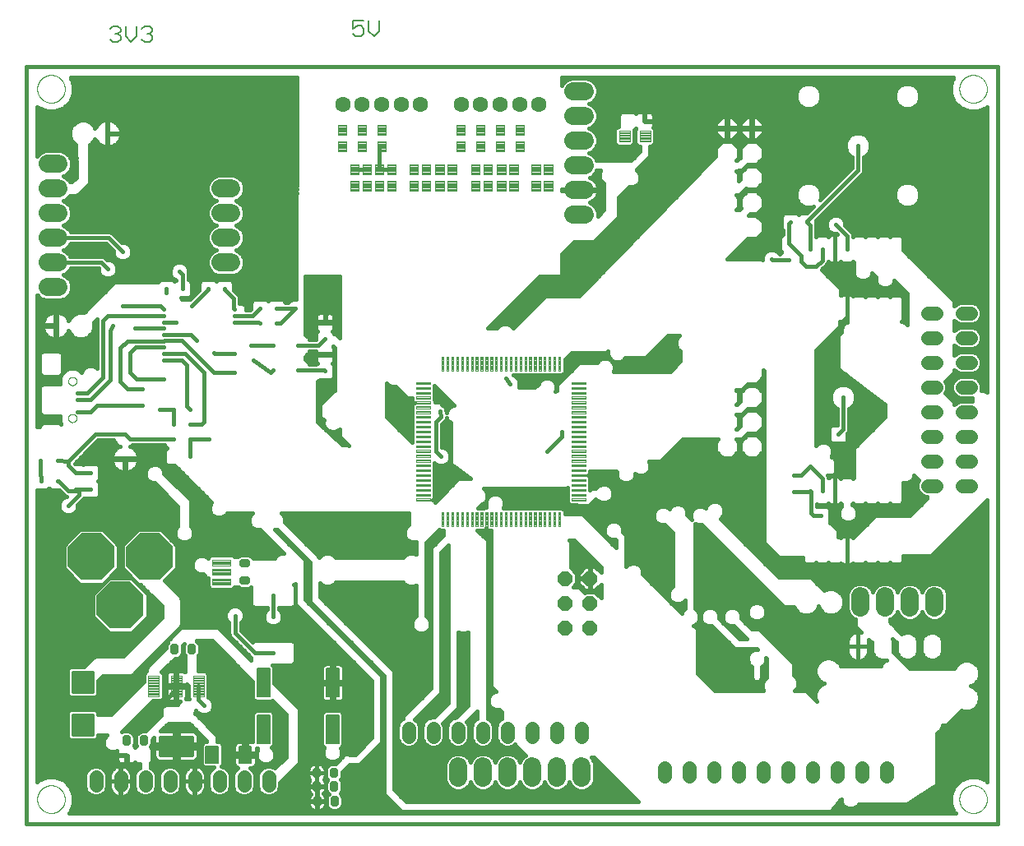
<source format=gtl>
G75*
%MOIN*%
%OFA0B0*%
%FSLAX25Y25*%
%IPPOS*%
%LPD*%
%AMOC8*
5,1,8,0,0,1.08239X$1,22.5*
%
%ADD10C,0.00000*%
%ADD11C,0.01600*%
%ADD12C,0.00600*%
%ADD13OC8,0.06102*%
%ADD14C,0.05600*%
%ADD15C,0.00551*%
%ADD16C,0.00472*%
%ADD17C,0.00945*%
%ADD18OC8,0.19000*%
%ADD19C,0.08268*%
%ADD20C,0.00480*%
%ADD21C,0.00866*%
%ADD22C,0.02830*%
%ADD23C,0.00402*%
%ADD24C,0.00413*%
%ADD25C,0.07400*%
%ADD26C,0.06299*%
%ADD27C,0.00394*%
%ADD28C,0.00591*%
%ADD29C,0.07400*%
%ADD30C,0.01181*%
%ADD31C,0.00390*%
%ADD32C,0.07000*%
%ADD33C,0.05200*%
%ADD34OC8,0.06000*%
%ADD35C,0.00669*%
%ADD36R,0.04362X0.04362*%
%ADD37C,0.02400*%
%ADD38C,0.01000*%
%ADD39C,0.04362*%
%ADD40C,0.02000*%
%ADD41C,0.01200*%
%ADD42C,0.05000*%
D10*
X0070214Y0042861D02*
X0070216Y0043010D01*
X0070222Y0043159D01*
X0070232Y0043308D01*
X0070246Y0043456D01*
X0070264Y0043604D01*
X0070285Y0043752D01*
X0070311Y0043899D01*
X0070341Y0044045D01*
X0070374Y0044190D01*
X0070411Y0044334D01*
X0070452Y0044478D01*
X0070497Y0044620D01*
X0070546Y0044761D01*
X0070599Y0044900D01*
X0070655Y0045038D01*
X0070714Y0045175D01*
X0070778Y0045310D01*
X0070845Y0045443D01*
X0070915Y0045574D01*
X0070989Y0045704D01*
X0071067Y0045831D01*
X0071147Y0045957D01*
X0071232Y0046080D01*
X0071319Y0046201D01*
X0071409Y0046319D01*
X0071503Y0046435D01*
X0071600Y0046549D01*
X0071699Y0046660D01*
X0071802Y0046768D01*
X0071907Y0046873D01*
X0072015Y0046976D01*
X0072126Y0047075D01*
X0072240Y0047172D01*
X0072356Y0047266D01*
X0072474Y0047356D01*
X0072595Y0047443D01*
X0072718Y0047528D01*
X0072844Y0047608D01*
X0072971Y0047686D01*
X0073101Y0047760D01*
X0073232Y0047830D01*
X0073365Y0047897D01*
X0073500Y0047961D01*
X0073637Y0048020D01*
X0073775Y0048076D01*
X0073914Y0048129D01*
X0074055Y0048178D01*
X0074197Y0048223D01*
X0074341Y0048264D01*
X0074485Y0048301D01*
X0074630Y0048334D01*
X0074776Y0048364D01*
X0074923Y0048390D01*
X0075071Y0048411D01*
X0075219Y0048429D01*
X0075367Y0048443D01*
X0075516Y0048453D01*
X0075665Y0048459D01*
X0075814Y0048461D01*
X0075963Y0048459D01*
X0076112Y0048453D01*
X0076261Y0048443D01*
X0076409Y0048429D01*
X0076557Y0048411D01*
X0076705Y0048390D01*
X0076852Y0048364D01*
X0076998Y0048334D01*
X0077143Y0048301D01*
X0077287Y0048264D01*
X0077431Y0048223D01*
X0077573Y0048178D01*
X0077714Y0048129D01*
X0077853Y0048076D01*
X0077991Y0048020D01*
X0078128Y0047961D01*
X0078263Y0047897D01*
X0078396Y0047830D01*
X0078527Y0047760D01*
X0078657Y0047686D01*
X0078784Y0047608D01*
X0078910Y0047528D01*
X0079033Y0047443D01*
X0079154Y0047356D01*
X0079272Y0047266D01*
X0079388Y0047172D01*
X0079502Y0047075D01*
X0079613Y0046976D01*
X0079721Y0046873D01*
X0079826Y0046768D01*
X0079929Y0046660D01*
X0080028Y0046549D01*
X0080125Y0046435D01*
X0080219Y0046319D01*
X0080309Y0046201D01*
X0080396Y0046080D01*
X0080481Y0045957D01*
X0080561Y0045831D01*
X0080639Y0045704D01*
X0080713Y0045574D01*
X0080783Y0045443D01*
X0080850Y0045310D01*
X0080914Y0045175D01*
X0080973Y0045038D01*
X0081029Y0044900D01*
X0081082Y0044761D01*
X0081131Y0044620D01*
X0081176Y0044478D01*
X0081217Y0044334D01*
X0081254Y0044190D01*
X0081287Y0044045D01*
X0081317Y0043899D01*
X0081343Y0043752D01*
X0081364Y0043604D01*
X0081382Y0043456D01*
X0081396Y0043308D01*
X0081406Y0043159D01*
X0081412Y0043010D01*
X0081414Y0042861D01*
X0081412Y0042712D01*
X0081406Y0042563D01*
X0081396Y0042414D01*
X0081382Y0042266D01*
X0081364Y0042118D01*
X0081343Y0041970D01*
X0081317Y0041823D01*
X0081287Y0041677D01*
X0081254Y0041532D01*
X0081217Y0041388D01*
X0081176Y0041244D01*
X0081131Y0041102D01*
X0081082Y0040961D01*
X0081029Y0040822D01*
X0080973Y0040684D01*
X0080914Y0040547D01*
X0080850Y0040412D01*
X0080783Y0040279D01*
X0080713Y0040148D01*
X0080639Y0040018D01*
X0080561Y0039891D01*
X0080481Y0039765D01*
X0080396Y0039642D01*
X0080309Y0039521D01*
X0080219Y0039403D01*
X0080125Y0039287D01*
X0080028Y0039173D01*
X0079929Y0039062D01*
X0079826Y0038954D01*
X0079721Y0038849D01*
X0079613Y0038746D01*
X0079502Y0038647D01*
X0079388Y0038550D01*
X0079272Y0038456D01*
X0079154Y0038366D01*
X0079033Y0038279D01*
X0078910Y0038194D01*
X0078784Y0038114D01*
X0078657Y0038036D01*
X0078527Y0037962D01*
X0078396Y0037892D01*
X0078263Y0037825D01*
X0078128Y0037761D01*
X0077991Y0037702D01*
X0077853Y0037646D01*
X0077714Y0037593D01*
X0077573Y0037544D01*
X0077431Y0037499D01*
X0077287Y0037458D01*
X0077143Y0037421D01*
X0076998Y0037388D01*
X0076852Y0037358D01*
X0076705Y0037332D01*
X0076557Y0037311D01*
X0076409Y0037293D01*
X0076261Y0037279D01*
X0076112Y0037269D01*
X0075963Y0037263D01*
X0075814Y0037261D01*
X0075665Y0037263D01*
X0075516Y0037269D01*
X0075367Y0037279D01*
X0075219Y0037293D01*
X0075071Y0037311D01*
X0074923Y0037332D01*
X0074776Y0037358D01*
X0074630Y0037388D01*
X0074485Y0037421D01*
X0074341Y0037458D01*
X0074197Y0037499D01*
X0074055Y0037544D01*
X0073914Y0037593D01*
X0073775Y0037646D01*
X0073637Y0037702D01*
X0073500Y0037761D01*
X0073365Y0037825D01*
X0073232Y0037892D01*
X0073101Y0037962D01*
X0072971Y0038036D01*
X0072844Y0038114D01*
X0072718Y0038194D01*
X0072595Y0038279D01*
X0072474Y0038366D01*
X0072356Y0038456D01*
X0072240Y0038550D01*
X0072126Y0038647D01*
X0072015Y0038746D01*
X0071907Y0038849D01*
X0071802Y0038954D01*
X0071699Y0039062D01*
X0071600Y0039173D01*
X0071503Y0039287D01*
X0071409Y0039403D01*
X0071319Y0039521D01*
X0071232Y0039642D01*
X0071147Y0039765D01*
X0071067Y0039891D01*
X0070989Y0040018D01*
X0070915Y0040148D01*
X0070845Y0040279D01*
X0070778Y0040412D01*
X0070714Y0040547D01*
X0070655Y0040684D01*
X0070599Y0040822D01*
X0070546Y0040961D01*
X0070497Y0041102D01*
X0070452Y0041244D01*
X0070411Y0041388D01*
X0070374Y0041532D01*
X0070341Y0041677D01*
X0070311Y0041823D01*
X0070285Y0041970D01*
X0070264Y0042118D01*
X0070246Y0042266D01*
X0070232Y0042414D01*
X0070222Y0042563D01*
X0070216Y0042712D01*
X0070214Y0042861D01*
X0082803Y0197381D02*
X0082805Y0197462D01*
X0082811Y0197544D01*
X0082821Y0197625D01*
X0082835Y0197705D01*
X0082852Y0197784D01*
X0082874Y0197863D01*
X0082899Y0197940D01*
X0082928Y0198017D01*
X0082961Y0198091D01*
X0082998Y0198164D01*
X0083037Y0198235D01*
X0083081Y0198304D01*
X0083127Y0198371D01*
X0083177Y0198435D01*
X0083230Y0198497D01*
X0083286Y0198557D01*
X0083344Y0198613D01*
X0083406Y0198667D01*
X0083470Y0198718D01*
X0083536Y0198765D01*
X0083604Y0198809D01*
X0083675Y0198850D01*
X0083747Y0198887D01*
X0083822Y0198921D01*
X0083897Y0198951D01*
X0083975Y0198977D01*
X0084053Y0199000D01*
X0084132Y0199018D01*
X0084212Y0199033D01*
X0084293Y0199044D01*
X0084374Y0199051D01*
X0084456Y0199054D01*
X0084537Y0199053D01*
X0084618Y0199048D01*
X0084699Y0199039D01*
X0084780Y0199026D01*
X0084860Y0199009D01*
X0084938Y0198989D01*
X0085016Y0198964D01*
X0085093Y0198936D01*
X0085168Y0198904D01*
X0085241Y0198869D01*
X0085312Y0198830D01*
X0085382Y0198787D01*
X0085449Y0198742D01*
X0085515Y0198693D01*
X0085577Y0198641D01*
X0085637Y0198585D01*
X0085694Y0198527D01*
X0085749Y0198467D01*
X0085800Y0198403D01*
X0085848Y0198338D01*
X0085893Y0198270D01*
X0085935Y0198200D01*
X0085973Y0198128D01*
X0086008Y0198054D01*
X0086039Y0197979D01*
X0086066Y0197902D01*
X0086089Y0197824D01*
X0086109Y0197745D01*
X0086125Y0197665D01*
X0086137Y0197584D01*
X0086145Y0197503D01*
X0086149Y0197422D01*
X0086149Y0197340D01*
X0086145Y0197259D01*
X0086137Y0197178D01*
X0086125Y0197097D01*
X0086109Y0197017D01*
X0086089Y0196938D01*
X0086066Y0196860D01*
X0086039Y0196783D01*
X0086008Y0196708D01*
X0085973Y0196634D01*
X0085935Y0196562D01*
X0085893Y0196492D01*
X0085848Y0196424D01*
X0085800Y0196359D01*
X0085749Y0196295D01*
X0085694Y0196235D01*
X0085637Y0196177D01*
X0085577Y0196121D01*
X0085515Y0196069D01*
X0085449Y0196020D01*
X0085382Y0195975D01*
X0085313Y0195932D01*
X0085241Y0195893D01*
X0085168Y0195858D01*
X0085093Y0195826D01*
X0085016Y0195798D01*
X0084938Y0195773D01*
X0084860Y0195753D01*
X0084780Y0195736D01*
X0084699Y0195723D01*
X0084618Y0195714D01*
X0084537Y0195709D01*
X0084456Y0195708D01*
X0084374Y0195711D01*
X0084293Y0195718D01*
X0084212Y0195729D01*
X0084132Y0195744D01*
X0084053Y0195762D01*
X0083975Y0195785D01*
X0083897Y0195811D01*
X0083822Y0195841D01*
X0083747Y0195875D01*
X0083675Y0195912D01*
X0083604Y0195953D01*
X0083536Y0195997D01*
X0083470Y0196044D01*
X0083406Y0196095D01*
X0083344Y0196149D01*
X0083286Y0196205D01*
X0083230Y0196265D01*
X0083177Y0196327D01*
X0083127Y0196391D01*
X0083081Y0196458D01*
X0083037Y0196527D01*
X0082998Y0196598D01*
X0082961Y0196671D01*
X0082928Y0196745D01*
X0082899Y0196822D01*
X0082874Y0196899D01*
X0082852Y0196978D01*
X0082835Y0197057D01*
X0082821Y0197137D01*
X0082811Y0197218D01*
X0082805Y0197300D01*
X0082803Y0197381D01*
X0082803Y0212341D02*
X0082805Y0212422D01*
X0082811Y0212504D01*
X0082821Y0212585D01*
X0082835Y0212665D01*
X0082852Y0212744D01*
X0082874Y0212823D01*
X0082899Y0212900D01*
X0082928Y0212977D01*
X0082961Y0213051D01*
X0082998Y0213124D01*
X0083037Y0213195D01*
X0083081Y0213264D01*
X0083127Y0213331D01*
X0083177Y0213395D01*
X0083230Y0213457D01*
X0083286Y0213517D01*
X0083344Y0213573D01*
X0083406Y0213627D01*
X0083470Y0213678D01*
X0083536Y0213725D01*
X0083604Y0213769D01*
X0083675Y0213810D01*
X0083747Y0213847D01*
X0083822Y0213881D01*
X0083897Y0213911D01*
X0083975Y0213937D01*
X0084053Y0213960D01*
X0084132Y0213978D01*
X0084212Y0213993D01*
X0084293Y0214004D01*
X0084374Y0214011D01*
X0084456Y0214014D01*
X0084537Y0214013D01*
X0084618Y0214008D01*
X0084699Y0213999D01*
X0084780Y0213986D01*
X0084860Y0213969D01*
X0084938Y0213949D01*
X0085016Y0213924D01*
X0085093Y0213896D01*
X0085168Y0213864D01*
X0085241Y0213829D01*
X0085312Y0213790D01*
X0085382Y0213747D01*
X0085449Y0213702D01*
X0085515Y0213653D01*
X0085577Y0213601D01*
X0085637Y0213545D01*
X0085694Y0213487D01*
X0085749Y0213427D01*
X0085800Y0213363D01*
X0085848Y0213298D01*
X0085893Y0213230D01*
X0085935Y0213160D01*
X0085973Y0213088D01*
X0086008Y0213014D01*
X0086039Y0212939D01*
X0086066Y0212862D01*
X0086089Y0212784D01*
X0086109Y0212705D01*
X0086125Y0212625D01*
X0086137Y0212544D01*
X0086145Y0212463D01*
X0086149Y0212382D01*
X0086149Y0212300D01*
X0086145Y0212219D01*
X0086137Y0212138D01*
X0086125Y0212057D01*
X0086109Y0211977D01*
X0086089Y0211898D01*
X0086066Y0211820D01*
X0086039Y0211743D01*
X0086008Y0211668D01*
X0085973Y0211594D01*
X0085935Y0211522D01*
X0085893Y0211452D01*
X0085848Y0211384D01*
X0085800Y0211319D01*
X0085749Y0211255D01*
X0085694Y0211195D01*
X0085637Y0211137D01*
X0085577Y0211081D01*
X0085515Y0211029D01*
X0085449Y0210980D01*
X0085382Y0210935D01*
X0085313Y0210892D01*
X0085241Y0210853D01*
X0085168Y0210818D01*
X0085093Y0210786D01*
X0085016Y0210758D01*
X0084938Y0210733D01*
X0084860Y0210713D01*
X0084780Y0210696D01*
X0084699Y0210683D01*
X0084618Y0210674D01*
X0084537Y0210669D01*
X0084456Y0210668D01*
X0084374Y0210671D01*
X0084293Y0210678D01*
X0084212Y0210689D01*
X0084132Y0210704D01*
X0084053Y0210722D01*
X0083975Y0210745D01*
X0083897Y0210771D01*
X0083822Y0210801D01*
X0083747Y0210835D01*
X0083675Y0210872D01*
X0083604Y0210913D01*
X0083536Y0210957D01*
X0083470Y0211004D01*
X0083406Y0211055D01*
X0083344Y0211109D01*
X0083286Y0211165D01*
X0083230Y0211225D01*
X0083177Y0211287D01*
X0083127Y0211351D01*
X0083081Y0211418D01*
X0083037Y0211487D01*
X0082998Y0211558D01*
X0082961Y0211631D01*
X0082928Y0211705D01*
X0082899Y0211782D01*
X0082874Y0211859D01*
X0082852Y0211938D01*
X0082835Y0212017D01*
X0082821Y0212097D01*
X0082811Y0212178D01*
X0082805Y0212260D01*
X0082803Y0212341D01*
X0070214Y0330861D02*
X0070216Y0331010D01*
X0070222Y0331159D01*
X0070232Y0331308D01*
X0070246Y0331456D01*
X0070264Y0331604D01*
X0070285Y0331752D01*
X0070311Y0331899D01*
X0070341Y0332045D01*
X0070374Y0332190D01*
X0070411Y0332334D01*
X0070452Y0332478D01*
X0070497Y0332620D01*
X0070546Y0332761D01*
X0070599Y0332900D01*
X0070655Y0333038D01*
X0070714Y0333175D01*
X0070778Y0333310D01*
X0070845Y0333443D01*
X0070915Y0333574D01*
X0070989Y0333704D01*
X0071067Y0333831D01*
X0071147Y0333957D01*
X0071232Y0334080D01*
X0071319Y0334201D01*
X0071409Y0334319D01*
X0071503Y0334435D01*
X0071600Y0334549D01*
X0071699Y0334660D01*
X0071802Y0334768D01*
X0071907Y0334873D01*
X0072015Y0334976D01*
X0072126Y0335075D01*
X0072240Y0335172D01*
X0072356Y0335266D01*
X0072474Y0335356D01*
X0072595Y0335443D01*
X0072718Y0335528D01*
X0072844Y0335608D01*
X0072971Y0335686D01*
X0073101Y0335760D01*
X0073232Y0335830D01*
X0073365Y0335897D01*
X0073500Y0335961D01*
X0073637Y0336020D01*
X0073775Y0336076D01*
X0073914Y0336129D01*
X0074055Y0336178D01*
X0074197Y0336223D01*
X0074341Y0336264D01*
X0074485Y0336301D01*
X0074630Y0336334D01*
X0074776Y0336364D01*
X0074923Y0336390D01*
X0075071Y0336411D01*
X0075219Y0336429D01*
X0075367Y0336443D01*
X0075516Y0336453D01*
X0075665Y0336459D01*
X0075814Y0336461D01*
X0075963Y0336459D01*
X0076112Y0336453D01*
X0076261Y0336443D01*
X0076409Y0336429D01*
X0076557Y0336411D01*
X0076705Y0336390D01*
X0076852Y0336364D01*
X0076998Y0336334D01*
X0077143Y0336301D01*
X0077287Y0336264D01*
X0077431Y0336223D01*
X0077573Y0336178D01*
X0077714Y0336129D01*
X0077853Y0336076D01*
X0077991Y0336020D01*
X0078128Y0335961D01*
X0078263Y0335897D01*
X0078396Y0335830D01*
X0078527Y0335760D01*
X0078657Y0335686D01*
X0078784Y0335608D01*
X0078910Y0335528D01*
X0079033Y0335443D01*
X0079154Y0335356D01*
X0079272Y0335266D01*
X0079388Y0335172D01*
X0079502Y0335075D01*
X0079613Y0334976D01*
X0079721Y0334873D01*
X0079826Y0334768D01*
X0079929Y0334660D01*
X0080028Y0334549D01*
X0080125Y0334435D01*
X0080219Y0334319D01*
X0080309Y0334201D01*
X0080396Y0334080D01*
X0080481Y0333957D01*
X0080561Y0333831D01*
X0080639Y0333704D01*
X0080713Y0333574D01*
X0080783Y0333443D01*
X0080850Y0333310D01*
X0080914Y0333175D01*
X0080973Y0333038D01*
X0081029Y0332900D01*
X0081082Y0332761D01*
X0081131Y0332620D01*
X0081176Y0332478D01*
X0081217Y0332334D01*
X0081254Y0332190D01*
X0081287Y0332045D01*
X0081317Y0331899D01*
X0081343Y0331752D01*
X0081364Y0331604D01*
X0081382Y0331456D01*
X0081396Y0331308D01*
X0081406Y0331159D01*
X0081412Y0331010D01*
X0081414Y0330861D01*
X0081412Y0330712D01*
X0081406Y0330563D01*
X0081396Y0330414D01*
X0081382Y0330266D01*
X0081364Y0330118D01*
X0081343Y0329970D01*
X0081317Y0329823D01*
X0081287Y0329677D01*
X0081254Y0329532D01*
X0081217Y0329388D01*
X0081176Y0329244D01*
X0081131Y0329102D01*
X0081082Y0328961D01*
X0081029Y0328822D01*
X0080973Y0328684D01*
X0080914Y0328547D01*
X0080850Y0328412D01*
X0080783Y0328279D01*
X0080713Y0328148D01*
X0080639Y0328018D01*
X0080561Y0327891D01*
X0080481Y0327765D01*
X0080396Y0327642D01*
X0080309Y0327521D01*
X0080219Y0327403D01*
X0080125Y0327287D01*
X0080028Y0327173D01*
X0079929Y0327062D01*
X0079826Y0326954D01*
X0079721Y0326849D01*
X0079613Y0326746D01*
X0079502Y0326647D01*
X0079388Y0326550D01*
X0079272Y0326456D01*
X0079154Y0326366D01*
X0079033Y0326279D01*
X0078910Y0326194D01*
X0078784Y0326114D01*
X0078657Y0326036D01*
X0078527Y0325962D01*
X0078396Y0325892D01*
X0078263Y0325825D01*
X0078128Y0325761D01*
X0077991Y0325702D01*
X0077853Y0325646D01*
X0077714Y0325593D01*
X0077573Y0325544D01*
X0077431Y0325499D01*
X0077287Y0325458D01*
X0077143Y0325421D01*
X0076998Y0325388D01*
X0076852Y0325358D01*
X0076705Y0325332D01*
X0076557Y0325311D01*
X0076409Y0325293D01*
X0076261Y0325279D01*
X0076112Y0325269D01*
X0075963Y0325263D01*
X0075814Y0325261D01*
X0075665Y0325263D01*
X0075516Y0325269D01*
X0075367Y0325279D01*
X0075219Y0325293D01*
X0075071Y0325311D01*
X0074923Y0325332D01*
X0074776Y0325358D01*
X0074630Y0325388D01*
X0074485Y0325421D01*
X0074341Y0325458D01*
X0074197Y0325499D01*
X0074055Y0325544D01*
X0073914Y0325593D01*
X0073775Y0325646D01*
X0073637Y0325702D01*
X0073500Y0325761D01*
X0073365Y0325825D01*
X0073232Y0325892D01*
X0073101Y0325962D01*
X0072971Y0326036D01*
X0072844Y0326114D01*
X0072718Y0326194D01*
X0072595Y0326279D01*
X0072474Y0326366D01*
X0072356Y0326456D01*
X0072240Y0326550D01*
X0072126Y0326647D01*
X0072015Y0326746D01*
X0071907Y0326849D01*
X0071802Y0326954D01*
X0071699Y0327062D01*
X0071600Y0327173D01*
X0071503Y0327287D01*
X0071409Y0327403D01*
X0071319Y0327521D01*
X0071232Y0327642D01*
X0071147Y0327765D01*
X0071067Y0327891D01*
X0070989Y0328018D01*
X0070915Y0328148D01*
X0070845Y0328279D01*
X0070778Y0328412D01*
X0070714Y0328547D01*
X0070655Y0328684D01*
X0070599Y0328822D01*
X0070546Y0328961D01*
X0070497Y0329102D01*
X0070452Y0329244D01*
X0070411Y0329388D01*
X0070374Y0329532D01*
X0070341Y0329677D01*
X0070311Y0329823D01*
X0070285Y0329970D01*
X0070264Y0330118D01*
X0070246Y0330266D01*
X0070232Y0330414D01*
X0070222Y0330563D01*
X0070216Y0330712D01*
X0070214Y0330861D01*
X0443914Y0330861D02*
X0443916Y0331010D01*
X0443922Y0331159D01*
X0443932Y0331308D01*
X0443946Y0331456D01*
X0443964Y0331604D01*
X0443985Y0331752D01*
X0444011Y0331899D01*
X0444041Y0332045D01*
X0444074Y0332190D01*
X0444111Y0332334D01*
X0444152Y0332478D01*
X0444197Y0332620D01*
X0444246Y0332761D01*
X0444299Y0332900D01*
X0444355Y0333038D01*
X0444414Y0333175D01*
X0444478Y0333310D01*
X0444545Y0333443D01*
X0444615Y0333574D01*
X0444689Y0333704D01*
X0444767Y0333831D01*
X0444847Y0333957D01*
X0444932Y0334080D01*
X0445019Y0334201D01*
X0445109Y0334319D01*
X0445203Y0334435D01*
X0445300Y0334549D01*
X0445399Y0334660D01*
X0445502Y0334768D01*
X0445607Y0334873D01*
X0445715Y0334976D01*
X0445826Y0335075D01*
X0445940Y0335172D01*
X0446056Y0335266D01*
X0446174Y0335356D01*
X0446295Y0335443D01*
X0446418Y0335528D01*
X0446544Y0335608D01*
X0446671Y0335686D01*
X0446801Y0335760D01*
X0446932Y0335830D01*
X0447065Y0335897D01*
X0447200Y0335961D01*
X0447337Y0336020D01*
X0447475Y0336076D01*
X0447614Y0336129D01*
X0447755Y0336178D01*
X0447897Y0336223D01*
X0448041Y0336264D01*
X0448185Y0336301D01*
X0448330Y0336334D01*
X0448476Y0336364D01*
X0448623Y0336390D01*
X0448771Y0336411D01*
X0448919Y0336429D01*
X0449067Y0336443D01*
X0449216Y0336453D01*
X0449365Y0336459D01*
X0449514Y0336461D01*
X0449663Y0336459D01*
X0449812Y0336453D01*
X0449961Y0336443D01*
X0450109Y0336429D01*
X0450257Y0336411D01*
X0450405Y0336390D01*
X0450552Y0336364D01*
X0450698Y0336334D01*
X0450843Y0336301D01*
X0450987Y0336264D01*
X0451131Y0336223D01*
X0451273Y0336178D01*
X0451414Y0336129D01*
X0451553Y0336076D01*
X0451691Y0336020D01*
X0451828Y0335961D01*
X0451963Y0335897D01*
X0452096Y0335830D01*
X0452227Y0335760D01*
X0452357Y0335686D01*
X0452484Y0335608D01*
X0452610Y0335528D01*
X0452733Y0335443D01*
X0452854Y0335356D01*
X0452972Y0335266D01*
X0453088Y0335172D01*
X0453202Y0335075D01*
X0453313Y0334976D01*
X0453421Y0334873D01*
X0453526Y0334768D01*
X0453629Y0334660D01*
X0453728Y0334549D01*
X0453825Y0334435D01*
X0453919Y0334319D01*
X0454009Y0334201D01*
X0454096Y0334080D01*
X0454181Y0333957D01*
X0454261Y0333831D01*
X0454339Y0333704D01*
X0454413Y0333574D01*
X0454483Y0333443D01*
X0454550Y0333310D01*
X0454614Y0333175D01*
X0454673Y0333038D01*
X0454729Y0332900D01*
X0454782Y0332761D01*
X0454831Y0332620D01*
X0454876Y0332478D01*
X0454917Y0332334D01*
X0454954Y0332190D01*
X0454987Y0332045D01*
X0455017Y0331899D01*
X0455043Y0331752D01*
X0455064Y0331604D01*
X0455082Y0331456D01*
X0455096Y0331308D01*
X0455106Y0331159D01*
X0455112Y0331010D01*
X0455114Y0330861D01*
X0455112Y0330712D01*
X0455106Y0330563D01*
X0455096Y0330414D01*
X0455082Y0330266D01*
X0455064Y0330118D01*
X0455043Y0329970D01*
X0455017Y0329823D01*
X0454987Y0329677D01*
X0454954Y0329532D01*
X0454917Y0329388D01*
X0454876Y0329244D01*
X0454831Y0329102D01*
X0454782Y0328961D01*
X0454729Y0328822D01*
X0454673Y0328684D01*
X0454614Y0328547D01*
X0454550Y0328412D01*
X0454483Y0328279D01*
X0454413Y0328148D01*
X0454339Y0328018D01*
X0454261Y0327891D01*
X0454181Y0327765D01*
X0454096Y0327642D01*
X0454009Y0327521D01*
X0453919Y0327403D01*
X0453825Y0327287D01*
X0453728Y0327173D01*
X0453629Y0327062D01*
X0453526Y0326954D01*
X0453421Y0326849D01*
X0453313Y0326746D01*
X0453202Y0326647D01*
X0453088Y0326550D01*
X0452972Y0326456D01*
X0452854Y0326366D01*
X0452733Y0326279D01*
X0452610Y0326194D01*
X0452484Y0326114D01*
X0452357Y0326036D01*
X0452227Y0325962D01*
X0452096Y0325892D01*
X0451963Y0325825D01*
X0451828Y0325761D01*
X0451691Y0325702D01*
X0451553Y0325646D01*
X0451414Y0325593D01*
X0451273Y0325544D01*
X0451131Y0325499D01*
X0450987Y0325458D01*
X0450843Y0325421D01*
X0450698Y0325388D01*
X0450552Y0325358D01*
X0450405Y0325332D01*
X0450257Y0325311D01*
X0450109Y0325293D01*
X0449961Y0325279D01*
X0449812Y0325269D01*
X0449663Y0325263D01*
X0449514Y0325261D01*
X0449365Y0325263D01*
X0449216Y0325269D01*
X0449067Y0325279D01*
X0448919Y0325293D01*
X0448771Y0325311D01*
X0448623Y0325332D01*
X0448476Y0325358D01*
X0448330Y0325388D01*
X0448185Y0325421D01*
X0448041Y0325458D01*
X0447897Y0325499D01*
X0447755Y0325544D01*
X0447614Y0325593D01*
X0447475Y0325646D01*
X0447337Y0325702D01*
X0447200Y0325761D01*
X0447065Y0325825D01*
X0446932Y0325892D01*
X0446801Y0325962D01*
X0446671Y0326036D01*
X0446544Y0326114D01*
X0446418Y0326194D01*
X0446295Y0326279D01*
X0446174Y0326366D01*
X0446056Y0326456D01*
X0445940Y0326550D01*
X0445826Y0326647D01*
X0445715Y0326746D01*
X0445607Y0326849D01*
X0445502Y0326954D01*
X0445399Y0327062D01*
X0445300Y0327173D01*
X0445203Y0327287D01*
X0445109Y0327403D01*
X0445019Y0327521D01*
X0444932Y0327642D01*
X0444847Y0327765D01*
X0444767Y0327891D01*
X0444689Y0328018D01*
X0444615Y0328148D01*
X0444545Y0328279D01*
X0444478Y0328412D01*
X0444414Y0328547D01*
X0444355Y0328684D01*
X0444299Y0328822D01*
X0444246Y0328961D01*
X0444197Y0329102D01*
X0444152Y0329244D01*
X0444111Y0329388D01*
X0444074Y0329532D01*
X0444041Y0329677D01*
X0444011Y0329823D01*
X0443985Y0329970D01*
X0443964Y0330118D01*
X0443946Y0330266D01*
X0443932Y0330414D01*
X0443922Y0330563D01*
X0443916Y0330712D01*
X0443914Y0330861D01*
X0443914Y0042861D02*
X0443916Y0043010D01*
X0443922Y0043159D01*
X0443932Y0043308D01*
X0443946Y0043456D01*
X0443964Y0043604D01*
X0443985Y0043752D01*
X0444011Y0043899D01*
X0444041Y0044045D01*
X0444074Y0044190D01*
X0444111Y0044334D01*
X0444152Y0044478D01*
X0444197Y0044620D01*
X0444246Y0044761D01*
X0444299Y0044900D01*
X0444355Y0045038D01*
X0444414Y0045175D01*
X0444478Y0045310D01*
X0444545Y0045443D01*
X0444615Y0045574D01*
X0444689Y0045704D01*
X0444767Y0045831D01*
X0444847Y0045957D01*
X0444932Y0046080D01*
X0445019Y0046201D01*
X0445109Y0046319D01*
X0445203Y0046435D01*
X0445300Y0046549D01*
X0445399Y0046660D01*
X0445502Y0046768D01*
X0445607Y0046873D01*
X0445715Y0046976D01*
X0445826Y0047075D01*
X0445940Y0047172D01*
X0446056Y0047266D01*
X0446174Y0047356D01*
X0446295Y0047443D01*
X0446418Y0047528D01*
X0446544Y0047608D01*
X0446671Y0047686D01*
X0446801Y0047760D01*
X0446932Y0047830D01*
X0447065Y0047897D01*
X0447200Y0047961D01*
X0447337Y0048020D01*
X0447475Y0048076D01*
X0447614Y0048129D01*
X0447755Y0048178D01*
X0447897Y0048223D01*
X0448041Y0048264D01*
X0448185Y0048301D01*
X0448330Y0048334D01*
X0448476Y0048364D01*
X0448623Y0048390D01*
X0448771Y0048411D01*
X0448919Y0048429D01*
X0449067Y0048443D01*
X0449216Y0048453D01*
X0449365Y0048459D01*
X0449514Y0048461D01*
X0449663Y0048459D01*
X0449812Y0048453D01*
X0449961Y0048443D01*
X0450109Y0048429D01*
X0450257Y0048411D01*
X0450405Y0048390D01*
X0450552Y0048364D01*
X0450698Y0048334D01*
X0450843Y0048301D01*
X0450987Y0048264D01*
X0451131Y0048223D01*
X0451273Y0048178D01*
X0451414Y0048129D01*
X0451553Y0048076D01*
X0451691Y0048020D01*
X0451828Y0047961D01*
X0451963Y0047897D01*
X0452096Y0047830D01*
X0452227Y0047760D01*
X0452357Y0047686D01*
X0452484Y0047608D01*
X0452610Y0047528D01*
X0452733Y0047443D01*
X0452854Y0047356D01*
X0452972Y0047266D01*
X0453088Y0047172D01*
X0453202Y0047075D01*
X0453313Y0046976D01*
X0453421Y0046873D01*
X0453526Y0046768D01*
X0453629Y0046660D01*
X0453728Y0046549D01*
X0453825Y0046435D01*
X0453919Y0046319D01*
X0454009Y0046201D01*
X0454096Y0046080D01*
X0454181Y0045957D01*
X0454261Y0045831D01*
X0454339Y0045704D01*
X0454413Y0045574D01*
X0454483Y0045443D01*
X0454550Y0045310D01*
X0454614Y0045175D01*
X0454673Y0045038D01*
X0454729Y0044900D01*
X0454782Y0044761D01*
X0454831Y0044620D01*
X0454876Y0044478D01*
X0454917Y0044334D01*
X0454954Y0044190D01*
X0454987Y0044045D01*
X0455017Y0043899D01*
X0455043Y0043752D01*
X0455064Y0043604D01*
X0455082Y0043456D01*
X0455096Y0043308D01*
X0455106Y0043159D01*
X0455112Y0043010D01*
X0455114Y0042861D01*
X0455112Y0042712D01*
X0455106Y0042563D01*
X0455096Y0042414D01*
X0455082Y0042266D01*
X0455064Y0042118D01*
X0455043Y0041970D01*
X0455017Y0041823D01*
X0454987Y0041677D01*
X0454954Y0041532D01*
X0454917Y0041388D01*
X0454876Y0041244D01*
X0454831Y0041102D01*
X0454782Y0040961D01*
X0454729Y0040822D01*
X0454673Y0040684D01*
X0454614Y0040547D01*
X0454550Y0040412D01*
X0454483Y0040279D01*
X0454413Y0040148D01*
X0454339Y0040018D01*
X0454261Y0039891D01*
X0454181Y0039765D01*
X0454096Y0039642D01*
X0454009Y0039521D01*
X0453919Y0039403D01*
X0453825Y0039287D01*
X0453728Y0039173D01*
X0453629Y0039062D01*
X0453526Y0038954D01*
X0453421Y0038849D01*
X0453313Y0038746D01*
X0453202Y0038647D01*
X0453088Y0038550D01*
X0452972Y0038456D01*
X0452854Y0038366D01*
X0452733Y0038279D01*
X0452610Y0038194D01*
X0452484Y0038114D01*
X0452357Y0038036D01*
X0452227Y0037962D01*
X0452096Y0037892D01*
X0451963Y0037825D01*
X0451828Y0037761D01*
X0451691Y0037702D01*
X0451553Y0037646D01*
X0451414Y0037593D01*
X0451273Y0037544D01*
X0451131Y0037499D01*
X0450987Y0037458D01*
X0450843Y0037421D01*
X0450698Y0037388D01*
X0450552Y0037358D01*
X0450405Y0037332D01*
X0450257Y0037311D01*
X0450109Y0037293D01*
X0449961Y0037279D01*
X0449812Y0037269D01*
X0449663Y0037263D01*
X0449514Y0037261D01*
X0449365Y0037263D01*
X0449216Y0037269D01*
X0449067Y0037279D01*
X0448919Y0037293D01*
X0448771Y0037311D01*
X0448623Y0037332D01*
X0448476Y0037358D01*
X0448330Y0037388D01*
X0448185Y0037421D01*
X0448041Y0037458D01*
X0447897Y0037499D01*
X0447755Y0037544D01*
X0447614Y0037593D01*
X0447475Y0037646D01*
X0447337Y0037702D01*
X0447200Y0037761D01*
X0447065Y0037825D01*
X0446932Y0037892D01*
X0446801Y0037962D01*
X0446671Y0038036D01*
X0446544Y0038114D01*
X0446418Y0038194D01*
X0446295Y0038279D01*
X0446174Y0038366D01*
X0446056Y0038456D01*
X0445940Y0038550D01*
X0445826Y0038647D01*
X0445715Y0038746D01*
X0445607Y0038849D01*
X0445502Y0038954D01*
X0445399Y0039062D01*
X0445300Y0039173D01*
X0445203Y0039287D01*
X0445109Y0039403D01*
X0445019Y0039521D01*
X0444932Y0039642D01*
X0444847Y0039765D01*
X0444767Y0039891D01*
X0444689Y0040018D01*
X0444615Y0040148D01*
X0444545Y0040279D01*
X0444478Y0040412D01*
X0444414Y0040547D01*
X0444355Y0040684D01*
X0444299Y0040822D01*
X0444246Y0040961D01*
X0444197Y0041102D01*
X0444152Y0041244D01*
X0444111Y0041388D01*
X0444074Y0041532D01*
X0444041Y0041677D01*
X0444011Y0041823D01*
X0443985Y0041970D01*
X0443964Y0042118D01*
X0443946Y0042266D01*
X0443932Y0042414D01*
X0443922Y0042563D01*
X0443916Y0042712D01*
X0443914Y0042861D01*
D11*
X0065814Y0032861D02*
X0065814Y0339861D01*
X0459515Y0339861D01*
X0459515Y0032861D01*
X0065814Y0032861D01*
X0070114Y0050030D02*
X0070114Y0168292D01*
X0074430Y0168292D01*
X0075064Y0168926D01*
X0075698Y0168292D01*
X0078989Y0168292D01*
X0080780Y0166501D01*
X0081455Y0165826D01*
X0081981Y0165608D01*
X0080672Y0165066D01*
X0079609Y0164003D01*
X0079033Y0162613D01*
X0079033Y0161109D01*
X0079609Y0159719D01*
X0080672Y0158655D01*
X0082062Y0158080D01*
X0083566Y0158080D01*
X0084956Y0158655D01*
X0086020Y0159719D01*
X0086595Y0161109D01*
X0086595Y0162248D01*
X0089195Y0164848D01*
X0089196Y0164851D01*
X0089298Y0164749D01*
X0094330Y0164749D01*
X0095383Y0165802D01*
X0095383Y0171227D01*
X0094749Y0171861D01*
X0095383Y0172495D01*
X0095383Y0177920D01*
X0094330Y0178973D01*
X0089298Y0178973D01*
X0088814Y0178489D01*
X0088330Y0178973D01*
X0085443Y0178973D01*
X0085381Y0179034D01*
X0094808Y0188461D01*
X0101072Y0188461D01*
X0101321Y0187859D01*
X0102812Y0186368D01*
X0103758Y0185976D01*
X0103703Y0185958D01*
X0102932Y0185565D01*
X0102231Y0185056D01*
X0101619Y0184444D01*
X0101110Y0183744D01*
X0100717Y0182972D01*
X0100450Y0182149D01*
X0100314Y0181294D01*
X0100314Y0181061D01*
X0105614Y0181061D01*
X0105614Y0180661D01*
X0100314Y0180661D01*
X0100314Y0180428D01*
X0100450Y0179573D01*
X0100717Y0178750D01*
X0101110Y0177978D01*
X0101619Y0177278D01*
X0102231Y0176666D01*
X0102932Y0176157D01*
X0103703Y0175764D01*
X0104526Y0175496D01*
X0105381Y0175361D01*
X0105614Y0175361D01*
X0105614Y0180661D01*
X0106014Y0180661D01*
X0106014Y0175361D01*
X0106247Y0175361D01*
X0107102Y0175496D01*
X0107925Y0175764D01*
X0108697Y0176157D01*
X0109397Y0176666D01*
X0110009Y0177278D01*
X0110518Y0177978D01*
X0110911Y0178750D01*
X0111179Y0179573D01*
X0111314Y0180428D01*
X0111314Y0180661D01*
X0106014Y0180661D01*
X0106014Y0181061D01*
X0111314Y0181061D01*
X0111314Y0181294D01*
X0111179Y0182149D01*
X0110911Y0182972D01*
X0110518Y0183744D01*
X0110009Y0184444D01*
X0109397Y0185056D01*
X0108697Y0185565D01*
X0107925Y0185958D01*
X0107870Y0185976D01*
X0108816Y0186368D01*
X0108909Y0186461D01*
X0121702Y0186461D01*
X0121702Y0186345D01*
X0122686Y0185361D01*
X0121702Y0184377D01*
X0121702Y0179345D01*
X0122755Y0178292D01*
X0125925Y0178292D01*
X0140846Y0163371D01*
X0140874Y0163268D01*
X0140609Y0163003D01*
X0140033Y0161613D01*
X0140033Y0160109D01*
X0140609Y0158719D01*
X0141672Y0157655D01*
X0143062Y0157080D01*
X0144566Y0157080D01*
X0145956Y0157655D01*
X0147020Y0158719D01*
X0147037Y0158761D01*
X0157367Y0158761D01*
X0156609Y0158003D01*
X0156033Y0156613D01*
X0156033Y0155109D01*
X0156609Y0153719D01*
X0157672Y0152655D01*
X0159062Y0152080D01*
X0160566Y0152080D01*
X0160608Y0152097D01*
X0170063Y0142642D01*
X0169062Y0142642D01*
X0167672Y0142066D01*
X0166609Y0141003D01*
X0166461Y0140646D01*
X0157645Y0140646D01*
X0156835Y0141455D01*
X0155727Y0141914D01*
X0153027Y0141914D01*
X0151919Y0141455D01*
X0151520Y0141057D01*
X0150134Y0141057D01*
X0149356Y0141835D01*
X0140398Y0141835D01*
X0139340Y0140777D01*
X0139340Y0140682D01*
X0138956Y0141066D01*
X0137566Y0141642D01*
X0136062Y0141642D01*
X0134672Y0141066D01*
X0133609Y0140003D01*
X0133033Y0138613D01*
X0133033Y0137109D01*
X0133609Y0135719D01*
X0134672Y0134655D01*
X0136062Y0134080D01*
X0137484Y0134080D01*
X0138844Y0132720D01*
X0139340Y0132720D01*
X0139340Y0129063D01*
X0140398Y0128005D01*
X0149356Y0128005D01*
X0150134Y0128783D01*
X0151772Y0128783D01*
X0151919Y0128636D01*
X0153027Y0128177D01*
X0155727Y0128177D01*
X0156835Y0128636D01*
X0156931Y0128732D01*
X0156931Y0121662D01*
X0158064Y0120529D01*
X0163414Y0120529D01*
X0163414Y0119808D01*
X0162609Y0119003D01*
X0162033Y0117613D01*
X0162033Y0116109D01*
X0162609Y0114719D01*
X0163672Y0113655D01*
X0165062Y0113080D01*
X0166566Y0113080D01*
X0167956Y0113655D01*
X0169020Y0114719D01*
X0169595Y0116109D01*
X0169595Y0117613D01*
X0169020Y0119003D01*
X0168214Y0119808D01*
X0168214Y0120529D01*
X0173564Y0120529D01*
X0174698Y0121662D01*
X0174698Y0129288D01*
X0174243Y0129743D01*
X0174714Y0130214D01*
X0174714Y0121991D01*
X0175944Y0120761D01*
X0205714Y0090991D01*
X0205714Y0067731D01*
X0199003Y0061020D01*
X0196825Y0061020D01*
X0196725Y0061120D01*
X0194903Y0061120D01*
X0191094Y0057311D01*
X0189487Y0057311D01*
X0188379Y0056852D01*
X0187531Y0056004D01*
X0187072Y0054896D01*
X0187072Y0052196D01*
X0187531Y0051088D01*
X0187872Y0050747D01*
X0187684Y0050559D01*
X0187225Y0049451D01*
X0187225Y0046751D01*
X0187684Y0045643D01*
X0188301Y0045026D01*
X0187775Y0044500D01*
X0187316Y0043392D01*
X0187316Y0040692D01*
X0187775Y0039584D01*
X0188623Y0038736D01*
X0189731Y0038277D01*
X0191638Y0038277D01*
X0192746Y0038736D01*
X0193594Y0039584D01*
X0194053Y0040692D01*
X0194053Y0043392D01*
X0193594Y0044500D01*
X0192977Y0045117D01*
X0193503Y0045643D01*
X0193962Y0046751D01*
X0193962Y0049451D01*
X0193503Y0050559D01*
X0193162Y0050900D01*
X0193350Y0051088D01*
X0193809Y0052196D01*
X0193809Y0053803D01*
X0196825Y0056820D01*
X0200743Y0056820D01*
X0208684Y0064761D01*
X0209914Y0065991D01*
X0209914Y0092731D01*
X0178914Y0123731D01*
X0178914Y0139731D01*
X0166565Y0152080D01*
X0167566Y0152080D01*
X0167608Y0152097D01*
X0180714Y0138991D01*
X0180714Y0122991D01*
X0210714Y0092991D01*
X0210714Y0044991D01*
X0216714Y0038991D01*
X0217944Y0037761D01*
X0390078Y0037761D01*
X0390182Y0037678D01*
X0390930Y0037761D01*
X0391684Y0037761D01*
X0391778Y0037855D01*
X0391911Y0037870D01*
X0392381Y0038458D01*
X0392914Y0038991D01*
X0392914Y0039124D01*
X0396033Y0043023D01*
X0396033Y0042109D01*
X0396609Y0040719D01*
X0397672Y0039655D01*
X0399062Y0039080D01*
X0400566Y0039080D01*
X0401956Y0039655D01*
X0403020Y0040719D01*
X0403037Y0040761D01*
X0421584Y0040761D01*
X0422208Y0040622D01*
X0422426Y0040761D01*
X0422684Y0040761D01*
X0423136Y0041213D01*
X0433426Y0047761D01*
X0433684Y0047761D01*
X0434136Y0048213D01*
X0434675Y0048556D01*
X0434731Y0048808D01*
X0434914Y0048991D01*
X0434914Y0049630D01*
X0435053Y0050254D01*
X0434914Y0050472D01*
X0434914Y0069625D01*
X0435193Y0069740D01*
X0436375Y0070922D01*
X0437014Y0072465D01*
X0437014Y0072761D01*
X0438684Y0072761D01*
X0444858Y0078935D01*
X0445760Y0078561D01*
X0447868Y0078561D01*
X0449816Y0079368D01*
X0451307Y0080859D01*
X0452114Y0082807D01*
X0452114Y0084915D01*
X0451307Y0086863D01*
X0449816Y0088354D01*
X0448593Y0088861D01*
X0449816Y0089368D01*
X0451307Y0090859D01*
X0452114Y0092807D01*
X0452114Y0094915D01*
X0451307Y0096863D01*
X0449816Y0098354D01*
X0447868Y0099161D01*
X0445760Y0099161D01*
X0443812Y0098354D01*
X0442321Y0096863D01*
X0441947Y0095961D01*
X0423684Y0095961D01*
X0417014Y0102631D01*
X0417014Y0107256D01*
X0416707Y0107998D01*
X0418614Y0106091D01*
X0418614Y0102465D01*
X0419254Y0100922D01*
X0420435Y0099740D01*
X0421979Y0099101D01*
X0423650Y0099101D01*
X0425193Y0099740D01*
X0426375Y0100922D01*
X0427014Y0102465D01*
X0427014Y0107256D01*
X0426375Y0108800D01*
X0425193Y0109981D01*
X0423650Y0110621D01*
X0421979Y0110621D01*
X0420597Y0110048D01*
X0415914Y0114731D01*
X0415914Y0115774D01*
X0416816Y0116148D01*
X0418307Y0117639D01*
X0418814Y0118862D01*
X0419321Y0117639D01*
X0420812Y0116148D01*
X0422760Y0115341D01*
X0424868Y0115341D01*
X0426816Y0116148D01*
X0428307Y0117639D01*
X0428814Y0118862D01*
X0429321Y0117639D01*
X0430812Y0116148D01*
X0432760Y0115341D01*
X0434868Y0115341D01*
X0436816Y0116148D01*
X0438307Y0117639D01*
X0439114Y0119587D01*
X0439114Y0126135D01*
X0438307Y0128083D01*
X0436816Y0129574D01*
X0434868Y0130381D01*
X0432760Y0130381D01*
X0430812Y0129574D01*
X0429321Y0128083D01*
X0428814Y0126859D01*
X0428307Y0128083D01*
X0426816Y0129574D01*
X0424868Y0130381D01*
X0422760Y0130381D01*
X0420812Y0129574D01*
X0419321Y0128083D01*
X0418814Y0126859D01*
X0418307Y0128083D01*
X0416816Y0129574D01*
X0414868Y0130381D01*
X0412760Y0130381D01*
X0410812Y0129574D01*
X0409321Y0128083D01*
X0408814Y0126859D01*
X0408307Y0128083D01*
X0406816Y0129574D01*
X0404868Y0130381D01*
X0402760Y0130381D01*
X0400812Y0129574D01*
X0399321Y0128083D01*
X0398514Y0126135D01*
X0398514Y0119587D01*
X0399321Y0117639D01*
X0400812Y0116148D01*
X0401714Y0115774D01*
X0401714Y0112991D01*
X0404064Y0110641D01*
X0403844Y0110713D01*
X0403160Y0110821D01*
X0402814Y0110821D01*
X0402468Y0110821D01*
X0401784Y0110713D01*
X0401125Y0110499D01*
X0400508Y0110184D01*
X0399948Y0109777D01*
X0399458Y0109287D01*
X0399051Y0108727D01*
X0398737Y0108110D01*
X0398523Y0107451D01*
X0398414Y0106767D01*
X0398414Y0104861D01*
X0402814Y0104861D01*
X0402814Y0104861D01*
X0402814Y0110821D01*
X0402814Y0104861D01*
X0402814Y0104861D01*
X0398414Y0104861D01*
X0398414Y0102955D01*
X0398523Y0102271D01*
X0398737Y0101612D01*
X0399051Y0100995D01*
X0399458Y0100434D01*
X0399948Y0099945D01*
X0400508Y0099538D01*
X0401125Y0099223D01*
X0401784Y0099009D01*
X0402468Y0098901D01*
X0402814Y0098901D01*
X0402814Y0104861D01*
X0402814Y0104861D01*
X0407214Y0104861D01*
X0407214Y0106767D01*
X0407106Y0107451D01*
X0407034Y0107671D01*
X0408614Y0106091D01*
X0408614Y0102465D01*
X0409254Y0100922D01*
X0410435Y0099740D01*
X0411979Y0099101D01*
X0413650Y0099101D01*
X0414325Y0099381D01*
X0414356Y0099349D01*
X0413672Y0099066D01*
X0412609Y0098003D01*
X0412177Y0096961D01*
X0395681Y0096961D01*
X0395307Y0097863D01*
X0393816Y0099354D01*
X0391868Y0100161D01*
X0389760Y0100161D01*
X0387812Y0099354D01*
X0386321Y0097863D01*
X0385514Y0095915D01*
X0385514Y0093807D01*
X0386321Y0091859D01*
X0387812Y0090368D01*
X0389036Y0089861D01*
X0387812Y0089354D01*
X0386321Y0087863D01*
X0385514Y0085915D01*
X0385514Y0083807D01*
X0385992Y0082653D01*
X0381684Y0086961D01*
X0377261Y0086961D01*
X0378020Y0087719D01*
X0378595Y0089109D01*
X0378595Y0090613D01*
X0378020Y0092003D01*
X0376956Y0093066D01*
X0376914Y0093084D01*
X0376914Y0097731D01*
X0363914Y0110731D01*
X0362684Y0111961D01*
X0359684Y0111961D01*
X0355578Y0116067D01*
X0355595Y0116109D01*
X0355595Y0117613D01*
X0355020Y0119003D01*
X0353956Y0120066D01*
X0352566Y0120642D01*
X0351062Y0120642D01*
X0349672Y0120066D01*
X0348609Y0119003D01*
X0348033Y0117613D01*
X0348033Y0116109D01*
X0348609Y0114719D01*
X0349672Y0113655D01*
X0351062Y0113080D01*
X0352566Y0113080D01*
X0352608Y0113097D01*
X0357744Y0107961D01*
X0354684Y0107961D01*
X0346578Y0116067D01*
X0346595Y0116109D01*
X0346595Y0117613D01*
X0346020Y0119003D01*
X0344956Y0120066D01*
X0343566Y0120642D01*
X0342062Y0120642D01*
X0340672Y0120066D01*
X0339609Y0119003D01*
X0339033Y0117613D01*
X0339033Y0116109D01*
X0339609Y0114719D01*
X0340672Y0113655D01*
X0342062Y0113080D01*
X0343566Y0113080D01*
X0343608Y0113097D01*
X0352944Y0103761D01*
X0361944Y0103761D01*
X0362063Y0103642D01*
X0361062Y0103642D01*
X0359672Y0103066D01*
X0358609Y0102003D01*
X0358033Y0100613D01*
X0358033Y0099109D01*
X0358609Y0097719D01*
X0359672Y0096655D01*
X0359714Y0096638D01*
X0359714Y0091912D01*
X0360944Y0090682D01*
X0362684Y0090682D01*
X0363914Y0091912D01*
X0363914Y0096638D01*
X0363956Y0096655D01*
X0365020Y0097719D01*
X0365595Y0099109D01*
X0365595Y0100110D01*
X0365714Y0099991D01*
X0365714Y0092084D01*
X0365672Y0092066D01*
X0364609Y0091003D01*
X0364033Y0089613D01*
X0364033Y0088109D01*
X0364509Y0086961D01*
X0344684Y0086961D01*
X0337914Y0093731D01*
X0337914Y0111731D01*
X0336684Y0112961D01*
X0336273Y0113372D01*
X0336956Y0113655D01*
X0338020Y0114719D01*
X0338595Y0116109D01*
X0338595Y0117613D01*
X0338020Y0119003D01*
X0336956Y0120066D01*
X0336914Y0120084D01*
X0336914Y0154555D01*
X0338062Y0154080D01*
X0339566Y0154080D01*
X0339608Y0154097D01*
X0372944Y0120761D01*
X0376947Y0120761D01*
X0377321Y0119859D01*
X0378812Y0118368D01*
X0380760Y0117561D01*
X0382868Y0117561D01*
X0384816Y0118368D01*
X0386307Y0119859D01*
X0386814Y0121082D01*
X0387321Y0119859D01*
X0388812Y0118368D01*
X0390760Y0117561D01*
X0392868Y0117561D01*
X0394816Y0118368D01*
X0396307Y0119859D01*
X0397114Y0121807D01*
X0397114Y0123915D01*
X0396307Y0125863D01*
X0394816Y0127354D01*
X0392868Y0128161D01*
X0390760Y0128161D01*
X0389151Y0127494D01*
X0384914Y0131731D01*
X0383684Y0132961D01*
X0370684Y0132961D01*
X0346973Y0156672D01*
X0348020Y0157719D01*
X0348595Y0159109D01*
X0348595Y0160613D01*
X0348020Y0162003D01*
X0346956Y0163066D01*
X0345566Y0163642D01*
X0344062Y0163642D01*
X0342672Y0163066D01*
X0341609Y0162003D01*
X0341143Y0160879D01*
X0340956Y0161066D01*
X0339566Y0161642D01*
X0338062Y0161642D01*
X0336672Y0161066D01*
X0335609Y0160003D01*
X0335033Y0158613D01*
X0335033Y0157109D01*
X0335384Y0156260D01*
X0333578Y0158067D01*
X0333595Y0158109D01*
X0333595Y0159613D01*
X0333020Y0161003D01*
X0331956Y0162066D01*
X0330566Y0162642D01*
X0329062Y0162642D01*
X0327672Y0162066D01*
X0326609Y0161003D01*
X0326436Y0160586D01*
X0325956Y0161066D01*
X0324566Y0161642D01*
X0323062Y0161642D01*
X0321672Y0161066D01*
X0320609Y0160003D01*
X0320033Y0158613D01*
X0320033Y0157109D01*
X0320609Y0155719D01*
X0321672Y0154655D01*
X0323062Y0154080D01*
X0324566Y0154080D01*
X0324608Y0154097D01*
X0327714Y0150991D01*
X0327714Y0129084D01*
X0327672Y0129066D01*
X0326609Y0128003D01*
X0326033Y0126613D01*
X0326033Y0125109D01*
X0326609Y0123719D01*
X0327672Y0122655D01*
X0329062Y0122080D01*
X0330566Y0122080D01*
X0331956Y0122655D01*
X0332714Y0123414D01*
X0332714Y0120084D01*
X0332672Y0120066D01*
X0331609Y0119003D01*
X0331326Y0118319D01*
X0315578Y0134067D01*
X0315595Y0134109D01*
X0315595Y0135613D01*
X0315020Y0137003D01*
X0313956Y0138066D01*
X0312566Y0138642D01*
X0311062Y0138642D01*
X0309672Y0138066D01*
X0308914Y0137308D01*
X0308914Y0149731D01*
X0307578Y0151067D01*
X0307595Y0151109D01*
X0307595Y0152613D01*
X0307020Y0154003D01*
X0305956Y0155066D01*
X0304566Y0155642D01*
X0303062Y0155642D01*
X0301672Y0155066D01*
X0300609Y0154003D01*
X0300033Y0152613D01*
X0300033Y0151109D01*
X0300609Y0149719D01*
X0301672Y0148655D01*
X0303062Y0148080D01*
X0304566Y0148080D01*
X0304608Y0148097D01*
X0304714Y0147991D01*
X0304714Y0144931D01*
X0291084Y0158561D01*
X0283997Y0158561D01*
X0283997Y0159959D01*
X0282942Y0161014D01*
X0259142Y0161014D01*
X0259595Y0162109D01*
X0259595Y0163613D01*
X0259020Y0165003D01*
X0257956Y0166066D01*
X0256566Y0166642D01*
X0255062Y0166642D01*
X0253672Y0166066D01*
X0252609Y0165003D01*
X0252033Y0163613D01*
X0252033Y0162109D01*
X0252147Y0161833D01*
X0252147Y0161214D01*
X0251626Y0161214D01*
X0251117Y0161077D01*
X0251006Y0161014D01*
X0248937Y0161014D01*
X0250312Y0162389D01*
X0250956Y0162655D01*
X0252020Y0163719D01*
X0252595Y0165109D01*
X0252595Y0166613D01*
X0252020Y0168003D01*
X0251261Y0168761D01*
X0284684Y0168761D01*
X0285128Y0169204D01*
X0285128Y0163199D01*
X0286182Y0162144D01*
X0288901Y0162144D01*
X0289284Y0161761D01*
X0293684Y0161761D01*
X0294914Y0162991D01*
X0296625Y0164702D01*
X0297672Y0163655D01*
X0299062Y0163080D01*
X0300566Y0163080D01*
X0301956Y0163655D01*
X0303020Y0164719D01*
X0303595Y0166109D01*
X0303595Y0167613D01*
X0303020Y0169003D01*
X0301956Y0170066D01*
X0300566Y0170642D01*
X0299062Y0170642D01*
X0297672Y0170066D01*
X0296609Y0169003D01*
X0296591Y0168961D01*
X0294944Y0168961D01*
X0294233Y0168250D01*
X0294233Y0172905D01*
X0294297Y0173015D01*
X0294433Y0173524D01*
X0294433Y0174177D01*
X0293400Y0174177D01*
X0293400Y0174177D01*
X0293400Y0174177D01*
X0294433Y0174177D01*
X0294433Y0174831D01*
X0294297Y0175339D01*
X0294233Y0175450D01*
X0294233Y0175940D01*
X0304931Y0175774D01*
X0305050Y0175655D01*
X0305033Y0175613D01*
X0305033Y0174109D01*
X0305609Y0172719D01*
X0306672Y0171655D01*
X0308062Y0171080D01*
X0309566Y0171080D01*
X0310956Y0171655D01*
X0312020Y0172719D01*
X0312595Y0174109D01*
X0312595Y0174733D01*
X0312672Y0174655D01*
X0314062Y0174080D01*
X0315566Y0174080D01*
X0316956Y0174655D01*
X0318020Y0175719D01*
X0318595Y0177109D01*
X0318595Y0178613D01*
X0318041Y0179951D01*
X0322875Y0179951D01*
X0331684Y0188761D01*
X0346209Y0188761D01*
X0345214Y0187766D01*
X0345214Y0183955D01*
X0347909Y0181261D01*
X0351720Y0181261D01*
X0354414Y0183955D01*
X0354414Y0187766D01*
X0353420Y0188761D01*
X0355684Y0188761D01*
X0358184Y0191261D01*
X0361720Y0191261D01*
X0364414Y0193955D01*
X0364414Y0197766D01*
X0361720Y0200461D01*
X0357909Y0200461D01*
X0355214Y0197766D01*
X0355214Y0194231D01*
X0353944Y0192961D01*
X0353420Y0192961D01*
X0354414Y0193955D01*
X0354414Y0197766D01*
X0353420Y0198761D01*
X0355684Y0198761D01*
X0358184Y0201261D01*
X0361720Y0201261D01*
X0364414Y0203955D01*
X0364414Y0207766D01*
X0361720Y0210461D01*
X0357909Y0210461D01*
X0355214Y0207766D01*
X0355214Y0204231D01*
X0353944Y0202961D01*
X0353420Y0202961D01*
X0354414Y0203955D01*
X0354414Y0207766D01*
X0353420Y0208761D01*
X0355684Y0208761D01*
X0358184Y0211261D01*
X0361720Y0211261D01*
X0364414Y0213955D01*
X0364414Y0216914D01*
X0364672Y0216655D01*
X0364714Y0216638D01*
X0364714Y0146991D01*
X0369714Y0141991D01*
X0370944Y0140761D01*
X0380414Y0140761D01*
X0380414Y0139212D01*
X0381466Y0138161D01*
X0385163Y0138161D01*
X0385814Y0138812D01*
X0386466Y0138161D01*
X0390163Y0138161D01*
X0390814Y0138812D01*
X0391466Y0138161D01*
X0395163Y0138161D01*
X0395673Y0138671D01*
X0395984Y0138359D01*
X0396439Y0138097D01*
X0396946Y0137961D01*
X0398314Y0137961D01*
X0398314Y0143761D01*
X0398314Y0149561D01*
X0396946Y0149561D01*
X0396439Y0149425D01*
X0395984Y0149162D01*
X0395673Y0148851D01*
X0395163Y0149361D01*
X0394914Y0149361D01*
X0394914Y0151731D01*
X0393684Y0152961D01*
X0391684Y0154961D01*
X0391539Y0154961D01*
X0391595Y0155017D01*
X0391595Y0160705D01*
X0390658Y0161642D01*
X0386214Y0161642D01*
X0386214Y0162612D01*
X0386466Y0162361D01*
X0390163Y0162361D01*
X0390673Y0162871D01*
X0390984Y0162559D01*
X0391439Y0162297D01*
X0391946Y0162161D01*
X0393314Y0162161D01*
X0393314Y0167961D01*
X0393314Y0173761D01*
X0391946Y0173761D01*
X0391439Y0173625D01*
X0390984Y0173362D01*
X0390714Y0173092D01*
X0390714Y0173492D01*
X0390383Y0174292D01*
X0392873Y0174292D01*
X0393926Y0175345D01*
X0393926Y0180377D01*
X0392873Y0181429D01*
X0392261Y0181429D01*
X0392261Y0182301D01*
X0392595Y0183109D01*
X0392595Y0184613D01*
X0392020Y0186003D01*
X0390956Y0187066D01*
X0389566Y0187642D01*
X0388062Y0187642D01*
X0386672Y0187066D01*
X0385914Y0186308D01*
X0385914Y0224991D01*
X0395414Y0234491D01*
X0395414Y0236412D01*
X0395673Y0236671D01*
X0395984Y0236359D01*
X0396439Y0236097D01*
X0396946Y0235961D01*
X0397567Y0235961D01*
X0396609Y0235003D01*
X0396033Y0233613D01*
X0396033Y0232109D01*
X0396050Y0232067D01*
X0394714Y0230731D01*
X0394714Y0219071D01*
X0394617Y0218943D01*
X0394714Y0218220D01*
X0394714Y0217491D01*
X0394827Y0217378D01*
X0394849Y0217219D01*
X0395429Y0216777D01*
X0395944Y0216261D01*
X0396104Y0216261D01*
X0413714Y0202822D01*
X0413714Y0197731D01*
X0401214Y0185231D01*
X0401214Y0173309D01*
X0400814Y0172909D01*
X0400163Y0173561D01*
X0396466Y0173561D01*
X0395956Y0173051D01*
X0395644Y0173362D01*
X0395189Y0173625D01*
X0394682Y0173761D01*
X0393314Y0173761D01*
X0393314Y0167961D01*
X0393314Y0167961D01*
X0393314Y0167961D01*
X0393314Y0162161D01*
X0394682Y0162161D01*
X0395189Y0162297D01*
X0395644Y0162559D01*
X0395956Y0162871D01*
X0396214Y0162612D01*
X0396214Y0161608D01*
X0395609Y0161003D01*
X0395033Y0159613D01*
X0395033Y0158109D01*
X0395609Y0156719D01*
X0396672Y0155655D01*
X0398062Y0155080D01*
X0399566Y0155080D01*
X0400956Y0155655D01*
X0402020Y0156719D01*
X0402595Y0158109D01*
X0402595Y0159613D01*
X0402020Y0161003D01*
X0400956Y0162066D01*
X0400414Y0162291D01*
X0400414Y0162612D01*
X0400814Y0163012D01*
X0401466Y0162361D01*
X0405163Y0162361D01*
X0405814Y0163012D01*
X0406466Y0162361D01*
X0410163Y0162361D01*
X0410814Y0163012D01*
X0411466Y0162361D01*
X0415163Y0162361D01*
X0415814Y0163012D01*
X0416466Y0162361D01*
X0420163Y0162361D01*
X0421214Y0163412D01*
X0421214Y0171080D01*
X0422566Y0171080D01*
X0423956Y0171655D01*
X0425020Y0172719D01*
X0425595Y0174109D01*
X0425595Y0174110D01*
X0427389Y0172316D01*
X0426734Y0170736D01*
X0426734Y0168986D01*
X0427404Y0167368D01*
X0428642Y0166131D01*
X0430259Y0165461D01*
X0430714Y0165461D01*
X0430714Y0164731D01*
X0423944Y0157961D01*
X0409944Y0157961D01*
X0408714Y0156731D01*
X0401214Y0149231D01*
X0401214Y0149109D01*
X0400956Y0148851D01*
X0400644Y0149162D01*
X0400189Y0149425D01*
X0399682Y0149561D01*
X0398314Y0149561D01*
X0398314Y0143761D01*
X0398314Y0143761D01*
X0398314Y0143761D01*
X0398314Y0137961D01*
X0399682Y0137961D01*
X0400189Y0138097D01*
X0400644Y0138359D01*
X0400956Y0138671D01*
X0401466Y0138161D01*
X0405163Y0138161D01*
X0405814Y0138812D01*
X0406466Y0138161D01*
X0410163Y0138161D01*
X0410814Y0138812D01*
X0411466Y0138161D01*
X0415163Y0138161D01*
X0415814Y0138812D01*
X0416466Y0138161D01*
X0420163Y0138161D01*
X0421214Y0139212D01*
X0421214Y0141661D01*
X0432584Y0141661D01*
X0454684Y0163761D01*
X0455215Y0164292D01*
X0455215Y0050029D01*
X0454669Y0050575D01*
X0451324Y0051961D01*
X0447704Y0051961D01*
X0444359Y0050575D01*
X0441800Y0048016D01*
X0440414Y0044671D01*
X0440414Y0041051D01*
X0441800Y0037706D01*
X0442345Y0037161D01*
X0082983Y0037161D01*
X0083529Y0037706D01*
X0084914Y0041051D01*
X0084914Y0044671D01*
X0083529Y0048016D01*
X0080969Y0050575D01*
X0077624Y0051961D01*
X0074004Y0051961D01*
X0070659Y0050575D01*
X0070114Y0050030D01*
X0070114Y0050445D02*
X0070528Y0050445D01*
X0070114Y0052043D02*
X0089572Y0052043D01*
X0089572Y0052731D02*
X0090241Y0054348D01*
X0091479Y0055586D01*
X0093096Y0056256D01*
X0094847Y0056256D01*
X0096464Y0055586D01*
X0097702Y0054348D01*
X0098372Y0052731D01*
X0098372Y0047621D01*
X0097702Y0046003D01*
X0096464Y0044766D01*
X0094847Y0044096D01*
X0093096Y0044096D01*
X0091479Y0044766D01*
X0090241Y0046003D01*
X0089572Y0047621D01*
X0089572Y0052731D01*
X0089949Y0053642D02*
X0070114Y0053642D01*
X0070114Y0055240D02*
X0091133Y0055240D01*
X0096810Y0055240D02*
X0100850Y0055240D01*
X0100975Y0055365D02*
X0100463Y0054853D01*
X0100037Y0054267D01*
X0099709Y0053622D01*
X0099485Y0052933D01*
X0099372Y0052218D01*
X0099372Y0050212D01*
X0103935Y0050212D01*
X0103935Y0050139D01*
X0104008Y0050139D01*
X0104008Y0043896D01*
X0104334Y0043896D01*
X0105049Y0044009D01*
X0105737Y0044233D01*
X0106383Y0044562D01*
X0106968Y0044987D01*
X0107480Y0045499D01*
X0107906Y0046085D01*
X0108235Y0046730D01*
X0108458Y0047419D01*
X0108572Y0048134D01*
X0108572Y0050139D01*
X0104008Y0050139D01*
X0104008Y0050212D01*
X0108572Y0050212D01*
X0108572Y0052218D01*
X0108458Y0052933D01*
X0108235Y0053622D01*
X0107906Y0054267D01*
X0107480Y0054853D01*
X0106968Y0055365D01*
X0106383Y0055790D01*
X0105737Y0056119D01*
X0105049Y0056343D01*
X0104334Y0056456D01*
X0104008Y0056456D01*
X0104008Y0050213D01*
X0103935Y0050213D01*
X0103935Y0056456D01*
X0103610Y0056456D01*
X0102894Y0056343D01*
X0102206Y0056119D01*
X0101561Y0055790D01*
X0100975Y0055365D01*
X0099719Y0053642D02*
X0097995Y0053642D01*
X0098372Y0052043D02*
X0099372Y0052043D01*
X0099372Y0050445D02*
X0098372Y0050445D01*
X0099372Y0050139D02*
X0099372Y0048134D01*
X0099485Y0047419D01*
X0099709Y0046730D01*
X0100037Y0046085D01*
X0100463Y0045499D01*
X0100975Y0044987D01*
X0101561Y0044562D01*
X0102206Y0044233D01*
X0102894Y0044009D01*
X0103610Y0043896D01*
X0103935Y0043896D01*
X0103935Y0050139D01*
X0099372Y0050139D01*
X0099372Y0048846D02*
X0098372Y0048846D01*
X0098217Y0047247D02*
X0099541Y0047247D01*
X0100354Y0045649D02*
X0097347Y0045649D01*
X0102767Y0044050D02*
X0084914Y0044050D01*
X0084914Y0042452D02*
X0180116Y0042452D01*
X0180116Y0042126D02*
X0183600Y0042126D01*
X0183600Y0041958D01*
X0180116Y0041958D01*
X0180116Y0040975D01*
X0180239Y0040354D01*
X0180482Y0039769D01*
X0180833Y0039242D01*
X0181281Y0038794D01*
X0181808Y0038443D01*
X0182393Y0038200D01*
X0183014Y0038077D01*
X0183600Y0038077D01*
X0183600Y0041958D01*
X0183768Y0041958D01*
X0183768Y0038077D01*
X0184355Y0038077D01*
X0184976Y0038200D01*
X0185561Y0038443D01*
X0186087Y0038794D01*
X0186535Y0039242D01*
X0186887Y0039769D01*
X0187129Y0040354D01*
X0187253Y0040975D01*
X0187253Y0041958D01*
X0183769Y0041958D01*
X0183769Y0042126D01*
X0187253Y0042126D01*
X0187253Y0043109D01*
X0187129Y0043730D01*
X0186887Y0044315D01*
X0186535Y0044842D01*
X0186260Y0045117D01*
X0186444Y0045301D01*
X0186796Y0045828D01*
X0187039Y0046413D01*
X0187162Y0047034D01*
X0187162Y0048017D01*
X0183678Y0048017D01*
X0183678Y0048185D01*
X0187162Y0048185D01*
X0187162Y0049168D01*
X0187039Y0049789D01*
X0186796Y0050374D01*
X0186444Y0050901D01*
X0186414Y0050931D01*
X0186643Y0051273D01*
X0186885Y0051858D01*
X0187009Y0052479D01*
X0187009Y0053462D01*
X0183524Y0053462D01*
X0183524Y0049581D01*
X0183678Y0049581D01*
X0183678Y0048185D01*
X0183509Y0048185D01*
X0183509Y0048017D01*
X0180025Y0048017D01*
X0180025Y0047034D01*
X0180149Y0046413D01*
X0180391Y0045828D01*
X0180743Y0045301D01*
X0181018Y0045026D01*
X0180833Y0044842D01*
X0180482Y0044315D01*
X0180239Y0043730D01*
X0180116Y0043109D01*
X0180116Y0042126D01*
X0180140Y0040853D02*
X0084832Y0040853D01*
X0084170Y0039255D02*
X0180825Y0039255D01*
X0183600Y0039255D02*
X0183768Y0039255D01*
X0183768Y0040853D02*
X0183600Y0040853D01*
X0183600Y0042126D02*
X0183600Y0046007D01*
X0183509Y0046007D01*
X0183509Y0048017D01*
X0183678Y0048017D01*
X0183678Y0044136D01*
X0183768Y0044136D01*
X0183768Y0042126D01*
X0183600Y0042126D01*
X0183600Y0042452D02*
X0183768Y0042452D01*
X0183768Y0044050D02*
X0183600Y0044050D01*
X0183600Y0045649D02*
X0183678Y0045649D01*
X0183678Y0047247D02*
X0183509Y0047247D01*
X0183509Y0048185D02*
X0180025Y0048185D01*
X0180025Y0049168D01*
X0180149Y0049789D01*
X0180391Y0050374D01*
X0180619Y0050716D01*
X0180589Y0050746D01*
X0180238Y0051273D01*
X0179995Y0051858D01*
X0179872Y0052479D01*
X0179872Y0053462D01*
X0183356Y0053462D01*
X0183356Y0053630D01*
X0179872Y0053630D01*
X0179872Y0054613D01*
X0179995Y0055234D01*
X0180238Y0055819D01*
X0180589Y0056346D01*
X0181037Y0056794D01*
X0181564Y0057145D01*
X0182149Y0057388D01*
X0182770Y0057511D01*
X0183356Y0057511D01*
X0183356Y0053630D01*
X0183524Y0053630D01*
X0183524Y0057511D01*
X0184110Y0057511D01*
X0184732Y0057388D01*
X0185317Y0057145D01*
X0185843Y0056794D01*
X0186291Y0056346D01*
X0186643Y0055819D01*
X0186885Y0055234D01*
X0187009Y0054613D01*
X0187009Y0053630D01*
X0183524Y0053630D01*
X0183524Y0053462D01*
X0183356Y0053462D01*
X0183356Y0052066D01*
X0183509Y0052066D01*
X0183509Y0048185D01*
X0183509Y0048846D02*
X0183678Y0048846D01*
X0183524Y0050445D02*
X0183509Y0050445D01*
X0183509Y0052043D02*
X0183524Y0052043D01*
X0183524Y0053642D02*
X0183356Y0053642D01*
X0183356Y0055240D02*
X0183524Y0055240D01*
X0183524Y0056839D02*
X0183356Y0056839D01*
X0181104Y0056839D02*
X0175752Y0056839D01*
X0176188Y0057275D02*
X0176614Y0058304D01*
X0176614Y0078800D01*
X0176188Y0079829D01*
X0166292Y0089725D01*
X0166292Y0096528D01*
X0165519Y0097300D01*
X0173564Y0097300D01*
X0174698Y0098434D01*
X0174698Y0106060D01*
X0173564Y0107193D01*
X0158064Y0107193D01*
X0157470Y0106599D01*
X0152714Y0111355D01*
X0152714Y0114414D01*
X0153520Y0115219D01*
X0154095Y0116609D01*
X0154095Y0118113D01*
X0153520Y0119503D01*
X0152456Y0120566D01*
X0151066Y0121142D01*
X0149562Y0121142D01*
X0148172Y0120566D01*
X0147109Y0119503D01*
X0146533Y0118113D01*
X0146533Y0116609D01*
X0147109Y0115219D01*
X0147914Y0114414D01*
X0147914Y0109883D01*
X0148280Y0109001D01*
X0148955Y0108326D01*
X0156931Y0100350D01*
X0156931Y0099086D01*
X0143782Y0112235D01*
X0142753Y0112661D01*
X0129257Y0112661D01*
X0128228Y0112235D01*
X0127440Y0111447D01*
X0123440Y0107447D01*
X0123014Y0106418D01*
X0123014Y0106236D01*
X0122905Y0106126D01*
X0122446Y0105018D01*
X0122446Y0104259D01*
X0115025Y0096839D01*
X0114599Y0095810D01*
X0114599Y0094746D01*
X0114477Y0094746D01*
X0113399Y0093668D01*
X0113399Y0090544D01*
X0100013Y0077158D01*
X0094950Y0077158D01*
X0094950Y0078168D01*
X0093736Y0079382D01*
X0083515Y0079382D01*
X0082301Y0078168D01*
X0082301Y0067947D01*
X0083515Y0066733D01*
X0093736Y0066733D01*
X0094950Y0067947D01*
X0094950Y0068958D01*
X0098564Y0068958D01*
X0097609Y0068003D01*
X0097033Y0066613D01*
X0097033Y0065109D01*
X0097609Y0063719D01*
X0098672Y0062655D01*
X0100062Y0062080D01*
X0101566Y0062080D01*
X0102502Y0062468D01*
X0102502Y0061045D01*
X0106283Y0061045D01*
X0106283Y0060677D01*
X0102502Y0060677D01*
X0102502Y0058826D01*
X0102638Y0058318D01*
X0102901Y0057863D01*
X0103273Y0057491D01*
X0103728Y0057228D01*
X0104236Y0057092D01*
X0106283Y0057092D01*
X0106283Y0060677D01*
X0106652Y0060677D01*
X0106652Y0057092D01*
X0108699Y0057092D01*
X0109207Y0057228D01*
X0109662Y0057491D01*
X0109956Y0057785D01*
X0110448Y0057292D01*
X0111772Y0057292D01*
X0111772Y0055707D01*
X0111479Y0055586D01*
X0110241Y0054348D01*
X0109572Y0052731D01*
X0109572Y0047621D01*
X0110241Y0046003D01*
X0111479Y0044766D01*
X0113096Y0044096D01*
X0114847Y0044096D01*
X0116464Y0044766D01*
X0117702Y0046003D01*
X0118372Y0047621D01*
X0118372Y0052731D01*
X0117702Y0054348D01*
X0116464Y0055586D01*
X0116172Y0055707D01*
X0116172Y0057591D01*
X0116926Y0058345D01*
X0116926Y0063377D01*
X0116173Y0064130D01*
X0116173Y0064167D01*
X0116283Y0064277D01*
X0116742Y0065385D01*
X0116742Y0066992D01*
X0117613Y0067863D01*
X0117613Y0065145D01*
X0125699Y0065145D01*
X0125699Y0063545D01*
X0117613Y0063545D01*
X0117613Y0060154D01*
X0117765Y0059586D01*
X0118059Y0059076D01*
X0118475Y0058661D01*
X0118984Y0058367D01*
X0119552Y0058214D01*
X0125699Y0058214D01*
X0125699Y0063545D01*
X0127299Y0063545D01*
X0127299Y0058214D01*
X0133447Y0058214D01*
X0134015Y0058367D01*
X0134524Y0058661D01*
X0134940Y0059076D01*
X0135234Y0059586D01*
X0135386Y0060154D01*
X0135386Y0063545D01*
X0127299Y0063545D01*
X0127299Y0065145D01*
X0125699Y0065145D01*
X0125699Y0070476D01*
X0120225Y0070476D01*
X0123410Y0073661D01*
X0131903Y0073661D01*
X0138862Y0066702D01*
X0138862Y0066067D01*
X0137805Y0066067D01*
X0136706Y0064968D01*
X0136706Y0056879D01*
X0137805Y0055781D01*
X0141949Y0055781D01*
X0141479Y0055586D01*
X0140241Y0054348D01*
X0139572Y0052731D01*
X0139572Y0047621D01*
X0140241Y0046003D01*
X0141479Y0044766D01*
X0143096Y0044096D01*
X0144847Y0044096D01*
X0146464Y0044766D01*
X0147702Y0046003D01*
X0148372Y0047621D01*
X0148372Y0052731D01*
X0147702Y0054348D01*
X0146464Y0055586D01*
X0144847Y0056256D01*
X0144795Y0056256D01*
X0145418Y0056879D01*
X0145418Y0064968D01*
X0144319Y0066067D01*
X0143262Y0066067D01*
X0143262Y0068524D01*
X0135014Y0076772D01*
X0134034Y0077753D01*
X0134521Y0078930D01*
X0134609Y0078719D01*
X0135672Y0077655D01*
X0137062Y0077080D01*
X0138566Y0077080D01*
X0139956Y0077655D01*
X0141020Y0078719D01*
X0141595Y0080109D01*
X0141595Y0081613D01*
X0141020Y0083003D01*
X0139956Y0084066D01*
X0139599Y0084214D01*
X0139599Y0093668D01*
X0138521Y0094746D01*
X0135614Y0094746D01*
X0135614Y0101100D01*
X0135724Y0101210D01*
X0136183Y0102318D01*
X0136183Y0105018D01*
X0135724Y0106126D01*
X0134876Y0106974D01*
X0134667Y0107061D01*
X0141036Y0107061D01*
X0157580Y0090517D01*
X0157580Y0083714D01*
X0158679Y0082615D01*
X0165193Y0082615D01*
X0165338Y0082759D01*
X0171014Y0077083D01*
X0171014Y0060021D01*
X0166522Y0055528D01*
X0166464Y0055586D01*
X0164847Y0056256D01*
X0163096Y0056256D01*
X0161479Y0055586D01*
X0160241Y0054348D01*
X0159572Y0052731D01*
X0159572Y0047621D01*
X0160241Y0046003D01*
X0161479Y0044766D01*
X0163096Y0044096D01*
X0164847Y0044096D01*
X0166464Y0044766D01*
X0167702Y0046003D01*
X0168372Y0047621D01*
X0168372Y0049459D01*
X0176188Y0057275D01*
X0176614Y0058437D02*
X0188199Y0058437D01*
X0187672Y0058655D02*
X0189062Y0058080D01*
X0190566Y0058080D01*
X0191956Y0058655D01*
X0193020Y0059719D01*
X0193595Y0061109D01*
X0193595Y0062613D01*
X0193138Y0063718D01*
X0193193Y0063718D01*
X0194292Y0064816D01*
X0194292Y0077630D01*
X0193193Y0078729D01*
X0186679Y0078729D01*
X0185580Y0077630D01*
X0185580Y0064816D01*
X0186546Y0063851D01*
X0186033Y0062613D01*
X0186033Y0061109D01*
X0186609Y0059719D01*
X0187672Y0058655D01*
X0186478Y0060036D02*
X0176614Y0060036D01*
X0176614Y0061634D02*
X0186033Y0061634D01*
X0186290Y0063233D02*
X0176614Y0063233D01*
X0176614Y0064831D02*
X0185580Y0064831D01*
X0185580Y0066430D02*
X0176614Y0066430D01*
X0176614Y0068028D02*
X0185580Y0068028D01*
X0185580Y0069627D02*
X0176614Y0069627D01*
X0176614Y0071225D02*
X0185580Y0071225D01*
X0185580Y0072824D02*
X0176614Y0072824D01*
X0176614Y0074422D02*
X0185580Y0074422D01*
X0185580Y0076021D02*
X0176614Y0076021D01*
X0176614Y0077619D02*
X0185580Y0077619D01*
X0186655Y0082557D02*
X0187183Y0082415D01*
X0189358Y0082415D01*
X0189358Y0089543D01*
X0185380Y0089543D01*
X0185380Y0084218D01*
X0185522Y0083690D01*
X0185795Y0083216D01*
X0186181Y0082830D01*
X0186655Y0082557D01*
X0185435Y0084013D02*
X0172003Y0084013D01*
X0170405Y0085612D02*
X0185380Y0085612D01*
X0185380Y0087210D02*
X0168806Y0087210D01*
X0167208Y0088809D02*
X0185380Y0088809D01*
X0185380Y0090699D02*
X0185380Y0096024D01*
X0185522Y0096552D01*
X0185795Y0097025D01*
X0186181Y0097412D01*
X0186655Y0097685D01*
X0187183Y0097826D01*
X0189358Y0097826D01*
X0189358Y0090699D01*
X0190514Y0090699D01*
X0190514Y0097826D01*
X0192690Y0097826D01*
X0193218Y0097685D01*
X0193691Y0097412D01*
X0194077Y0097025D01*
X0194351Y0096552D01*
X0194492Y0096024D01*
X0194492Y0090699D01*
X0190514Y0090699D01*
X0190514Y0089543D01*
X0194492Y0089543D01*
X0194492Y0084218D01*
X0194351Y0083690D01*
X0194077Y0083216D01*
X0193691Y0082830D01*
X0193218Y0082557D01*
X0192690Y0082415D01*
X0190514Y0082415D01*
X0190514Y0089543D01*
X0189358Y0089543D01*
X0189358Y0090699D01*
X0185380Y0090699D01*
X0185380Y0092006D02*
X0166292Y0092006D01*
X0166292Y0093604D02*
X0185380Y0093604D01*
X0185380Y0095203D02*
X0166292Y0095203D01*
X0166018Y0096801D02*
X0185666Y0096801D01*
X0189358Y0096801D02*
X0190514Y0096801D01*
X0190514Y0095203D02*
X0189358Y0095203D01*
X0189358Y0093604D02*
X0190514Y0093604D01*
X0190514Y0092006D02*
X0189358Y0092006D01*
X0189358Y0090407D02*
X0166292Y0090407D01*
X0165682Y0082415D02*
X0141263Y0082415D01*
X0141595Y0080816D02*
X0167281Y0080816D01*
X0168879Y0079218D02*
X0141226Y0079218D01*
X0139869Y0077619D02*
X0157580Y0077619D01*
X0157580Y0077630D02*
X0157580Y0066166D01*
X0157202Y0066267D01*
X0155026Y0066267D01*
X0155026Y0061502D01*
X0153870Y0061502D01*
X0153870Y0066267D01*
X0151694Y0066267D01*
X0151167Y0066126D01*
X0150693Y0065852D01*
X0150307Y0065466D01*
X0150034Y0064993D01*
X0149892Y0064465D01*
X0149892Y0061502D01*
X0153870Y0061502D01*
X0153870Y0060346D01*
X0149892Y0060346D01*
X0149892Y0057383D01*
X0150034Y0056855D01*
X0150307Y0056382D01*
X0150693Y0055995D01*
X0151167Y0055722D01*
X0151556Y0055618D01*
X0151479Y0055586D01*
X0150241Y0054348D01*
X0149572Y0052731D01*
X0149572Y0047621D01*
X0150241Y0046003D01*
X0151479Y0044766D01*
X0153096Y0044096D01*
X0154847Y0044096D01*
X0156464Y0044766D01*
X0157702Y0046003D01*
X0158372Y0047621D01*
X0158372Y0052731D01*
X0157702Y0054348D01*
X0156469Y0055581D01*
X0157202Y0055581D01*
X0157729Y0055722D01*
X0158203Y0055995D01*
X0158589Y0056382D01*
X0158862Y0056855D01*
X0159004Y0057383D01*
X0159004Y0060346D01*
X0155026Y0060346D01*
X0155026Y0061502D01*
X0159004Y0061502D01*
X0159004Y0063718D01*
X0159297Y0063718D01*
X0159512Y0062768D01*
X0159033Y0061613D01*
X0159033Y0060109D01*
X0159609Y0058719D01*
X0160672Y0057655D01*
X0162062Y0057080D01*
X0163566Y0057080D01*
X0164956Y0057655D01*
X0166020Y0058719D01*
X0166595Y0060109D01*
X0166595Y0061613D01*
X0166020Y0063003D01*
X0165249Y0063773D01*
X0166292Y0064816D01*
X0166292Y0077630D01*
X0165193Y0078729D01*
X0158679Y0078729D01*
X0157580Y0077630D01*
X0157580Y0076021D02*
X0135766Y0076021D01*
X0135760Y0077619D02*
X0134167Y0077619D01*
X0137364Y0074422D02*
X0157580Y0074422D01*
X0157580Y0072824D02*
X0138963Y0072824D01*
X0140561Y0071225D02*
X0157580Y0071225D01*
X0157580Y0069627D02*
X0142160Y0069627D01*
X0143262Y0068028D02*
X0157580Y0068028D01*
X0157580Y0066430D02*
X0143262Y0066430D01*
X0145418Y0064831D02*
X0149990Y0064831D01*
X0149892Y0063233D02*
X0145418Y0063233D01*
X0145418Y0061634D02*
X0149892Y0061634D01*
X0149892Y0060036D02*
X0145418Y0060036D01*
X0145418Y0058437D02*
X0149892Y0058437D01*
X0150043Y0056839D02*
X0145377Y0056839D01*
X0146810Y0055240D02*
X0151133Y0055240D01*
X0149949Y0053642D02*
X0147995Y0053642D01*
X0148372Y0052043D02*
X0149572Y0052043D01*
X0149572Y0050445D02*
X0148372Y0050445D01*
X0148372Y0048846D02*
X0149572Y0048846D01*
X0149726Y0047247D02*
X0148217Y0047247D01*
X0147347Y0045649D02*
X0150596Y0045649D01*
X0157347Y0045649D02*
X0160596Y0045649D01*
X0159726Y0047247D02*
X0158217Y0047247D01*
X0158372Y0048846D02*
X0159572Y0048846D01*
X0159572Y0050445D02*
X0158372Y0050445D01*
X0158372Y0052043D02*
X0159572Y0052043D01*
X0159949Y0053642D02*
X0157995Y0053642D01*
X0156810Y0055240D02*
X0161133Y0055240D01*
X0158853Y0056839D02*
X0167832Y0056839D01*
X0169431Y0058437D02*
X0165738Y0058437D01*
X0166565Y0060036D02*
X0171014Y0060036D01*
X0171014Y0061634D02*
X0166587Y0061634D01*
X0165790Y0063233D02*
X0171014Y0063233D01*
X0171014Y0064831D02*
X0166292Y0064831D01*
X0166292Y0066430D02*
X0171014Y0066430D01*
X0171014Y0068028D02*
X0166292Y0068028D01*
X0166292Y0069627D02*
X0171014Y0069627D01*
X0171014Y0071225D02*
X0166292Y0071225D01*
X0166292Y0072824D02*
X0171014Y0072824D01*
X0171014Y0074422D02*
X0166292Y0074422D01*
X0166292Y0076021D02*
X0171014Y0076021D01*
X0170478Y0077619D02*
X0166292Y0077619D01*
X0173602Y0082415D02*
X0205714Y0082415D01*
X0205714Y0084013D02*
X0194437Y0084013D01*
X0194492Y0085612D02*
X0205714Y0085612D01*
X0205714Y0087210D02*
X0194492Y0087210D01*
X0194492Y0088809D02*
X0205714Y0088809D01*
X0205714Y0090407D02*
X0190514Y0090407D01*
X0190514Y0088809D02*
X0189358Y0088809D01*
X0189358Y0087210D02*
X0190514Y0087210D01*
X0190514Y0085612D02*
X0189358Y0085612D01*
X0189358Y0084013D02*
X0190514Y0084013D01*
X0194292Y0077619D02*
X0205714Y0077619D01*
X0205714Y0076021D02*
X0194292Y0076021D01*
X0194292Y0074422D02*
X0205714Y0074422D01*
X0205714Y0072824D02*
X0194292Y0072824D01*
X0194292Y0071225D02*
X0205714Y0071225D01*
X0205714Y0069627D02*
X0194292Y0069627D01*
X0194292Y0068028D02*
X0205714Y0068028D01*
X0204413Y0066430D02*
X0194292Y0066430D01*
X0194292Y0064831D02*
X0202815Y0064831D01*
X0201216Y0063233D02*
X0193339Y0063233D01*
X0193595Y0061634D02*
X0199618Y0061634D01*
X0202360Y0058437D02*
X0210714Y0058437D01*
X0210714Y0056839D02*
X0200762Y0056839D01*
X0203959Y0060036D02*
X0210714Y0060036D01*
X0210714Y0061634D02*
X0205557Y0061634D01*
X0207156Y0063233D02*
X0210714Y0063233D01*
X0210714Y0064831D02*
X0208754Y0064831D01*
X0209914Y0066430D02*
X0210714Y0066430D01*
X0210714Y0068028D02*
X0209914Y0068028D01*
X0209914Y0069627D02*
X0210714Y0069627D01*
X0210714Y0071225D02*
X0209914Y0071225D01*
X0209914Y0072824D02*
X0210714Y0072824D01*
X0210714Y0074422D02*
X0209914Y0074422D01*
X0209914Y0076021D02*
X0210714Y0076021D01*
X0210714Y0077619D02*
X0209914Y0077619D01*
X0209914Y0079218D02*
X0210714Y0079218D01*
X0210714Y0080816D02*
X0209914Y0080816D01*
X0209914Y0082415D02*
X0210714Y0082415D01*
X0210714Y0084013D02*
X0209914Y0084013D01*
X0209914Y0085612D02*
X0210714Y0085612D01*
X0210714Y0087210D02*
X0209914Y0087210D01*
X0209914Y0088809D02*
X0210714Y0088809D01*
X0210714Y0090407D02*
X0209914Y0090407D01*
X0209914Y0092006D02*
X0210714Y0092006D01*
X0210101Y0093604D02*
X0209041Y0093604D01*
X0208502Y0095203D02*
X0207442Y0095203D01*
X0206904Y0096801D02*
X0205844Y0096801D01*
X0205305Y0098400D02*
X0204245Y0098400D01*
X0203707Y0099998D02*
X0202647Y0099998D01*
X0202108Y0101597D02*
X0201048Y0101597D01*
X0200510Y0103195D02*
X0199449Y0103195D01*
X0198911Y0104794D02*
X0197851Y0104794D01*
X0197313Y0106392D02*
X0196252Y0106392D01*
X0195714Y0107991D02*
X0194654Y0107991D01*
X0194116Y0109589D02*
X0193055Y0109589D01*
X0192517Y0111188D02*
X0191457Y0111188D01*
X0190919Y0112786D02*
X0189858Y0112786D01*
X0189320Y0114385D02*
X0188260Y0114385D01*
X0187722Y0115983D02*
X0186661Y0115983D01*
X0186123Y0117582D02*
X0185063Y0117582D01*
X0184525Y0119180D02*
X0183464Y0119180D01*
X0182926Y0120779D02*
X0181866Y0120779D01*
X0181328Y0122378D02*
X0180267Y0122378D01*
X0180714Y0123976D02*
X0178914Y0123976D01*
X0178914Y0125575D02*
X0180714Y0125575D01*
X0180714Y0127173D02*
X0178914Y0127173D01*
X0178914Y0128772D02*
X0180714Y0128772D01*
X0180714Y0130370D02*
X0178914Y0130370D01*
X0178914Y0131969D02*
X0180714Y0131969D01*
X0180714Y0133567D02*
X0178914Y0133567D01*
X0178914Y0135166D02*
X0180714Y0135166D01*
X0180714Y0136764D02*
X0178914Y0136764D01*
X0178914Y0138363D02*
X0180714Y0138363D01*
X0179744Y0139961D02*
X0178684Y0139961D01*
X0178146Y0141560D02*
X0177085Y0141560D01*
X0176547Y0143158D02*
X0175487Y0143158D01*
X0174949Y0144757D02*
X0173888Y0144757D01*
X0173350Y0146355D02*
X0172290Y0146355D01*
X0171751Y0147954D02*
X0170691Y0147954D01*
X0170153Y0149552D02*
X0169093Y0149552D01*
X0168554Y0151151D02*
X0167494Y0151151D01*
X0164752Y0147954D02*
X0132254Y0147954D01*
X0131956Y0147655D02*
X0133020Y0148719D01*
X0133595Y0150109D01*
X0133595Y0151613D01*
X0133020Y0153003D01*
X0132614Y0153408D01*
X0132614Y0163418D01*
X0132188Y0164447D01*
X0121595Y0175040D01*
X0121595Y0175613D01*
X0121020Y0177003D01*
X0119956Y0178066D01*
X0118566Y0178642D01*
X0117062Y0178642D01*
X0115672Y0178066D01*
X0114609Y0177003D01*
X0114033Y0175613D01*
X0114033Y0174109D01*
X0114609Y0172719D01*
X0115672Y0171655D01*
X0117062Y0171080D01*
X0117635Y0171080D01*
X0127014Y0161701D01*
X0127014Y0153408D01*
X0126609Y0153003D01*
X0126033Y0151613D01*
X0126033Y0150109D01*
X0126609Y0148719D01*
X0127672Y0147655D01*
X0129062Y0147080D01*
X0130566Y0147080D01*
X0131956Y0147655D01*
X0133365Y0149552D02*
X0163153Y0149552D01*
X0161554Y0151151D02*
X0133595Y0151151D01*
X0133125Y0152749D02*
X0157579Y0152749D01*
X0156348Y0154348D02*
X0132614Y0154348D01*
X0132614Y0155946D02*
X0156033Y0155946D01*
X0156419Y0157545D02*
X0145689Y0157545D01*
X0141939Y0157545D02*
X0132614Y0157545D01*
X0132614Y0159143D02*
X0140433Y0159143D01*
X0140033Y0160742D02*
X0132614Y0160742D01*
X0132614Y0162340D02*
X0140334Y0162340D01*
X0140278Y0163939D02*
X0132398Y0163939D01*
X0131098Y0165537D02*
X0138680Y0165537D01*
X0137081Y0167136D02*
X0129499Y0167136D01*
X0127900Y0168734D02*
X0135483Y0168734D01*
X0133884Y0170333D02*
X0126302Y0170333D01*
X0124703Y0171931D02*
X0132286Y0171931D01*
X0130687Y0173530D02*
X0123105Y0173530D01*
X0121595Y0175128D02*
X0129089Y0175128D01*
X0127490Y0176727D02*
X0121134Y0176727D01*
X0122722Y0178325D02*
X0119331Y0178325D01*
X0121702Y0179924D02*
X0111234Y0179924D01*
X0111278Y0181522D02*
X0121702Y0181522D01*
X0121702Y0183121D02*
X0110835Y0183121D01*
X0109734Y0184719D02*
X0122045Y0184719D01*
X0121729Y0186318D02*
X0108696Y0186318D01*
X0107814Y0188861D02*
X0105814Y0190861D01*
X0093814Y0190861D01*
X0082814Y0179861D01*
X0082814Y0178207D01*
X0085814Y0175207D01*
X0091814Y0175207D01*
X0095383Y0175128D02*
X0114033Y0175128D01*
X0114273Y0173530D02*
X0095383Y0173530D01*
X0094819Y0171931D02*
X0115396Y0171931D01*
X0118382Y0170333D02*
X0095383Y0170333D01*
X0095383Y0168734D02*
X0119981Y0168734D01*
X0121579Y0167136D02*
X0095383Y0167136D01*
X0095118Y0165537D02*
X0123178Y0165537D01*
X0124776Y0163939D02*
X0088286Y0163939D01*
X0086688Y0162340D02*
X0126375Y0162340D01*
X0127014Y0160742D02*
X0086443Y0160742D01*
X0085444Y0159143D02*
X0127014Y0159143D01*
X0127014Y0157545D02*
X0070114Y0157545D01*
X0070114Y0159143D02*
X0080184Y0159143D01*
X0079185Y0160742D02*
X0070114Y0160742D01*
X0070114Y0162340D02*
X0079033Y0162340D01*
X0079582Y0163939D02*
X0070114Y0163939D01*
X0070114Y0165537D02*
X0081809Y0165537D01*
X0080780Y0166501D02*
X0080780Y0166501D01*
X0080145Y0167136D02*
X0070114Y0167136D01*
X0071718Y0171861D02*
X0071361Y0175967D01*
X0071611Y0180111D01*
X0078517Y0180111D02*
X0082814Y0179861D01*
X0086271Y0179924D02*
X0100394Y0179924D01*
X0100350Y0181522D02*
X0087870Y0181522D01*
X0089468Y0183121D02*
X0100793Y0183121D01*
X0101895Y0184719D02*
X0091067Y0184719D01*
X0092665Y0186318D02*
X0102932Y0186318D01*
X0101297Y0187916D02*
X0094264Y0187916D01*
X0094977Y0178325D02*
X0100933Y0178325D01*
X0102170Y0176727D02*
X0095383Y0176727D01*
X0091814Y0168514D02*
X0087814Y0168514D01*
X0087161Y0167861D01*
X0087161Y0166207D01*
X0082814Y0161861D01*
X0082814Y0167861D02*
X0087161Y0167861D01*
X0087814Y0168514D02*
X0085814Y0168514D01*
X0082814Y0167861D02*
X0078814Y0171861D01*
X0078411Y0171861D01*
X0075256Y0168734D02*
X0074872Y0168734D01*
X0070114Y0155946D02*
X0127014Y0155946D01*
X0127014Y0154348D02*
X0070114Y0154348D01*
X0070114Y0152749D02*
X0126504Y0152749D01*
X0126033Y0151151D02*
X0121425Y0151151D01*
X0120349Y0152227D02*
X0126851Y0145725D01*
X0126851Y0136529D01*
X0121898Y0131576D01*
X0127137Y0126337D01*
X0128290Y0125183D01*
X0128914Y0123676D01*
X0128914Y0114045D01*
X0128290Y0112538D01*
X0110290Y0094538D01*
X0109137Y0093385D01*
X0107630Y0092761D01*
X0096804Y0092761D01*
X0094950Y0090907D01*
X0094950Y0085270D01*
X0093736Y0084056D01*
X0083515Y0084056D01*
X0082301Y0085270D01*
X0082301Y0095491D01*
X0083515Y0096705D01*
X0089151Y0096705D01*
X0091630Y0099183D01*
X0091630Y0099183D01*
X0092783Y0100337D01*
X0094290Y0100961D01*
X0105116Y0100961D01*
X0120714Y0116559D01*
X0120714Y0121163D01*
X0112275Y0129601D01*
X0112099Y0130027D01*
X0111153Y0130027D01*
X0104651Y0136529D01*
X0104651Y0145725D01*
X0111153Y0152227D01*
X0120349Y0152227D01*
X0123024Y0149552D02*
X0126264Y0149552D01*
X0127374Y0147954D02*
X0124622Y0147954D01*
X0126221Y0146355D02*
X0166350Y0146355D01*
X0167949Y0144757D02*
X0126851Y0144757D01*
X0126851Y0143158D02*
X0169547Y0143158D01*
X0167166Y0141560D02*
X0156584Y0141560D01*
X0152170Y0141560D02*
X0149631Y0141560D01*
X0140123Y0141560D02*
X0137765Y0141560D01*
X0135863Y0141560D02*
X0126851Y0141560D01*
X0126851Y0139961D02*
X0133591Y0139961D01*
X0133033Y0138363D02*
X0126851Y0138363D01*
X0126851Y0136764D02*
X0133176Y0136764D01*
X0134162Y0135166D02*
X0125487Y0135166D01*
X0123889Y0133567D02*
X0137997Y0133567D01*
X0139340Y0131969D02*
X0122290Y0131969D01*
X0123103Y0130370D02*
X0139340Y0130370D01*
X0139632Y0128772D02*
X0124702Y0128772D01*
X0126300Y0127173D02*
X0156931Y0127173D01*
X0156931Y0125575D02*
X0127899Y0125575D01*
X0128790Y0123976D02*
X0156931Y0123976D01*
X0156931Y0122378D02*
X0128914Y0122378D01*
X0128914Y0120779D02*
X0148686Y0120779D01*
X0146975Y0119180D02*
X0128914Y0119180D01*
X0128914Y0117582D02*
X0146533Y0117582D01*
X0146792Y0115983D02*
X0128914Y0115983D01*
X0128914Y0114385D02*
X0147914Y0114385D01*
X0147914Y0112786D02*
X0128393Y0112786D01*
X0127181Y0111188D02*
X0126939Y0111188D01*
X0125583Y0109589D02*
X0125341Y0109589D01*
X0123984Y0107991D02*
X0123742Y0107991D01*
X0123014Y0106392D02*
X0122144Y0106392D01*
X0122446Y0104794D02*
X0120545Y0104794D01*
X0121382Y0103195D02*
X0118947Y0103195D01*
X0119783Y0101597D02*
X0117348Y0101597D01*
X0118185Y0099998D02*
X0115750Y0099998D01*
X0116586Y0098400D02*
X0114151Y0098400D01*
X0115010Y0096801D02*
X0112553Y0096801D01*
X0110954Y0095203D02*
X0114599Y0095203D01*
X0113399Y0093604D02*
X0109356Y0093604D01*
X0113399Y0092006D02*
X0096049Y0092006D01*
X0094950Y0090407D02*
X0113262Y0090407D01*
X0111664Y0088809D02*
X0094950Y0088809D01*
X0094950Y0087210D02*
X0110065Y0087210D01*
X0108467Y0085612D02*
X0094950Y0085612D01*
X0093900Y0079218D02*
X0102073Y0079218D01*
X0103671Y0080816D02*
X0070114Y0080816D01*
X0070114Y0079218D02*
X0083350Y0079218D01*
X0082301Y0077619D02*
X0070114Y0077619D01*
X0070114Y0076021D02*
X0082301Y0076021D01*
X0082301Y0074422D02*
X0070114Y0074422D01*
X0070114Y0072824D02*
X0082301Y0072824D01*
X0082301Y0071225D02*
X0070114Y0071225D01*
X0070114Y0069627D02*
X0082301Y0069627D01*
X0082301Y0068028D02*
X0070114Y0068028D01*
X0070114Y0066430D02*
X0097033Y0066430D01*
X0097148Y0064831D02*
X0070114Y0064831D01*
X0070114Y0063233D02*
X0098095Y0063233D01*
X0102502Y0061634D02*
X0070114Y0061634D01*
X0070114Y0060036D02*
X0102502Y0060036D01*
X0102607Y0058437D02*
X0070114Y0058437D01*
X0070114Y0056839D02*
X0111772Y0056839D01*
X0111133Y0055240D02*
X0107093Y0055240D01*
X0108224Y0053642D02*
X0109949Y0053642D01*
X0109572Y0052043D02*
X0108572Y0052043D01*
X0108572Y0050445D02*
X0109572Y0050445D01*
X0109572Y0048846D02*
X0108572Y0048846D01*
X0108403Y0047247D02*
X0109726Y0047247D01*
X0110596Y0045649D02*
X0107589Y0045649D01*
X0105176Y0044050D02*
X0132767Y0044050D01*
X0132894Y0044009D02*
X0133610Y0043896D01*
X0133935Y0043896D01*
X0133935Y0050139D01*
X0134008Y0050139D01*
X0134008Y0043896D01*
X0134334Y0043896D01*
X0135049Y0044009D01*
X0135737Y0044233D01*
X0136383Y0044562D01*
X0136968Y0044987D01*
X0137480Y0045499D01*
X0137906Y0046085D01*
X0138235Y0046730D01*
X0138458Y0047419D01*
X0138572Y0048134D01*
X0138572Y0050139D01*
X0134008Y0050139D01*
X0134008Y0050212D01*
X0138572Y0050212D01*
X0138572Y0052218D01*
X0138458Y0052933D01*
X0138235Y0053622D01*
X0137906Y0054267D01*
X0137480Y0054853D01*
X0136968Y0055365D01*
X0136383Y0055790D01*
X0135737Y0056119D01*
X0135049Y0056343D01*
X0134334Y0056456D01*
X0134008Y0056456D01*
X0134008Y0050213D01*
X0133935Y0050213D01*
X0133935Y0056456D01*
X0133610Y0056456D01*
X0132894Y0056343D01*
X0132206Y0056119D01*
X0131561Y0055790D01*
X0130975Y0055365D01*
X0130463Y0054853D01*
X0130037Y0054267D01*
X0129709Y0053622D01*
X0129485Y0052933D01*
X0129372Y0052218D01*
X0129372Y0050212D01*
X0133935Y0050212D01*
X0133935Y0050139D01*
X0129372Y0050139D01*
X0129372Y0048134D01*
X0129485Y0047419D01*
X0129709Y0046730D01*
X0130037Y0046085D01*
X0130463Y0045499D01*
X0130975Y0044987D01*
X0131561Y0044562D01*
X0132206Y0044233D01*
X0132894Y0044009D01*
X0133935Y0044050D02*
X0134008Y0044050D01*
X0135176Y0044050D02*
X0180372Y0044050D01*
X0180510Y0045649D02*
X0167347Y0045649D01*
X0168217Y0047247D02*
X0180025Y0047247D01*
X0180025Y0048846D02*
X0168372Y0048846D01*
X0169358Y0050445D02*
X0180438Y0050445D01*
X0179958Y0052043D02*
X0170956Y0052043D01*
X0172555Y0053642D02*
X0179872Y0053642D01*
X0179998Y0055240D02*
X0174153Y0055240D01*
X0185776Y0056839D02*
X0188365Y0056839D01*
X0187214Y0055240D02*
X0186883Y0055240D01*
X0187009Y0053642D02*
X0187072Y0053642D01*
X0187135Y0052043D02*
X0186922Y0052043D01*
X0186749Y0050445D02*
X0187637Y0050445D01*
X0187225Y0048846D02*
X0187162Y0048846D01*
X0187162Y0047247D02*
X0187225Y0047247D01*
X0187682Y0045649D02*
X0186677Y0045649D01*
X0186997Y0044050D02*
X0187588Y0044050D01*
X0187316Y0042452D02*
X0187253Y0042452D01*
X0187229Y0040853D02*
X0187316Y0040853D01*
X0186544Y0039255D02*
X0188103Y0039255D01*
X0193265Y0039255D02*
X0216450Y0039255D01*
X0214852Y0040853D02*
X0194053Y0040853D01*
X0194053Y0042452D02*
X0213253Y0042452D01*
X0211655Y0044050D02*
X0193780Y0044050D01*
X0193506Y0045649D02*
X0210714Y0045649D01*
X0210714Y0047247D02*
X0193962Y0047247D01*
X0193962Y0048846D02*
X0210714Y0048846D01*
X0210714Y0050445D02*
X0193551Y0050445D01*
X0193745Y0052043D02*
X0210714Y0052043D01*
X0210714Y0053642D02*
X0193809Y0053642D01*
X0195246Y0055240D02*
X0210714Y0055240D01*
X0214914Y0055240D02*
X0235514Y0055240D01*
X0235514Y0053642D02*
X0214914Y0053642D01*
X0214914Y0052043D02*
X0235514Y0052043D01*
X0235514Y0050587D02*
X0236321Y0048639D01*
X0237812Y0047148D01*
X0239760Y0046341D01*
X0241868Y0046341D01*
X0243816Y0047148D01*
X0245307Y0048639D01*
X0245814Y0049862D01*
X0246321Y0048639D01*
X0247812Y0047148D01*
X0249760Y0046341D01*
X0251868Y0046341D01*
X0253816Y0047148D01*
X0255307Y0048639D01*
X0255814Y0049862D01*
X0256321Y0048639D01*
X0257812Y0047148D01*
X0259760Y0046341D01*
X0261868Y0046341D01*
X0263816Y0047148D01*
X0265307Y0048639D01*
X0265814Y0049862D01*
X0266321Y0048639D01*
X0267812Y0047148D01*
X0269760Y0046341D01*
X0271868Y0046341D01*
X0273816Y0047148D01*
X0275307Y0048639D01*
X0275814Y0049862D01*
X0276321Y0048639D01*
X0277812Y0047148D01*
X0279760Y0046341D01*
X0281868Y0046341D01*
X0283816Y0047148D01*
X0285307Y0048639D01*
X0285814Y0049862D01*
X0286321Y0048639D01*
X0287812Y0047148D01*
X0289760Y0046341D01*
X0291868Y0046341D01*
X0293816Y0047148D01*
X0295307Y0048639D01*
X0296114Y0050587D01*
X0296114Y0057135D01*
X0295307Y0059083D01*
X0294629Y0059761D01*
X0295944Y0059761D01*
X0313744Y0041961D01*
X0219684Y0041961D01*
X0214914Y0046731D01*
X0214914Y0094731D01*
X0213684Y0095961D01*
X0184914Y0124731D01*
X0184914Y0130414D01*
X0185672Y0129655D01*
X0187062Y0129080D01*
X0188566Y0129080D01*
X0189956Y0129655D01*
X0191020Y0130719D01*
X0191037Y0130761D01*
X0218591Y0130761D01*
X0218609Y0130719D01*
X0219672Y0129655D01*
X0221062Y0129080D01*
X0222566Y0129080D01*
X0223714Y0129555D01*
X0223714Y0117084D01*
X0223672Y0117066D01*
X0222609Y0116003D01*
X0222033Y0114613D01*
X0222033Y0113109D01*
X0222609Y0111719D01*
X0223672Y0110655D01*
X0225062Y0110080D01*
X0226566Y0110080D01*
X0227956Y0110655D01*
X0229020Y0111719D01*
X0229595Y0113109D01*
X0229595Y0114613D01*
X0229020Y0116003D01*
X0227956Y0117066D01*
X0227914Y0117084D01*
X0227914Y0146843D01*
X0233203Y0152132D01*
X0233427Y0151908D01*
X0234714Y0151908D01*
X0234714Y0149731D01*
X0229714Y0144731D01*
X0229714Y0087731D01*
X0219818Y0077835D01*
X0218588Y0076605D01*
X0218588Y0075599D01*
X0218196Y0075436D01*
X0216958Y0074199D01*
X0216288Y0072581D01*
X0216288Y0067471D01*
X0216958Y0065854D01*
X0218196Y0064616D01*
X0219813Y0063946D01*
X0221563Y0063946D01*
X0223181Y0064616D01*
X0224418Y0065854D01*
X0225088Y0067471D01*
X0225088Y0072581D01*
X0224418Y0074199D01*
X0223270Y0075347D01*
X0232684Y0084761D01*
X0233914Y0085991D01*
X0233914Y0142991D01*
X0236714Y0145791D01*
X0236714Y0081731D01*
X0231090Y0076106D01*
X0229813Y0076106D01*
X0228196Y0075436D01*
X0226958Y0074199D01*
X0226288Y0072581D01*
X0226288Y0067471D01*
X0226958Y0065854D01*
X0228196Y0064616D01*
X0229813Y0063946D01*
X0231563Y0063946D01*
X0233181Y0064616D01*
X0234418Y0065854D01*
X0235088Y0067471D01*
X0235088Y0072581D01*
X0234624Y0073701D01*
X0239684Y0078761D01*
X0240914Y0079991D01*
X0240914Y0110555D01*
X0242062Y0110080D01*
X0243566Y0110080D01*
X0244714Y0110555D01*
X0244714Y0080731D01*
X0240090Y0076106D01*
X0239813Y0076106D01*
X0238196Y0075436D01*
X0236958Y0074199D01*
X0236288Y0072581D01*
X0236288Y0067471D01*
X0236958Y0065854D01*
X0238196Y0064616D01*
X0239813Y0063946D01*
X0241563Y0063946D01*
X0243181Y0064616D01*
X0244418Y0065854D01*
X0245088Y0067471D01*
X0245088Y0072581D01*
X0244418Y0074199D01*
X0244270Y0074347D01*
X0247684Y0077761D01*
X0248588Y0078665D01*
X0248588Y0075599D01*
X0248196Y0075436D01*
X0246958Y0074199D01*
X0246288Y0072581D01*
X0246288Y0067471D01*
X0246958Y0065854D01*
X0248196Y0064616D01*
X0249813Y0063946D01*
X0251563Y0063946D01*
X0253181Y0064616D01*
X0254418Y0065854D01*
X0255088Y0067471D01*
X0255088Y0072581D01*
X0254418Y0074199D01*
X0253181Y0075436D01*
X0252788Y0075599D01*
X0252788Y0146191D01*
X0252837Y0146246D01*
X0252788Y0147050D01*
X0252788Y0147857D01*
X0252736Y0147909D01*
X0252732Y0147982D01*
X0252128Y0148517D01*
X0251558Y0149087D01*
X0251484Y0149087D01*
X0248414Y0151806D01*
X0248414Y0151908D01*
X0251006Y0151908D01*
X0251117Y0151844D01*
X0251626Y0151708D01*
X0252279Y0151708D01*
X0252932Y0151708D01*
X0253441Y0151844D01*
X0253551Y0151908D01*
X0254116Y0151908D01*
X0254116Y0088589D01*
X0255346Y0087359D01*
X0256063Y0086642D01*
X0256062Y0086642D01*
X0254672Y0086066D01*
X0253609Y0085003D01*
X0253033Y0083613D01*
X0253033Y0082109D01*
X0253609Y0080719D01*
X0254672Y0079655D01*
X0256062Y0079080D01*
X0257566Y0079080D01*
X0257608Y0079097D01*
X0258588Y0078117D01*
X0258588Y0075599D01*
X0258196Y0075436D01*
X0256958Y0074199D01*
X0256288Y0072581D01*
X0256288Y0067471D01*
X0256958Y0065854D01*
X0258196Y0064616D01*
X0259813Y0063946D01*
X0261563Y0063946D01*
X0263181Y0064616D01*
X0263714Y0065150D01*
X0263714Y0064991D01*
X0264944Y0063761D01*
X0268038Y0060667D01*
X0267812Y0060574D01*
X0266321Y0059083D01*
X0265814Y0057859D01*
X0265307Y0059083D01*
X0263816Y0060574D01*
X0261868Y0061381D01*
X0259760Y0061381D01*
X0257812Y0060574D01*
X0256321Y0059083D01*
X0255814Y0057859D01*
X0255307Y0059083D01*
X0253816Y0060574D01*
X0251868Y0061381D01*
X0249760Y0061381D01*
X0247812Y0060574D01*
X0246321Y0059083D01*
X0245814Y0057859D01*
X0245307Y0059083D01*
X0243816Y0060574D01*
X0241868Y0061381D01*
X0239760Y0061381D01*
X0237812Y0060574D01*
X0236321Y0059083D01*
X0235514Y0057135D01*
X0235514Y0050587D01*
X0235573Y0050445D02*
X0214914Y0050445D01*
X0214914Y0048846D02*
X0236235Y0048846D01*
X0237712Y0047247D02*
X0214914Y0047247D01*
X0215996Y0045649D02*
X0310056Y0045649D01*
X0308458Y0047247D02*
X0293916Y0047247D01*
X0295393Y0048846D02*
X0306859Y0048846D01*
X0305261Y0050445D02*
X0296055Y0050445D01*
X0296114Y0052043D02*
X0303662Y0052043D01*
X0302064Y0053642D02*
X0296114Y0053642D01*
X0296114Y0055240D02*
X0300465Y0055240D01*
X0298867Y0056839D02*
X0296114Y0056839D01*
X0295575Y0058437D02*
X0297268Y0058437D01*
X0286235Y0048846D02*
X0285393Y0048846D01*
X0283916Y0047247D02*
X0287712Y0047247D01*
X0277712Y0047247D02*
X0273916Y0047247D01*
X0275393Y0048846D02*
X0276235Y0048846D01*
X0267712Y0047247D02*
X0263916Y0047247D01*
X0265393Y0048846D02*
X0266235Y0048846D01*
X0257712Y0047247D02*
X0253916Y0047247D01*
X0255393Y0048846D02*
X0256235Y0048846D01*
X0247712Y0047247D02*
X0243916Y0047247D01*
X0245393Y0048846D02*
X0246235Y0048846D01*
X0235514Y0056839D02*
X0214914Y0056839D01*
X0214914Y0058437D02*
X0236053Y0058437D01*
X0237274Y0060036D02*
X0214914Y0060036D01*
X0214914Y0061634D02*
X0267071Y0061634D01*
X0267274Y0060036D02*
X0264355Y0060036D01*
X0265575Y0058437D02*
X0266053Y0058437D01*
X0265473Y0063233D02*
X0214914Y0063233D01*
X0214914Y0064831D02*
X0217981Y0064831D01*
X0216720Y0066430D02*
X0214914Y0066430D01*
X0214914Y0068028D02*
X0216288Y0068028D01*
X0216288Y0069627D02*
X0214914Y0069627D01*
X0214914Y0071225D02*
X0216288Y0071225D01*
X0216389Y0072824D02*
X0214914Y0072824D01*
X0214914Y0074422D02*
X0217182Y0074422D01*
X0218588Y0076021D02*
X0214914Y0076021D01*
X0214914Y0077619D02*
X0219603Y0077619D01*
X0219818Y0077835D02*
X0219818Y0077835D01*
X0221201Y0079218D02*
X0214914Y0079218D01*
X0214914Y0080816D02*
X0222800Y0080816D01*
X0224398Y0082415D02*
X0214914Y0082415D01*
X0214914Y0084013D02*
X0225997Y0084013D01*
X0227595Y0085612D02*
X0214914Y0085612D01*
X0214914Y0087210D02*
X0229194Y0087210D01*
X0229714Y0088809D02*
X0214914Y0088809D01*
X0214914Y0090407D02*
X0229714Y0090407D01*
X0229714Y0092006D02*
X0214914Y0092006D01*
X0214914Y0093604D02*
X0229714Y0093604D01*
X0229714Y0095203D02*
X0214442Y0095203D01*
X0212844Y0096801D02*
X0229714Y0096801D01*
X0229714Y0098400D02*
X0211245Y0098400D01*
X0209647Y0099998D02*
X0229714Y0099998D01*
X0229714Y0101597D02*
X0208048Y0101597D01*
X0206449Y0103195D02*
X0229714Y0103195D01*
X0229714Y0104794D02*
X0204851Y0104794D01*
X0203252Y0106392D02*
X0229714Y0106392D01*
X0229714Y0107991D02*
X0201654Y0107991D01*
X0200055Y0109589D02*
X0229714Y0109589D01*
X0229714Y0111188D02*
X0228488Y0111188D01*
X0229462Y0112786D02*
X0229714Y0112786D01*
X0229714Y0114385D02*
X0229595Y0114385D01*
X0229714Y0115983D02*
X0229028Y0115983D01*
X0229714Y0117582D02*
X0227914Y0117582D01*
X0227914Y0119180D02*
X0229714Y0119180D01*
X0229714Y0120779D02*
X0227914Y0120779D01*
X0227914Y0122378D02*
X0229714Y0122378D01*
X0229714Y0123976D02*
X0227914Y0123976D01*
X0227914Y0125575D02*
X0229714Y0125575D01*
X0229714Y0127173D02*
X0227914Y0127173D01*
X0227914Y0128772D02*
X0229714Y0128772D01*
X0229714Y0130370D02*
X0227914Y0130370D01*
X0227914Y0131969D02*
X0229714Y0131969D01*
X0229714Y0133567D02*
X0227914Y0133567D01*
X0227914Y0135166D02*
X0229714Y0135166D01*
X0229714Y0136764D02*
X0227914Y0136764D01*
X0227914Y0138363D02*
X0229714Y0138363D01*
X0229714Y0139961D02*
X0227914Y0139961D01*
X0227914Y0141560D02*
X0229714Y0141560D01*
X0229714Y0143158D02*
X0227914Y0143158D01*
X0227914Y0144757D02*
X0229740Y0144757D01*
X0231339Y0146355D02*
X0227914Y0146355D01*
X0229025Y0147954D02*
X0232937Y0147954D01*
X0234536Y0149552D02*
X0230623Y0149552D01*
X0232222Y0151151D02*
X0234714Y0151151D01*
X0235680Y0144757D02*
X0236714Y0144757D01*
X0236714Y0143158D02*
X0234081Y0143158D01*
X0233914Y0141560D02*
X0236714Y0141560D01*
X0236714Y0139961D02*
X0233914Y0139961D01*
X0233914Y0138363D02*
X0236714Y0138363D01*
X0236714Y0136764D02*
X0233914Y0136764D01*
X0233914Y0135166D02*
X0236714Y0135166D01*
X0236714Y0133567D02*
X0233914Y0133567D01*
X0233914Y0131969D02*
X0236714Y0131969D01*
X0236714Y0130370D02*
X0233914Y0130370D01*
X0233914Y0128772D02*
X0236714Y0128772D01*
X0236714Y0127173D02*
X0233914Y0127173D01*
X0233914Y0125575D02*
X0236714Y0125575D01*
X0236714Y0123976D02*
X0233914Y0123976D01*
X0233914Y0122378D02*
X0236714Y0122378D01*
X0236714Y0120779D02*
X0233914Y0120779D01*
X0233914Y0119180D02*
X0236714Y0119180D01*
X0236714Y0117582D02*
X0233914Y0117582D01*
X0233914Y0115983D02*
X0236714Y0115983D01*
X0236714Y0114385D02*
X0233914Y0114385D01*
X0233914Y0112786D02*
X0236714Y0112786D01*
X0236714Y0111188D02*
X0233914Y0111188D01*
X0233914Y0109589D02*
X0236714Y0109589D01*
X0236714Y0107991D02*
X0233914Y0107991D01*
X0233914Y0106392D02*
X0236714Y0106392D01*
X0236714Y0104794D02*
X0233914Y0104794D01*
X0233914Y0103195D02*
X0236714Y0103195D01*
X0236714Y0101597D02*
X0233914Y0101597D01*
X0233914Y0099998D02*
X0236714Y0099998D01*
X0236714Y0098400D02*
X0233914Y0098400D01*
X0233914Y0096801D02*
X0236714Y0096801D01*
X0236714Y0095203D02*
X0233914Y0095203D01*
X0233914Y0093604D02*
X0236714Y0093604D01*
X0236714Y0092006D02*
X0233914Y0092006D01*
X0233914Y0090407D02*
X0236714Y0090407D01*
X0236714Y0088809D02*
X0233914Y0088809D01*
X0233914Y0087210D02*
X0236714Y0087210D01*
X0236714Y0085612D02*
X0233535Y0085612D01*
X0232684Y0084761D02*
X0232684Y0084761D01*
X0231936Y0084013D02*
X0236714Y0084013D01*
X0236714Y0082415D02*
X0230338Y0082415D01*
X0228739Y0080816D02*
X0235800Y0080816D01*
X0234201Y0079218D02*
X0227141Y0079218D01*
X0225542Y0077619D02*
X0232603Y0077619D01*
X0229606Y0076021D02*
X0223944Y0076021D01*
X0224195Y0074422D02*
X0227182Y0074422D01*
X0226389Y0072824D02*
X0224988Y0072824D01*
X0225088Y0071225D02*
X0226288Y0071225D01*
X0226288Y0069627D02*
X0225088Y0069627D01*
X0225088Y0068028D02*
X0226288Y0068028D01*
X0226720Y0066430D02*
X0224657Y0066430D01*
X0223396Y0064831D02*
X0227981Y0064831D01*
X0233396Y0064831D02*
X0237981Y0064831D01*
X0236720Y0066430D02*
X0234657Y0066430D01*
X0235088Y0068028D02*
X0236288Y0068028D01*
X0236288Y0069627D02*
X0235088Y0069627D01*
X0235088Y0071225D02*
X0236288Y0071225D01*
X0236389Y0072824D02*
X0234988Y0072824D01*
X0235345Y0074422D02*
X0237182Y0074422D01*
X0236944Y0076021D02*
X0239606Y0076021D01*
X0238542Y0077619D02*
X0241603Y0077619D01*
X0240141Y0079218D02*
X0243201Y0079218D01*
X0244714Y0080816D02*
X0240914Y0080816D01*
X0240914Y0082415D02*
X0244714Y0082415D01*
X0244714Y0084013D02*
X0240914Y0084013D01*
X0240914Y0085612D02*
X0244714Y0085612D01*
X0244714Y0087210D02*
X0240914Y0087210D01*
X0240914Y0088809D02*
X0244714Y0088809D01*
X0244714Y0090407D02*
X0240914Y0090407D01*
X0240914Y0092006D02*
X0244714Y0092006D01*
X0244714Y0093604D02*
X0240914Y0093604D01*
X0240914Y0095203D02*
X0244714Y0095203D01*
X0244714Y0096801D02*
X0240914Y0096801D01*
X0240914Y0098400D02*
X0244714Y0098400D01*
X0244714Y0099998D02*
X0240914Y0099998D01*
X0240914Y0101597D02*
X0244714Y0101597D01*
X0244714Y0103195D02*
X0240914Y0103195D01*
X0240914Y0104794D02*
X0244714Y0104794D01*
X0244714Y0106392D02*
X0240914Y0106392D01*
X0240914Y0107991D02*
X0244714Y0107991D01*
X0244714Y0109589D02*
X0240914Y0109589D01*
X0252788Y0109589D02*
X0254116Y0109589D01*
X0254116Y0107991D02*
X0252788Y0107991D01*
X0252788Y0106392D02*
X0254116Y0106392D01*
X0254116Y0104794D02*
X0252788Y0104794D01*
X0252788Y0103195D02*
X0254116Y0103195D01*
X0254116Y0101597D02*
X0252788Y0101597D01*
X0252788Y0099998D02*
X0254116Y0099998D01*
X0254116Y0098400D02*
X0252788Y0098400D01*
X0252788Y0096801D02*
X0254116Y0096801D01*
X0254116Y0095203D02*
X0252788Y0095203D01*
X0252788Y0093604D02*
X0254116Y0093604D01*
X0254116Y0092006D02*
X0252788Y0092006D01*
X0252788Y0090407D02*
X0254116Y0090407D01*
X0254116Y0088809D02*
X0252788Y0088809D01*
X0252788Y0087210D02*
X0255495Y0087210D01*
X0254218Y0085612D02*
X0252788Y0085612D01*
X0252788Y0084013D02*
X0253199Y0084013D01*
X0253033Y0082415D02*
X0252788Y0082415D01*
X0252788Y0080816D02*
X0253568Y0080816D01*
X0252788Y0079218D02*
X0255729Y0079218D01*
X0258588Y0077619D02*
X0252788Y0077619D01*
X0252788Y0076021D02*
X0258588Y0076021D01*
X0257182Y0074422D02*
X0254195Y0074422D01*
X0254988Y0072824D02*
X0256389Y0072824D01*
X0256288Y0071225D02*
X0255088Y0071225D01*
X0255088Y0069627D02*
X0256288Y0069627D01*
X0256288Y0068028D02*
X0255088Y0068028D01*
X0254657Y0066430D02*
X0256720Y0066430D01*
X0257981Y0064831D02*
X0253396Y0064831D01*
X0254355Y0060036D02*
X0257274Y0060036D01*
X0256053Y0058437D02*
X0255575Y0058437D01*
X0247981Y0064831D02*
X0243396Y0064831D01*
X0244657Y0066430D02*
X0246720Y0066430D01*
X0246288Y0068028D02*
X0245088Y0068028D01*
X0245088Y0069627D02*
X0246288Y0069627D01*
X0246288Y0071225D02*
X0245088Y0071225D01*
X0244988Y0072824D02*
X0246389Y0072824D01*
X0247182Y0074422D02*
X0244345Y0074422D01*
X0245944Y0076021D02*
X0248588Y0076021D01*
X0248588Y0077619D02*
X0247542Y0077619D01*
X0263396Y0064831D02*
X0263874Y0064831D01*
X0247274Y0060036D02*
X0244355Y0060036D01*
X0245575Y0058437D02*
X0246053Y0058437D01*
X0219193Y0042452D02*
X0313253Y0042452D01*
X0311655Y0044050D02*
X0217594Y0044050D01*
X0193819Y0060036D02*
X0193151Y0060036D01*
X0192220Y0058437D02*
X0191429Y0058437D01*
X0205714Y0079218D02*
X0176441Y0079218D01*
X0175200Y0080816D02*
X0205714Y0080816D01*
X0204699Y0092006D02*
X0194492Y0092006D01*
X0194492Y0093604D02*
X0203101Y0093604D01*
X0201502Y0095203D02*
X0194492Y0095203D01*
X0194207Y0096801D02*
X0199904Y0096801D01*
X0198305Y0098400D02*
X0174664Y0098400D01*
X0174698Y0099998D02*
X0196707Y0099998D01*
X0195108Y0101597D02*
X0174698Y0101597D01*
X0174698Y0103195D02*
X0193510Y0103195D01*
X0191911Y0104794D02*
X0174698Y0104794D01*
X0174365Y0106392D02*
X0190313Y0106392D01*
X0188714Y0107991D02*
X0156078Y0107991D01*
X0154480Y0109589D02*
X0187116Y0109589D01*
X0185517Y0111188D02*
X0152881Y0111188D01*
X0152714Y0112786D02*
X0183919Y0112786D01*
X0182320Y0114385D02*
X0168686Y0114385D01*
X0169543Y0115983D02*
X0180722Y0115983D01*
X0179123Y0117582D02*
X0169595Y0117582D01*
X0168842Y0119180D02*
X0177525Y0119180D01*
X0175926Y0120779D02*
X0173815Y0120779D01*
X0174698Y0122378D02*
X0174714Y0122378D01*
X0174698Y0123976D02*
X0174714Y0123976D01*
X0174698Y0125575D02*
X0174714Y0125575D01*
X0174698Y0127173D02*
X0174714Y0127173D01*
X0174698Y0128772D02*
X0174714Y0128772D01*
X0165814Y0125475D02*
X0165814Y0116861D01*
X0162943Y0114385D02*
X0152714Y0114385D01*
X0153836Y0115983D02*
X0162085Y0115983D01*
X0162033Y0117582D02*
X0154095Y0117582D01*
X0153653Y0119180D02*
X0162786Y0119180D01*
X0157814Y0120779D02*
X0151943Y0120779D01*
X0150314Y0117361D02*
X0150314Y0110361D01*
X0158428Y0102247D01*
X0165814Y0102247D01*
X0156931Y0099998D02*
X0156018Y0099998D01*
X0155684Y0101597D02*
X0154420Y0101597D01*
X0154086Y0103195D02*
X0152821Y0103195D01*
X0152487Y0104794D02*
X0151223Y0104794D01*
X0150889Y0106392D02*
X0149624Y0106392D01*
X0149290Y0107991D02*
X0148026Y0107991D01*
X0148036Y0109589D02*
X0146427Y0109589D01*
X0147914Y0111188D02*
X0144829Y0111188D01*
X0141705Y0106392D02*
X0135458Y0106392D01*
X0136183Y0104794D02*
X0143303Y0104794D01*
X0144902Y0103195D02*
X0136183Y0103195D01*
X0135884Y0101597D02*
X0146500Y0101597D01*
X0148099Y0099998D02*
X0135614Y0099998D01*
X0135614Y0098400D02*
X0149697Y0098400D01*
X0151296Y0096801D02*
X0135614Y0096801D01*
X0135614Y0095203D02*
X0152894Y0095203D01*
X0154493Y0093604D02*
X0139599Y0093604D01*
X0139599Y0092006D02*
X0156091Y0092006D01*
X0157580Y0090407D02*
X0139599Y0090407D01*
X0139599Y0088809D02*
X0157580Y0088809D01*
X0157580Y0087210D02*
X0139599Y0087210D01*
X0139599Y0085612D02*
X0157580Y0085612D01*
X0157580Y0084013D02*
X0140009Y0084013D01*
X0137814Y0080861D02*
X0135599Y0083076D01*
X0135599Y0088746D01*
X0131599Y0088786D02*
X0131599Y0083824D01*
X0131933Y0083490D01*
X0131566Y0083642D01*
X0130470Y0083642D01*
X0130560Y0083799D01*
X0130699Y0084317D01*
X0130699Y0088346D01*
X0126899Y0088346D01*
X0126899Y0082546D01*
X0128152Y0082546D01*
X0127609Y0082003D01*
X0127219Y0081061D01*
X0121903Y0081061D01*
X0120614Y0079772D01*
X0120299Y0079457D01*
X0120299Y0076772D01*
X0114027Y0070500D01*
X0112420Y0070500D01*
X0111312Y0070041D01*
X0110464Y0069193D01*
X0110005Y0068085D01*
X0110005Y0065385D01*
X0110414Y0064396D01*
X0109956Y0063937D01*
X0109662Y0064230D01*
X0109341Y0064416D01*
X0109742Y0065385D01*
X0109742Y0068085D01*
X0109283Y0069193D01*
X0108435Y0070041D01*
X0107327Y0070500D01*
X0105420Y0070500D01*
X0104621Y0070169D01*
X0117197Y0082746D01*
X0120321Y0082746D01*
X0121399Y0083824D01*
X0121399Y0087689D01*
X0121499Y0087930D01*
X0121499Y0089561D01*
X0121399Y0089803D01*
X0121399Y0093668D01*
X0120587Y0094481D01*
X0126009Y0099903D01*
X0126768Y0099903D01*
X0127876Y0100362D01*
X0128724Y0101210D01*
X0129183Y0102318D01*
X0129183Y0105018D01*
X0129109Y0105196D01*
X0129809Y0105896D01*
X0129446Y0105018D01*
X0129446Y0102318D01*
X0129905Y0101210D01*
X0130014Y0101100D01*
X0130014Y0094436D01*
X0129912Y0094538D01*
X0129447Y0094807D01*
X0128928Y0094946D01*
X0126899Y0094946D01*
X0126899Y0089146D01*
X0126099Y0089146D01*
X0126099Y0088346D01*
X0122299Y0088346D01*
X0122299Y0084317D01*
X0122438Y0083799D01*
X0122707Y0083333D01*
X0123087Y0082954D01*
X0123552Y0082685D01*
X0124071Y0082546D01*
X0126099Y0082546D01*
X0126099Y0088346D01*
X0126899Y0088346D01*
X0126899Y0089146D01*
X0130699Y0089146D01*
X0130699Y0089686D01*
X0131599Y0088786D01*
X0131577Y0088809D02*
X0126899Y0088809D01*
X0126499Y0088746D02*
X0126499Y0087546D01*
X0118464Y0079011D01*
X0120299Y0079218D02*
X0113669Y0079218D01*
X0115268Y0080816D02*
X0121658Y0080816D01*
X0121399Y0084013D02*
X0122381Y0084013D01*
X0122299Y0085612D02*
X0121399Y0085612D01*
X0121399Y0087210D02*
X0122299Y0087210D01*
X0121499Y0088809D02*
X0126099Y0088809D01*
X0126099Y0089146D02*
X0122299Y0089146D01*
X0122299Y0093174D01*
X0122438Y0093693D01*
X0122707Y0094159D01*
X0123087Y0094538D01*
X0123552Y0094807D01*
X0124071Y0094946D01*
X0126099Y0094946D01*
X0126099Y0089146D01*
X0126099Y0090407D02*
X0126899Y0090407D01*
X0126899Y0092006D02*
X0126099Y0092006D01*
X0126099Y0093604D02*
X0126899Y0093604D01*
X0130014Y0095203D02*
X0121309Y0095203D01*
X0121399Y0093604D02*
X0122414Y0093604D01*
X0122299Y0092006D02*
X0121399Y0092006D01*
X0121399Y0090407D02*
X0122299Y0090407D01*
X0126099Y0087210D02*
X0126899Y0087210D01*
X0126899Y0085612D02*
X0126099Y0085612D01*
X0126099Y0084013D02*
X0126899Y0084013D01*
X0128021Y0082415D02*
X0116866Y0082415D01*
X0120299Y0077619D02*
X0112071Y0077619D01*
X0110472Y0076021D02*
X0119548Y0076021D01*
X0117949Y0074422D02*
X0108874Y0074422D01*
X0107275Y0072824D02*
X0116351Y0072824D01*
X0114752Y0071225D02*
X0105677Y0071225D01*
X0108849Y0069627D02*
X0110897Y0069627D01*
X0110005Y0068028D02*
X0109742Y0068028D01*
X0109742Y0066430D02*
X0110005Y0066430D01*
X0110234Y0064831D02*
X0109512Y0064831D01*
X0106652Y0060036D02*
X0106283Y0060036D01*
X0106283Y0058437D02*
X0106652Y0058437D01*
X0104008Y0055240D02*
X0103935Y0055240D01*
X0103935Y0053642D02*
X0104008Y0053642D01*
X0104008Y0052043D02*
X0103935Y0052043D01*
X0103935Y0050445D02*
X0104008Y0050445D01*
X0104008Y0048846D02*
X0103935Y0048846D01*
X0103935Y0047247D02*
X0104008Y0047247D01*
X0104008Y0045649D02*
X0103935Y0045649D01*
X0103935Y0044050D02*
X0104008Y0044050D01*
X0117347Y0045649D02*
X0120596Y0045649D01*
X0120241Y0046003D02*
X0121479Y0044766D01*
X0123096Y0044096D01*
X0124847Y0044096D01*
X0126464Y0044766D01*
X0127702Y0046003D01*
X0128372Y0047621D01*
X0128372Y0052731D01*
X0127702Y0054348D01*
X0126464Y0055586D01*
X0124847Y0056256D01*
X0123096Y0056256D01*
X0121479Y0055586D01*
X0120241Y0054348D01*
X0119572Y0052731D01*
X0119572Y0047621D01*
X0120241Y0046003D01*
X0119726Y0047247D02*
X0118217Y0047247D01*
X0118372Y0048846D02*
X0119572Y0048846D01*
X0119572Y0050445D02*
X0118372Y0050445D01*
X0118372Y0052043D02*
X0119572Y0052043D01*
X0119949Y0053642D02*
X0117995Y0053642D01*
X0116810Y0055240D02*
X0121133Y0055240D01*
X0118862Y0058437D02*
X0116926Y0058437D01*
X0116926Y0060036D02*
X0117644Y0060036D01*
X0117613Y0061634D02*
X0116926Y0061634D01*
X0116926Y0063233D02*
X0117613Y0063233D01*
X0116512Y0064831D02*
X0125699Y0064831D01*
X0125699Y0063233D02*
X0127299Y0063233D01*
X0127299Y0064831D02*
X0136706Y0064831D01*
X0135386Y0065145D02*
X0135386Y0068537D01*
X0135234Y0069105D01*
X0134940Y0069614D01*
X0134524Y0070030D01*
X0134015Y0070324D01*
X0133447Y0070476D01*
X0127299Y0070476D01*
X0127299Y0065145D01*
X0135386Y0065145D01*
X0135386Y0066430D02*
X0138862Y0066430D01*
X0137536Y0068028D02*
X0135386Y0068028D01*
X0134927Y0069627D02*
X0135937Y0069627D01*
X0134339Y0071225D02*
X0120975Y0071225D01*
X0122573Y0072824D02*
X0132740Y0072824D01*
X0127299Y0069627D02*
X0125699Y0069627D01*
X0125699Y0068028D02*
X0127299Y0068028D01*
X0127299Y0066430D02*
X0125699Y0066430D01*
X0117613Y0066430D02*
X0116742Y0066430D01*
X0125699Y0061634D02*
X0127299Y0061634D01*
X0127299Y0060036D02*
X0125699Y0060036D01*
X0125699Y0058437D02*
X0127299Y0058437D01*
X0126810Y0055240D02*
X0130850Y0055240D01*
X0129719Y0053642D02*
X0127995Y0053642D01*
X0128372Y0052043D02*
X0129372Y0052043D01*
X0129372Y0050445D02*
X0128372Y0050445D01*
X0128372Y0048846D02*
X0129372Y0048846D01*
X0129541Y0047247D02*
X0128217Y0047247D01*
X0127347Y0045649D02*
X0130354Y0045649D01*
X0133935Y0045649D02*
X0134008Y0045649D01*
X0134008Y0047247D02*
X0133935Y0047247D01*
X0133935Y0048846D02*
X0134008Y0048846D01*
X0134008Y0050445D02*
X0133935Y0050445D01*
X0133935Y0052043D02*
X0134008Y0052043D01*
X0134008Y0053642D02*
X0133935Y0053642D01*
X0133935Y0055240D02*
X0134008Y0055240D01*
X0137093Y0055240D02*
X0141133Y0055240D01*
X0139949Y0053642D02*
X0138224Y0053642D01*
X0138572Y0052043D02*
X0139572Y0052043D01*
X0139572Y0050445D02*
X0138572Y0050445D01*
X0138572Y0048846D02*
X0139572Y0048846D01*
X0139726Y0047247D02*
X0138403Y0047247D01*
X0137589Y0045649D02*
X0140596Y0045649D01*
X0136747Y0056839D02*
X0116172Y0056839D01*
X0097634Y0068028D02*
X0094950Y0068028D01*
X0094950Y0077619D02*
X0100474Y0077619D01*
X0105270Y0082415D02*
X0070114Y0082415D01*
X0070114Y0084013D02*
X0106868Y0084013D01*
X0122907Y0096801D02*
X0130014Y0096801D01*
X0130014Y0098400D02*
X0124506Y0098400D01*
X0126999Y0099998D02*
X0130014Y0099998D01*
X0129744Y0101597D02*
X0128884Y0101597D01*
X0129183Y0103195D02*
X0129446Y0103195D01*
X0129446Y0104794D02*
X0129183Y0104794D01*
X0118540Y0114385D02*
X0112607Y0114385D01*
X0114205Y0115983D02*
X0120138Y0115983D01*
X0120714Y0117582D02*
X0115051Y0117582D01*
X0115051Y0116829D02*
X0108549Y0110327D01*
X0099353Y0110327D01*
X0092851Y0116829D01*
X0092851Y0126025D01*
X0099353Y0132527D01*
X0108549Y0132527D01*
X0115051Y0126025D01*
X0115051Y0116829D01*
X0115051Y0119180D02*
X0120714Y0119180D01*
X0120714Y0120779D02*
X0115051Y0120779D01*
X0115051Y0122378D02*
X0119499Y0122378D01*
X0117901Y0123976D02*
X0115051Y0123976D01*
X0115051Y0125575D02*
X0116302Y0125575D01*
X0114704Y0127173D02*
X0113903Y0127173D01*
X0113105Y0128772D02*
X0112304Y0128772D01*
X0110810Y0130370D02*
X0110706Y0130370D01*
X0109212Y0131969D02*
X0109107Y0131969D01*
X0107613Y0133567D02*
X0100289Y0133567D01*
X0098795Y0131969D02*
X0098690Y0131969D01*
X0097196Y0130370D02*
X0097092Y0130370D01*
X0096749Y0130027D02*
X0103251Y0136529D01*
X0103251Y0145725D01*
X0096749Y0152227D01*
X0087553Y0152227D01*
X0081051Y0145725D01*
X0081051Y0136529D01*
X0087553Y0130027D01*
X0096749Y0130027D01*
X0095598Y0128772D02*
X0070114Y0128772D01*
X0070114Y0130370D02*
X0087210Y0130370D01*
X0085612Y0131969D02*
X0070114Y0131969D01*
X0070114Y0133567D02*
X0084013Y0133567D01*
X0082415Y0135166D02*
X0070114Y0135166D01*
X0070114Y0136764D02*
X0081051Y0136764D01*
X0081051Y0138363D02*
X0070114Y0138363D01*
X0070114Y0139961D02*
X0081051Y0139961D01*
X0081051Y0141560D02*
X0070114Y0141560D01*
X0070114Y0143158D02*
X0081051Y0143158D01*
X0081051Y0144757D02*
X0070114Y0144757D01*
X0070114Y0146355D02*
X0081682Y0146355D01*
X0083280Y0147954D02*
X0070114Y0147954D01*
X0070114Y0149552D02*
X0084879Y0149552D01*
X0086477Y0151151D02*
X0070114Y0151151D01*
X0070114Y0127173D02*
X0093999Y0127173D01*
X0092851Y0125575D02*
X0070114Y0125575D01*
X0070114Y0123976D02*
X0092851Y0123976D01*
X0092851Y0122378D02*
X0070114Y0122378D01*
X0070114Y0120779D02*
X0092851Y0120779D01*
X0092851Y0119180D02*
X0070114Y0119180D01*
X0070114Y0117582D02*
X0092851Y0117582D01*
X0093697Y0115983D02*
X0070114Y0115983D01*
X0070114Y0114385D02*
X0095295Y0114385D01*
X0096894Y0112786D02*
X0070114Y0112786D01*
X0070114Y0111188D02*
X0098492Y0111188D01*
X0109410Y0111188D02*
X0115343Y0111188D01*
X0116941Y0112786D02*
X0111008Y0112786D01*
X0113744Y0109589D02*
X0070114Y0109589D01*
X0070114Y0107991D02*
X0112146Y0107991D01*
X0110547Y0106392D02*
X0070114Y0106392D01*
X0070114Y0104794D02*
X0108949Y0104794D01*
X0107350Y0103195D02*
X0070114Y0103195D01*
X0070114Y0101597D02*
X0105752Y0101597D01*
X0092445Y0099998D02*
X0070114Y0099998D01*
X0070114Y0098400D02*
X0090846Y0098400D01*
X0089248Y0096801D02*
X0070114Y0096801D01*
X0070114Y0095203D02*
X0082301Y0095203D01*
X0082301Y0093604D02*
X0070114Y0093604D01*
X0070114Y0092006D02*
X0082301Y0092006D01*
X0082301Y0090407D02*
X0070114Y0090407D01*
X0070114Y0088809D02*
X0082301Y0088809D01*
X0082301Y0087210D02*
X0070114Y0087210D01*
X0070114Y0085612D02*
X0082301Y0085612D01*
X0081100Y0050445D02*
X0089572Y0050445D01*
X0089572Y0048846D02*
X0082698Y0048846D01*
X0083847Y0047247D02*
X0089726Y0047247D01*
X0090596Y0045649D02*
X0084509Y0045649D01*
X0083479Y0037656D02*
X0441849Y0037656D01*
X0441158Y0039255D02*
X0400989Y0039255D01*
X0398639Y0039255D02*
X0393019Y0039255D01*
X0394297Y0040853D02*
X0396553Y0040853D01*
X0396033Y0042452D02*
X0395576Y0042452D01*
X0422777Y0040853D02*
X0440496Y0040853D01*
X0440414Y0042452D02*
X0425083Y0042452D01*
X0427595Y0044050D02*
X0440414Y0044050D01*
X0440819Y0045649D02*
X0430107Y0045649D01*
X0432619Y0047247D02*
X0441481Y0047247D01*
X0442630Y0048846D02*
X0434769Y0048846D01*
X0434932Y0050445D02*
X0444228Y0050445D01*
X0434914Y0052043D02*
X0455215Y0052043D01*
X0455215Y0050445D02*
X0454800Y0050445D01*
X0455215Y0053642D02*
X0434914Y0053642D01*
X0434914Y0055240D02*
X0455215Y0055240D01*
X0455215Y0056839D02*
X0434914Y0056839D01*
X0434914Y0058437D02*
X0455215Y0058437D01*
X0455215Y0060036D02*
X0434914Y0060036D01*
X0434914Y0061634D02*
X0455215Y0061634D01*
X0455215Y0063233D02*
X0434914Y0063233D01*
X0434914Y0064831D02*
X0455215Y0064831D01*
X0455215Y0066430D02*
X0434914Y0066430D01*
X0434914Y0068028D02*
X0455215Y0068028D01*
X0455215Y0069627D02*
X0434919Y0069627D01*
X0436500Y0071225D02*
X0455215Y0071225D01*
X0455215Y0072824D02*
X0438747Y0072824D01*
X0440345Y0074422D02*
X0455215Y0074422D01*
X0455215Y0076021D02*
X0441944Y0076021D01*
X0443542Y0077619D02*
X0455215Y0077619D01*
X0455215Y0079218D02*
X0449454Y0079218D01*
X0451265Y0080816D02*
X0455215Y0080816D01*
X0455215Y0082415D02*
X0451952Y0082415D01*
X0452114Y0084013D02*
X0455215Y0084013D01*
X0455215Y0085612D02*
X0451826Y0085612D01*
X0450960Y0087210D02*
X0455215Y0087210D01*
X0455215Y0088809D02*
X0448718Y0088809D01*
X0450856Y0090407D02*
X0455215Y0090407D01*
X0455215Y0092006D02*
X0451782Y0092006D01*
X0452114Y0093604D02*
X0455215Y0093604D01*
X0455215Y0095203D02*
X0451995Y0095203D01*
X0451333Y0096801D02*
X0455215Y0096801D01*
X0455215Y0098400D02*
X0449706Y0098400D01*
X0455215Y0099998D02*
X0435451Y0099998D01*
X0435193Y0099740D02*
X0436375Y0100922D01*
X0437014Y0102465D01*
X0437014Y0107256D01*
X0436375Y0108800D01*
X0435193Y0109981D01*
X0433650Y0110621D01*
X0431979Y0110621D01*
X0430435Y0109981D01*
X0429254Y0108800D01*
X0428614Y0107256D01*
X0428614Y0102465D01*
X0429254Y0100922D01*
X0430435Y0099740D01*
X0431979Y0099101D01*
X0433650Y0099101D01*
X0435193Y0099740D01*
X0436654Y0101597D02*
X0455215Y0101597D01*
X0455215Y0103195D02*
X0437014Y0103195D01*
X0437014Y0104794D02*
X0455215Y0104794D01*
X0455215Y0106392D02*
X0437014Y0106392D01*
X0436710Y0107991D02*
X0455215Y0107991D01*
X0455215Y0109589D02*
X0435585Y0109589D01*
X0430043Y0109589D02*
X0425585Y0109589D01*
X0426710Y0107991D02*
X0428918Y0107991D01*
X0428614Y0106392D02*
X0427014Y0106392D01*
X0427014Y0104794D02*
X0428614Y0104794D01*
X0428614Y0103195D02*
X0427014Y0103195D01*
X0426654Y0101597D02*
X0428974Y0101597D01*
X0430177Y0099998D02*
X0425451Y0099998D01*
X0422844Y0096801D02*
X0442295Y0096801D01*
X0443923Y0098400D02*
X0421245Y0098400D01*
X0420177Y0099998D02*
X0419647Y0099998D01*
X0418974Y0101597D02*
X0418048Y0101597D01*
X0418614Y0103195D02*
X0417014Y0103195D01*
X0417014Y0104794D02*
X0418614Y0104794D01*
X0418313Y0106392D02*
X0417014Y0106392D01*
X0416714Y0107991D02*
X0416710Y0107991D01*
X0419457Y0111188D02*
X0455215Y0111188D01*
X0455215Y0112786D02*
X0417858Y0112786D01*
X0416260Y0114385D02*
X0455215Y0114385D01*
X0455215Y0115983D02*
X0436420Y0115983D01*
X0438251Y0117582D02*
X0455215Y0117582D01*
X0455215Y0119180D02*
X0438946Y0119180D01*
X0439114Y0120779D02*
X0455215Y0120779D01*
X0455215Y0122378D02*
X0439114Y0122378D01*
X0439114Y0123976D02*
X0455215Y0123976D01*
X0455215Y0125575D02*
X0439114Y0125575D01*
X0438684Y0127173D02*
X0455215Y0127173D01*
X0455215Y0128772D02*
X0437619Y0128772D01*
X0434894Y0130370D02*
X0455215Y0130370D01*
X0455215Y0131969D02*
X0384676Y0131969D01*
X0386275Y0130370D02*
X0402734Y0130370D01*
X0404894Y0130370D02*
X0412734Y0130370D01*
X0414894Y0130370D02*
X0422734Y0130370D01*
X0424894Y0130370D02*
X0432734Y0130370D01*
X0430010Y0128772D02*
X0427619Y0128772D01*
X0428684Y0127173D02*
X0428944Y0127173D01*
X0420010Y0128772D02*
X0417619Y0128772D01*
X0418684Y0127173D02*
X0418944Y0127173D01*
X0410010Y0128772D02*
X0407619Y0128772D01*
X0408684Y0127173D02*
X0408944Y0127173D01*
X0400010Y0128772D02*
X0387873Y0128772D01*
X0394997Y0127173D02*
X0398944Y0127173D01*
X0398514Y0125575D02*
X0396427Y0125575D01*
X0397089Y0123976D02*
X0398514Y0123976D01*
X0398514Y0122378D02*
X0397114Y0122378D01*
X0396688Y0120779D02*
X0398514Y0120779D01*
X0398682Y0119180D02*
X0395629Y0119180D01*
X0392919Y0117582D02*
X0399378Y0117582D01*
X0401209Y0115983D02*
X0364284Y0115983D01*
X0363956Y0115655D02*
X0365020Y0116719D01*
X0365595Y0118109D01*
X0365595Y0119613D01*
X0365020Y0121003D01*
X0363956Y0122066D01*
X0362566Y0122642D01*
X0361062Y0122642D01*
X0359672Y0122066D01*
X0358609Y0121003D01*
X0358033Y0119613D01*
X0358033Y0118109D01*
X0358609Y0116719D01*
X0359672Y0115655D01*
X0361062Y0115080D01*
X0362566Y0115080D01*
X0363956Y0115655D01*
X0365377Y0117582D02*
X0380709Y0117582D01*
X0382919Y0117582D02*
X0390709Y0117582D01*
X0387999Y0119180D02*
X0385629Y0119180D01*
X0386688Y0120779D02*
X0386940Y0120779D01*
X0377999Y0119180D02*
X0365595Y0119180D01*
X0365112Y0120779D02*
X0372926Y0120779D01*
X0371328Y0122378D02*
X0363205Y0122378D01*
X0360424Y0122378D02*
X0336914Y0122378D01*
X0336914Y0123976D02*
X0369729Y0123976D01*
X0368131Y0125575D02*
X0336914Y0125575D01*
X0336914Y0127173D02*
X0366532Y0127173D01*
X0364934Y0128772D02*
X0336914Y0128772D01*
X0336914Y0130370D02*
X0363335Y0130370D01*
X0361737Y0131969D02*
X0336914Y0131969D01*
X0336914Y0133567D02*
X0360138Y0133567D01*
X0358540Y0135166D02*
X0336914Y0135166D01*
X0336914Y0136764D02*
X0356941Y0136764D01*
X0355343Y0138363D02*
X0336914Y0138363D01*
X0336914Y0139961D02*
X0353744Y0139961D01*
X0352146Y0141560D02*
X0336914Y0141560D01*
X0336914Y0143158D02*
X0350547Y0143158D01*
X0348949Y0144757D02*
X0336914Y0144757D01*
X0336914Y0146355D02*
X0347350Y0146355D01*
X0345751Y0147954D02*
X0336914Y0147954D01*
X0336914Y0149552D02*
X0344153Y0149552D01*
X0342554Y0151151D02*
X0336914Y0151151D01*
X0336914Y0152749D02*
X0340956Y0152749D01*
X0337415Y0154348D02*
X0336914Y0154348D01*
X0335033Y0157545D02*
X0334100Y0157545D01*
X0333595Y0159143D02*
X0335253Y0159143D01*
X0336348Y0160742D02*
X0333128Y0160742D01*
X0331295Y0162340D02*
X0341946Y0162340D01*
X0347682Y0162340D02*
X0364714Y0162340D01*
X0364714Y0160742D02*
X0348542Y0160742D01*
X0348595Y0159143D02*
X0364714Y0159143D01*
X0364714Y0157545D02*
X0347845Y0157545D01*
X0347699Y0155946D02*
X0364714Y0155946D01*
X0364714Y0154348D02*
X0349297Y0154348D01*
X0350896Y0152749D02*
X0364714Y0152749D01*
X0364714Y0151151D02*
X0352494Y0151151D01*
X0354093Y0149552D02*
X0364714Y0149552D01*
X0364714Y0147954D02*
X0355691Y0147954D01*
X0357290Y0146355D02*
X0365350Y0146355D01*
X0366949Y0144757D02*
X0358888Y0144757D01*
X0360487Y0143158D02*
X0368547Y0143158D01*
X0369714Y0141991D02*
X0369714Y0141991D01*
X0370146Y0141560D02*
X0362085Y0141560D01*
X0363684Y0139961D02*
X0380414Y0139961D01*
X0381264Y0138363D02*
X0365282Y0138363D01*
X0366881Y0136764D02*
X0455215Y0136764D01*
X0455215Y0135166D02*
X0368479Y0135166D01*
X0370078Y0133567D02*
X0455215Y0133567D01*
X0455215Y0138363D02*
X0420364Y0138363D01*
X0421214Y0139961D02*
X0455215Y0139961D01*
X0455215Y0141560D02*
X0421214Y0141560D01*
X0416264Y0138363D02*
X0415364Y0138363D01*
X0411264Y0138363D02*
X0410364Y0138363D01*
X0406264Y0138363D02*
X0405364Y0138363D01*
X0401264Y0138363D02*
X0400647Y0138363D01*
X0398314Y0138363D02*
X0398314Y0138363D01*
X0398314Y0139961D02*
X0398314Y0139961D01*
X0398314Y0141560D02*
X0398314Y0141560D01*
X0398314Y0143158D02*
X0398314Y0143158D01*
X0398314Y0144757D02*
X0398314Y0144757D01*
X0398314Y0146355D02*
X0398314Y0146355D01*
X0398314Y0147954D02*
X0398314Y0147954D01*
X0398314Y0149552D02*
X0398314Y0149552D01*
X0396914Y0149552D02*
X0394914Y0149552D01*
X0394914Y0151151D02*
X0403134Y0151151D01*
X0404733Y0152749D02*
X0393896Y0152749D01*
X0392297Y0154348D02*
X0406331Y0154348D01*
X0407930Y0155946D02*
X0401247Y0155946D01*
X0402362Y0157545D02*
X0409528Y0157545D01*
X0402595Y0159143D02*
X0425127Y0159143D01*
X0426725Y0160742D02*
X0402128Y0160742D01*
X0400414Y0162340D02*
X0428324Y0162340D01*
X0429922Y0163939D02*
X0421214Y0163939D01*
X0421214Y0165537D02*
X0430074Y0165537D01*
X0427637Y0167136D02*
X0421214Y0167136D01*
X0421214Y0168734D02*
X0426838Y0168734D01*
X0426734Y0170333D02*
X0421214Y0170333D01*
X0424232Y0171931D02*
X0427229Y0171931D01*
X0426175Y0173530D02*
X0425355Y0173530D01*
X0403900Y0187916D02*
X0398495Y0187916D01*
X0398595Y0188017D02*
X0398595Y0191248D01*
X0398849Y0191501D01*
X0399214Y0192383D01*
X0399214Y0201335D01*
X0399703Y0201537D01*
X0401138Y0202972D01*
X0401914Y0204846D01*
X0401914Y0206875D01*
X0401138Y0208750D01*
X0399703Y0210184D01*
X0397829Y0210961D01*
X0395800Y0210961D01*
X0393925Y0210184D01*
X0392491Y0208750D01*
X0391714Y0206875D01*
X0391714Y0204846D01*
X0392491Y0202972D01*
X0393925Y0201537D01*
X0394414Y0201335D01*
X0394414Y0194642D01*
X0391970Y0194642D01*
X0391033Y0193705D01*
X0391033Y0188017D01*
X0391970Y0187080D01*
X0397658Y0187080D01*
X0398595Y0188017D01*
X0398595Y0189515D02*
X0405498Y0189515D01*
X0407097Y0191114D02*
X0398595Y0191114D01*
X0399214Y0192712D02*
X0408695Y0192712D01*
X0410294Y0194311D02*
X0399214Y0194311D01*
X0399214Y0195909D02*
X0411892Y0195909D01*
X0413491Y0197508D02*
X0399214Y0197508D01*
X0399214Y0199106D02*
X0413714Y0199106D01*
X0413714Y0200705D02*
X0399214Y0200705D01*
X0400469Y0202303D02*
X0413714Y0202303D01*
X0412299Y0203902D02*
X0401523Y0203902D01*
X0401914Y0205500D02*
X0410205Y0205500D01*
X0408110Y0207099D02*
X0401822Y0207099D01*
X0401160Y0208697D02*
X0406016Y0208697D01*
X0403921Y0210296D02*
X0399435Y0210296D01*
X0401826Y0211894D02*
X0385914Y0211894D01*
X0385914Y0210296D02*
X0394194Y0210296D01*
X0392469Y0208697D02*
X0385914Y0208697D01*
X0385914Y0207099D02*
X0391807Y0207099D01*
X0391714Y0205500D02*
X0385914Y0205500D01*
X0385914Y0203902D02*
X0392106Y0203902D01*
X0393159Y0202303D02*
X0385914Y0202303D01*
X0385914Y0200705D02*
X0394414Y0200705D01*
X0394414Y0199106D02*
X0385914Y0199106D01*
X0385914Y0197508D02*
X0394414Y0197508D01*
X0394414Y0195909D02*
X0385914Y0195909D01*
X0385914Y0194311D02*
X0391639Y0194311D01*
X0391033Y0192712D02*
X0385914Y0192712D01*
X0385914Y0191114D02*
X0391033Y0191114D01*
X0391033Y0189515D02*
X0385914Y0189515D01*
X0385914Y0187916D02*
X0391134Y0187916D01*
X0391704Y0186318D02*
X0402301Y0186318D01*
X0401214Y0184719D02*
X0392551Y0184719D01*
X0392595Y0183121D02*
X0401214Y0183121D01*
X0401214Y0181522D02*
X0392261Y0181522D01*
X0393926Y0179924D02*
X0401214Y0179924D01*
X0401214Y0178325D02*
X0393926Y0178325D01*
X0393926Y0176727D02*
X0401214Y0176727D01*
X0401214Y0175128D02*
X0393709Y0175128D01*
X0393314Y0173530D02*
X0393314Y0173530D01*
X0393314Y0171931D02*
X0393314Y0171931D01*
X0393314Y0170333D02*
X0393314Y0170333D01*
X0393314Y0168734D02*
X0393314Y0168734D01*
X0393314Y0167136D02*
X0393314Y0167136D01*
X0393314Y0165537D02*
X0393314Y0165537D01*
X0393314Y0163939D02*
X0393314Y0163939D01*
X0393314Y0162340D02*
X0393314Y0162340D01*
X0391364Y0162340D02*
X0386214Y0162340D01*
X0383814Y0158861D02*
X0383814Y0167461D01*
X0383314Y0167961D01*
X0382868Y0167514D01*
X0376814Y0167514D01*
X0376814Y0174207D02*
X0379814Y0174207D01*
X0383468Y0177861D01*
X0388314Y0173014D01*
X0388314Y0167961D01*
X0390698Y0173530D02*
X0391274Y0173530D01*
X0395354Y0173530D02*
X0396435Y0173530D01*
X0400194Y0173530D02*
X0401214Y0173530D01*
X0396214Y0162340D02*
X0395264Y0162340D01*
X0395501Y0160742D02*
X0391558Y0160742D01*
X0391595Y0159143D02*
X0395033Y0159143D01*
X0395267Y0157545D02*
X0391595Y0157545D01*
X0391595Y0155946D02*
X0396381Y0155946D01*
X0399714Y0149552D02*
X0401536Y0149552D01*
X0395981Y0138363D02*
X0395364Y0138363D01*
X0391264Y0138363D02*
X0390364Y0138363D01*
X0386264Y0138363D02*
X0385364Y0138363D01*
X0384814Y0157861D02*
X0383814Y0158861D01*
X0384814Y0157861D02*
X0387814Y0157861D01*
X0364714Y0163939D02*
X0302239Y0163939D01*
X0303359Y0165537D02*
X0364714Y0165537D01*
X0364714Y0167136D02*
X0303595Y0167136D01*
X0303131Y0168734D02*
X0364714Y0168734D01*
X0364714Y0170333D02*
X0301313Y0170333D01*
X0298316Y0170333D02*
X0294233Y0170333D01*
X0294233Y0171931D02*
X0306396Y0171931D01*
X0305273Y0173530D02*
X0294433Y0173530D01*
X0294353Y0175128D02*
X0305033Y0175128D01*
X0311232Y0171931D02*
X0364714Y0171931D01*
X0364714Y0173530D02*
X0312355Y0173530D01*
X0317429Y0175128D02*
X0364714Y0175128D01*
X0364714Y0176727D02*
X0318437Y0176727D01*
X0318595Y0178325D02*
X0364714Y0178325D01*
X0364714Y0179924D02*
X0318052Y0179924D01*
X0324446Y0181522D02*
X0347647Y0181522D01*
X0346049Y0183121D02*
X0326044Y0183121D01*
X0327643Y0184719D02*
X0345214Y0184719D01*
X0345214Y0186318D02*
X0329241Y0186318D01*
X0330840Y0187916D02*
X0345364Y0187916D01*
X0354264Y0187916D02*
X0355364Y0187916D01*
X0355214Y0187766D02*
X0355214Y0183955D01*
X0357909Y0181261D01*
X0361720Y0181261D01*
X0364414Y0183955D01*
X0364414Y0187766D01*
X0361720Y0190461D01*
X0357909Y0190461D01*
X0355214Y0187766D01*
X0355214Y0186318D02*
X0354414Y0186318D01*
X0354414Y0184719D02*
X0355214Y0184719D01*
X0356049Y0183121D02*
X0353580Y0183121D01*
X0351981Y0181522D02*
X0357647Y0181522D01*
X0361981Y0181522D02*
X0364714Y0181522D01*
X0364714Y0183121D02*
X0363580Y0183121D01*
X0364414Y0184719D02*
X0364714Y0184719D01*
X0364714Y0186318D02*
X0364414Y0186318D01*
X0364264Y0187916D02*
X0364714Y0187916D01*
X0364714Y0189515D02*
X0362665Y0189515D01*
X0364714Y0191114D02*
X0358037Y0191114D01*
X0356963Y0189515D02*
X0356438Y0189515D01*
X0355214Y0194311D02*
X0354414Y0194311D01*
X0354414Y0195909D02*
X0355214Y0195909D01*
X0355214Y0197508D02*
X0354414Y0197508D01*
X0356029Y0199106D02*
X0356554Y0199106D01*
X0357628Y0200705D02*
X0364714Y0200705D01*
X0364714Y0202303D02*
X0362762Y0202303D01*
X0364360Y0203902D02*
X0364714Y0203902D01*
X0364714Y0205500D02*
X0364414Y0205500D01*
X0364414Y0207099D02*
X0364714Y0207099D01*
X0364714Y0208697D02*
X0363483Y0208697D01*
X0364714Y0210296D02*
X0361885Y0210296D01*
X0362353Y0211894D02*
X0364714Y0211894D01*
X0364714Y0213493D02*
X0363951Y0213493D01*
X0364414Y0215091D02*
X0364714Y0215091D01*
X0364638Y0216690D02*
X0364414Y0216690D01*
X0357744Y0210296D02*
X0357219Y0210296D01*
X0356145Y0208697D02*
X0353483Y0208697D01*
X0354414Y0207099D02*
X0355214Y0207099D01*
X0355214Y0205500D02*
X0354414Y0205500D01*
X0354360Y0203902D02*
X0354885Y0203902D01*
X0363074Y0199106D02*
X0364714Y0199106D01*
X0364714Y0197508D02*
X0364414Y0197508D01*
X0364414Y0195909D02*
X0364714Y0195909D01*
X0364714Y0194311D02*
X0364414Y0194311D01*
X0364714Y0192712D02*
X0363171Y0192712D01*
X0385914Y0186318D02*
X0385924Y0186318D01*
X0394814Y0190861D02*
X0396814Y0192861D01*
X0396814Y0205861D01*
X0399732Y0213493D02*
X0385914Y0213493D01*
X0385914Y0215091D02*
X0397637Y0215091D01*
X0395516Y0216690D02*
X0385914Y0216690D01*
X0385914Y0218288D02*
X0394705Y0218288D01*
X0394714Y0219887D02*
X0385914Y0219887D01*
X0385914Y0221485D02*
X0394714Y0221485D01*
X0394714Y0223084D02*
X0385914Y0223084D01*
X0385914Y0224682D02*
X0394714Y0224682D01*
X0394714Y0226281D02*
X0387204Y0226281D01*
X0388802Y0227879D02*
X0394714Y0227879D01*
X0394714Y0229478D02*
X0390401Y0229478D01*
X0391999Y0231076D02*
X0395060Y0231076D01*
X0396033Y0232675D02*
X0393598Y0232675D01*
X0395196Y0234273D02*
X0396307Y0234273D01*
X0395814Y0235861D02*
X0397752Y0237798D01*
X0398314Y0238361D01*
X0398314Y0241761D01*
X0398314Y0247561D01*
X0396946Y0247561D01*
X0396439Y0247425D01*
X0395984Y0247162D01*
X0395914Y0247092D01*
X0395914Y0249731D01*
X0387996Y0257649D01*
X0390349Y0260001D01*
X0390698Y0260845D01*
X0390984Y0260559D01*
X0391439Y0260297D01*
X0391946Y0260161D01*
X0393314Y0260161D01*
X0393314Y0265961D01*
X0393314Y0271761D01*
X0391946Y0271761D01*
X0391439Y0271625D01*
X0390984Y0271362D01*
X0390673Y0271051D01*
X0390163Y0271561D01*
X0386466Y0271561D01*
X0385814Y0270909D01*
X0385714Y0271009D01*
X0385714Y0274133D01*
X0385926Y0274345D01*
X0385926Y0277579D01*
X0404174Y0295826D01*
X0404849Y0296501D01*
X0405214Y0297383D01*
X0405214Y0303335D01*
X0405703Y0303537D01*
X0407138Y0304972D01*
X0407914Y0306846D01*
X0407914Y0308875D01*
X0407138Y0310750D01*
X0405703Y0312184D01*
X0403829Y0312961D01*
X0401800Y0312961D01*
X0399925Y0312184D01*
X0398491Y0310750D01*
X0397714Y0308875D01*
X0397714Y0306846D01*
X0398491Y0304972D01*
X0399925Y0303537D01*
X0400414Y0303335D01*
X0400414Y0298855D01*
X0387567Y0286007D01*
X0387914Y0286846D01*
X0387914Y0288875D01*
X0387138Y0290750D01*
X0385703Y0292184D01*
X0383829Y0292961D01*
X0381800Y0292961D01*
X0379925Y0292184D01*
X0378491Y0290750D01*
X0377714Y0288875D01*
X0377714Y0286846D01*
X0378491Y0284972D01*
X0379925Y0283537D01*
X0381800Y0282761D01*
X0383829Y0282761D01*
X0384668Y0283108D01*
X0381989Y0280429D01*
X0379448Y0280429D01*
X0378814Y0279796D01*
X0378180Y0280429D01*
X0372755Y0280429D01*
X0371702Y0279377D01*
X0371702Y0274345D01*
X0372414Y0273633D01*
X0372414Y0271973D01*
X0372298Y0271973D01*
X0371246Y0270920D01*
X0371246Y0265495D01*
X0371879Y0264861D01*
X0371246Y0264227D01*
X0371246Y0263914D01*
X0371056Y0263914D01*
X0371020Y0264003D01*
X0369956Y0265066D01*
X0368566Y0265642D01*
X0367062Y0265642D01*
X0365672Y0265066D01*
X0364609Y0264003D01*
X0364033Y0262613D01*
X0364033Y0261612D01*
X0363684Y0261961D01*
X0349884Y0261961D01*
X0349914Y0261991D01*
X0358184Y0270261D01*
X0361720Y0270261D01*
X0364414Y0272955D01*
X0364414Y0276766D01*
X0361720Y0279461D01*
X0358384Y0279461D01*
X0359184Y0280261D01*
X0361720Y0280261D01*
X0364414Y0282955D01*
X0364414Y0286766D01*
X0361720Y0289461D01*
X0357909Y0289461D01*
X0355214Y0286766D01*
X0355214Y0282955D01*
X0355577Y0282593D01*
X0354944Y0281961D01*
X0353420Y0281961D01*
X0354414Y0282955D01*
X0354414Y0286766D01*
X0353420Y0287761D01*
X0354684Y0287761D01*
X0355914Y0288991D01*
X0357546Y0290623D01*
X0357909Y0290261D01*
X0361720Y0290261D01*
X0364414Y0292955D01*
X0364414Y0296766D01*
X0361720Y0299461D01*
X0357909Y0299461D01*
X0355214Y0296766D01*
X0355214Y0294231D01*
X0354414Y0293431D01*
X0354414Y0296766D01*
X0353471Y0297710D01*
X0354853Y0297761D01*
X0355684Y0297761D01*
X0355716Y0297793D01*
X0355761Y0297795D01*
X0356327Y0298403D01*
X0358184Y0300261D01*
X0361720Y0300261D01*
X0364414Y0302955D01*
X0364414Y0306766D01*
X0361720Y0309461D01*
X0357909Y0309461D01*
X0355214Y0306766D01*
X0355214Y0303231D01*
X0353912Y0301929D01*
X0353367Y0301909D01*
X0354414Y0302955D01*
X0354414Y0306766D01*
X0351720Y0309461D01*
X0347909Y0309461D01*
X0345214Y0306766D01*
X0345214Y0303683D01*
X0289929Y0246961D01*
X0277672Y0246961D01*
X0277664Y0246969D01*
X0276804Y0246961D01*
X0275944Y0246961D01*
X0275936Y0246952D01*
X0275924Y0246952D01*
X0275322Y0246338D01*
X0274714Y0245731D01*
X0274714Y0245719D01*
X0263080Y0233857D01*
X0263020Y0234003D01*
X0261956Y0235066D01*
X0260566Y0235642D01*
X0259062Y0235642D01*
X0257672Y0235066D01*
X0256609Y0234003D01*
X0256591Y0233961D01*
X0252884Y0233961D01*
X0273784Y0254861D01*
X0282814Y0254861D01*
X0282814Y0263891D01*
X0287684Y0268761D01*
X0295684Y0268761D01*
X0304684Y0277761D01*
X0305914Y0278991D01*
X0305914Y0286991D01*
X0310020Y0291097D01*
X0310062Y0291080D01*
X0311566Y0291080D01*
X0312956Y0291655D01*
X0314020Y0292719D01*
X0314595Y0294109D01*
X0314595Y0295613D01*
X0314020Y0297003D01*
X0312973Y0298050D01*
X0313914Y0298991D01*
X0318607Y0303684D01*
X0318607Y0307655D01*
X0319394Y0307655D01*
X0320469Y0308730D01*
X0320469Y0314503D01*
X0319867Y0315106D01*
X0319990Y0315318D01*
X0320126Y0315826D01*
X0320126Y0317677D01*
X0316345Y0317677D01*
X0316345Y0318045D01*
X0320126Y0318045D01*
X0320126Y0319895D01*
X0319990Y0320403D01*
X0319727Y0320859D01*
X0319355Y0321230D01*
X0318900Y0321493D01*
X0318392Y0321629D01*
X0316345Y0321629D01*
X0316345Y0318045D01*
X0315976Y0318045D01*
X0315976Y0321629D01*
X0313929Y0321629D01*
X0313421Y0321493D01*
X0312966Y0321230D01*
X0312673Y0320937D01*
X0312180Y0321429D01*
X0306755Y0321429D01*
X0305702Y0320377D01*
X0305702Y0315579D01*
X0305353Y0315579D01*
X0304277Y0314503D01*
X0304277Y0308730D01*
X0305353Y0307655D01*
X0311126Y0307655D01*
X0312202Y0308730D01*
X0312202Y0314313D01*
X0312673Y0314785D01*
X0312749Y0314708D01*
X0312545Y0314503D01*
X0312545Y0308730D01*
X0313620Y0307655D01*
X0314407Y0307655D01*
X0314407Y0305424D01*
X0310944Y0301961D01*
X0296901Y0301961D01*
X0296527Y0302863D01*
X0295036Y0304354D01*
X0293813Y0304861D01*
X0295036Y0305368D01*
X0296527Y0306859D01*
X0297334Y0308807D01*
X0297334Y0310915D01*
X0296527Y0312863D01*
X0295036Y0314354D01*
X0293813Y0314861D01*
X0295036Y0315368D01*
X0296527Y0316859D01*
X0297334Y0318807D01*
X0297334Y0320915D01*
X0296527Y0322863D01*
X0295036Y0324354D01*
X0293813Y0324861D01*
X0295036Y0325368D01*
X0296527Y0326859D01*
X0297334Y0328807D01*
X0297334Y0330915D01*
X0296527Y0332863D01*
X0295036Y0334354D01*
X0293088Y0335161D01*
X0286540Y0335161D01*
X0284592Y0334354D01*
X0283101Y0332863D01*
X0282814Y0332170D01*
X0282814Y0335561D01*
X0441611Y0335561D01*
X0440414Y0332671D01*
X0440414Y0329051D01*
X0441800Y0325706D01*
X0444359Y0323146D01*
X0447704Y0321761D01*
X0451324Y0321761D01*
X0454669Y0323146D01*
X0455215Y0323692D01*
X0455215Y0207807D01*
X0454956Y0208066D01*
X0453566Y0208642D01*
X0452752Y0208642D01*
X0452894Y0208986D01*
X0452894Y0210736D01*
X0452224Y0212353D01*
X0450987Y0213591D01*
X0449369Y0214261D01*
X0444259Y0214261D01*
X0442642Y0213591D01*
X0441404Y0212353D01*
X0440734Y0210736D01*
X0440734Y0208986D01*
X0441404Y0207368D01*
X0442642Y0206131D01*
X0444259Y0205461D01*
X0449033Y0205461D01*
X0449033Y0204261D01*
X0444259Y0204261D01*
X0442642Y0203591D01*
X0441914Y0202863D01*
X0441914Y0203731D01*
X0438240Y0207405D01*
X0438894Y0208986D01*
X0438894Y0210736D01*
X0438240Y0212316D01*
X0441914Y0215991D01*
X0441914Y0216858D01*
X0442642Y0216131D01*
X0444259Y0215461D01*
X0449369Y0215461D01*
X0450987Y0216131D01*
X0452224Y0217368D01*
X0452894Y0218986D01*
X0452894Y0220736D01*
X0452224Y0222353D01*
X0450987Y0223591D01*
X0449369Y0224261D01*
X0444259Y0224261D01*
X0442642Y0223591D01*
X0441914Y0222863D01*
X0441914Y0226858D01*
X0442642Y0226131D01*
X0444259Y0225461D01*
X0449369Y0225461D01*
X0450987Y0226131D01*
X0452224Y0227368D01*
X0452894Y0228986D01*
X0452894Y0230736D01*
X0452224Y0232353D01*
X0450987Y0233591D01*
X0449369Y0234261D01*
X0444259Y0234261D01*
X0442642Y0233591D01*
X0441914Y0232863D01*
X0441914Y0236858D01*
X0442642Y0236131D01*
X0444259Y0235461D01*
X0449369Y0235461D01*
X0450987Y0236131D01*
X0452224Y0237368D01*
X0452894Y0238986D01*
X0452894Y0240736D01*
X0452224Y0242353D01*
X0450987Y0243591D01*
X0449369Y0244261D01*
X0444259Y0244261D01*
X0442642Y0243591D01*
X0441914Y0242863D01*
X0441914Y0244731D01*
X0440684Y0245961D01*
X0421214Y0265431D01*
X0421214Y0270509D01*
X0420163Y0271561D01*
X0416466Y0271561D01*
X0415814Y0270909D01*
X0415163Y0271561D01*
X0411466Y0271561D01*
X0410814Y0270909D01*
X0410163Y0271561D01*
X0406466Y0271561D01*
X0405814Y0270909D01*
X0405163Y0271561D01*
X0401466Y0271561D01*
X0400814Y0270909D01*
X0400714Y0271009D01*
X0400714Y0271838D01*
X0400349Y0272720D01*
X0397595Y0275474D01*
X0397595Y0276613D01*
X0397020Y0278003D01*
X0395956Y0279066D01*
X0394566Y0279642D01*
X0393062Y0279642D01*
X0391672Y0279066D01*
X0390609Y0278003D01*
X0390033Y0276613D01*
X0390033Y0275109D01*
X0390609Y0273719D01*
X0391672Y0272655D01*
X0393062Y0272080D01*
X0394201Y0272080D01*
X0394520Y0271761D01*
X0393314Y0271761D01*
X0393314Y0265961D01*
X0393314Y0265961D01*
X0393314Y0265961D01*
X0393314Y0260161D01*
X0394682Y0260161D01*
X0395189Y0260297D01*
X0395644Y0260559D01*
X0395956Y0260871D01*
X0396466Y0260361D01*
X0400163Y0260361D01*
X0400814Y0261012D01*
X0401214Y0260612D01*
X0401214Y0258050D01*
X0401033Y0257613D01*
X0401033Y0256109D01*
X0401609Y0254719D01*
X0402672Y0253655D01*
X0404062Y0253080D01*
X0405566Y0253080D01*
X0406956Y0253655D01*
X0408020Y0254719D01*
X0408595Y0256109D01*
X0408595Y0256110D01*
X0410050Y0254655D01*
X0410033Y0254613D01*
X0410033Y0253109D01*
X0410609Y0251719D01*
X0411672Y0250655D01*
X0413062Y0250080D01*
X0414566Y0250080D01*
X0415956Y0250655D01*
X0417020Y0251719D01*
X0417595Y0253109D01*
X0417595Y0253110D01*
X0422714Y0247991D01*
X0422714Y0235308D01*
X0421956Y0236066D01*
X0420621Y0236619D01*
X0421214Y0237212D01*
X0421214Y0246309D01*
X0420163Y0247361D01*
X0416466Y0247361D01*
X0415814Y0246709D01*
X0415163Y0247361D01*
X0411466Y0247361D01*
X0410814Y0246709D01*
X0410163Y0247361D01*
X0406466Y0247361D01*
X0405814Y0246709D01*
X0405163Y0247361D01*
X0401466Y0247361D01*
X0400956Y0246851D01*
X0400644Y0247162D01*
X0400189Y0247425D01*
X0399682Y0247561D01*
X0398314Y0247561D01*
X0398314Y0241761D01*
X0398314Y0241761D01*
X0398314Y0236332D01*
X0398314Y0236332D01*
X0398314Y0241761D01*
X0398314Y0241761D01*
X0398314Y0242266D02*
X0398314Y0242266D01*
X0398314Y0243864D02*
X0398314Y0243864D01*
X0398314Y0245463D02*
X0398314Y0245463D01*
X0398314Y0247061D02*
X0398314Y0247061D01*
X0400745Y0247061D02*
X0401166Y0247061D01*
X0405462Y0247061D02*
X0406166Y0247061D01*
X0410462Y0247061D02*
X0411166Y0247061D01*
X0412631Y0250258D02*
X0395386Y0250258D01*
X0395914Y0248660D02*
X0422045Y0248660D01*
X0422714Y0247061D02*
X0420462Y0247061D01*
X0421214Y0245463D02*
X0422714Y0245463D01*
X0422714Y0243864D02*
X0421214Y0243864D01*
X0421214Y0242266D02*
X0422714Y0242266D01*
X0422714Y0240667D02*
X0421214Y0240667D01*
X0421214Y0239069D02*
X0422714Y0239069D01*
X0422714Y0237470D02*
X0421214Y0237470D01*
X0422150Y0235872D02*
X0422714Y0235872D01*
X0416166Y0247061D02*
X0415462Y0247061D01*
X0414998Y0250258D02*
X0420447Y0250258D01*
X0418848Y0251857D02*
X0417077Y0251857D01*
X0410552Y0251857D02*
X0393788Y0251857D01*
X0392189Y0253455D02*
X0403155Y0253455D01*
X0401470Y0255054D02*
X0390591Y0255054D01*
X0388992Y0256652D02*
X0401033Y0256652D01*
X0401214Y0258251D02*
X0388598Y0258251D01*
X0390197Y0259849D02*
X0401214Y0259849D01*
X0398314Y0265961D02*
X0398314Y0271361D01*
X0393814Y0275861D01*
X0390033Y0275835D02*
X0385926Y0275835D01*
X0385926Y0277433D02*
X0390373Y0277433D01*
X0391638Y0279032D02*
X0387379Y0279032D01*
X0388978Y0280630D02*
X0455215Y0280630D01*
X0455215Y0279032D02*
X0395991Y0279032D01*
X0397256Y0277433D02*
X0455215Y0277433D01*
X0455215Y0275835D02*
X0397595Y0275835D01*
X0398833Y0274236D02*
X0455215Y0274236D01*
X0455215Y0272638D02*
X0400383Y0272638D01*
X0400714Y0271039D02*
X0400944Y0271039D01*
X0405684Y0271039D02*
X0405944Y0271039D01*
X0410684Y0271039D02*
X0410944Y0271039D01*
X0415684Y0271039D02*
X0415944Y0271039D01*
X0420684Y0271039D02*
X0455215Y0271039D01*
X0455215Y0269441D02*
X0421214Y0269441D01*
X0421214Y0267842D02*
X0455215Y0267842D01*
X0455215Y0266244D02*
X0421214Y0266244D01*
X0422000Y0264645D02*
X0455215Y0264645D01*
X0455215Y0263047D02*
X0423598Y0263047D01*
X0425197Y0261448D02*
X0455215Y0261448D01*
X0455215Y0259849D02*
X0426795Y0259849D01*
X0428394Y0258251D02*
X0455215Y0258251D01*
X0455215Y0256652D02*
X0429992Y0256652D01*
X0431591Y0255054D02*
X0455215Y0255054D01*
X0455215Y0253455D02*
X0433189Y0253455D01*
X0434788Y0251857D02*
X0455215Y0251857D01*
X0455215Y0250258D02*
X0436386Y0250258D01*
X0437985Y0248660D02*
X0455215Y0248660D01*
X0455215Y0247061D02*
X0439583Y0247061D01*
X0441182Y0245463D02*
X0455215Y0245463D01*
X0455215Y0243864D02*
X0450327Y0243864D01*
X0452260Y0242266D02*
X0455215Y0242266D01*
X0455215Y0240667D02*
X0452894Y0240667D01*
X0452894Y0239069D02*
X0455215Y0239069D01*
X0455215Y0237470D02*
X0452266Y0237470D01*
X0450361Y0235872D02*
X0455215Y0235872D01*
X0455215Y0234273D02*
X0441914Y0234273D01*
X0441914Y0235872D02*
X0443267Y0235872D01*
X0443302Y0243864D02*
X0441914Y0243864D01*
X0451903Y0232675D02*
X0455215Y0232675D01*
X0455215Y0231076D02*
X0452753Y0231076D01*
X0452894Y0229478D02*
X0455215Y0229478D01*
X0455215Y0227879D02*
X0452436Y0227879D01*
X0451137Y0226281D02*
X0455215Y0226281D01*
X0455215Y0224682D02*
X0441914Y0224682D01*
X0441914Y0223084D02*
X0442134Y0223084D01*
X0441914Y0226281D02*
X0442492Y0226281D01*
X0451494Y0223084D02*
X0455215Y0223084D01*
X0455215Y0221485D02*
X0452584Y0221485D01*
X0452894Y0219887D02*
X0455215Y0219887D01*
X0455215Y0218288D02*
X0452605Y0218288D01*
X0451545Y0216690D02*
X0455215Y0216690D01*
X0455215Y0215091D02*
X0441014Y0215091D01*
X0441914Y0216690D02*
X0442083Y0216690D01*
X0442543Y0213493D02*
X0439416Y0213493D01*
X0438414Y0211894D02*
X0441214Y0211894D01*
X0440734Y0210296D02*
X0438894Y0210296D01*
X0438775Y0208697D02*
X0440854Y0208697D01*
X0441674Y0207099D02*
X0438546Y0207099D01*
X0440145Y0205500D02*
X0444164Y0205500D01*
X0443392Y0203902D02*
X0441743Y0203902D01*
X0451085Y0213493D02*
X0455215Y0213493D01*
X0455215Y0211894D02*
X0452414Y0211894D01*
X0452894Y0210296D02*
X0455215Y0210296D01*
X0455215Y0208697D02*
X0452775Y0208697D01*
X0398314Y0237470D02*
X0398314Y0237470D01*
X0398314Y0239069D02*
X0398314Y0239069D01*
X0398314Y0240667D02*
X0398314Y0240667D01*
X0397478Y0235872D02*
X0395414Y0235872D01*
X0406473Y0253455D02*
X0410033Y0253455D01*
X0409651Y0255054D02*
X0408158Y0255054D01*
X0393314Y0261448D02*
X0393314Y0261448D01*
X0393314Y0263047D02*
X0393314Y0263047D01*
X0393314Y0264645D02*
X0393314Y0264645D01*
X0393314Y0266244D02*
X0393314Y0266244D01*
X0393314Y0267842D02*
X0393314Y0267842D01*
X0393314Y0269441D02*
X0393314Y0269441D01*
X0393314Y0271039D02*
X0393314Y0271039D01*
X0391715Y0272638D02*
X0385714Y0272638D01*
X0385714Y0271039D02*
X0385944Y0271039D01*
X0385817Y0274236D02*
X0390395Y0274236D01*
X0383314Y0275707D02*
X0383314Y0265961D01*
X0379814Y0263207D02*
X0374814Y0268207D01*
X0374814Y0276207D01*
X0375468Y0276861D01*
X0371702Y0277433D02*
X0363747Y0277433D01*
X0364414Y0275835D02*
X0371702Y0275835D01*
X0371811Y0274236D02*
X0364414Y0274236D01*
X0364096Y0272638D02*
X0372414Y0272638D01*
X0371365Y0271039D02*
X0362498Y0271039D01*
X0357364Y0269441D02*
X0371246Y0269441D01*
X0371246Y0267842D02*
X0355765Y0267842D01*
X0354167Y0266244D02*
X0371246Y0266244D01*
X0371663Y0264645D02*
X0370377Y0264645D01*
X0367814Y0261861D02*
X0368161Y0261514D01*
X0374814Y0261514D01*
X0379814Y0260861D02*
X0379814Y0263207D01*
X0379814Y0260861D02*
X0381814Y0258861D01*
X0385814Y0258861D01*
X0388314Y0261361D01*
X0388314Y0265961D01*
X0383314Y0275707D02*
X0382161Y0276861D01*
X0382161Y0277207D01*
X0402814Y0297861D01*
X0402814Y0307861D01*
X0397714Y0307805D02*
X0363376Y0307805D01*
X0364414Y0306206D02*
X0397979Y0306206D01*
X0398855Y0304608D02*
X0364414Y0304608D01*
X0364414Y0303009D02*
X0400414Y0303009D01*
X0400414Y0301411D02*
X0362869Y0301411D01*
X0362967Y0298214D02*
X0399773Y0298214D01*
X0400414Y0299812D02*
X0357735Y0299812D01*
X0356662Y0298214D02*
X0356150Y0298214D01*
X0355214Y0296615D02*
X0354414Y0296615D01*
X0354414Y0295017D02*
X0355214Y0295017D01*
X0357144Y0290221D02*
X0378272Y0290221D01*
X0377714Y0288623D02*
X0362558Y0288623D01*
X0364156Y0287024D02*
X0377714Y0287024D01*
X0378303Y0285426D02*
X0364414Y0285426D01*
X0364414Y0283827D02*
X0379635Y0283827D01*
X0382189Y0280630D02*
X0362089Y0280630D01*
X0362149Y0279032D02*
X0371702Y0279032D01*
X0363687Y0282229D02*
X0383788Y0282229D01*
X0390576Y0282229D02*
X0455215Y0282229D01*
X0455215Y0283827D02*
X0425993Y0283827D01*
X0425703Y0283537D02*
X0427138Y0284972D01*
X0427914Y0286846D01*
X0427914Y0288875D01*
X0427138Y0290750D01*
X0425703Y0292184D01*
X0423829Y0292961D01*
X0421800Y0292961D01*
X0419925Y0292184D01*
X0418491Y0290750D01*
X0417714Y0288875D01*
X0417714Y0286846D01*
X0418491Y0284972D01*
X0419925Y0283537D01*
X0421800Y0282761D01*
X0423829Y0282761D01*
X0425703Y0283537D01*
X0427326Y0285426D02*
X0455215Y0285426D01*
X0455215Y0287024D02*
X0427914Y0287024D01*
X0427914Y0288623D02*
X0455215Y0288623D01*
X0455215Y0290221D02*
X0427357Y0290221D01*
X0426068Y0291820D02*
X0455215Y0291820D01*
X0455215Y0293418D02*
X0401766Y0293418D01*
X0403364Y0295017D02*
X0455215Y0295017D01*
X0455215Y0296615D02*
X0404896Y0296615D01*
X0405214Y0298214D02*
X0455215Y0298214D01*
X0455215Y0299812D02*
X0405214Y0299812D01*
X0405214Y0301411D02*
X0455215Y0301411D01*
X0455215Y0303009D02*
X0405214Y0303009D01*
X0406774Y0304608D02*
X0455215Y0304608D01*
X0455215Y0306206D02*
X0407649Y0306206D01*
X0407914Y0307805D02*
X0455215Y0307805D01*
X0455215Y0309403D02*
X0407695Y0309403D01*
X0406886Y0311002D02*
X0455215Y0311002D01*
X0455215Y0312600D02*
X0404699Y0312600D01*
X0400929Y0312600D02*
X0364342Y0312600D01*
X0364614Y0312873D02*
X0364614Y0314661D01*
X0360014Y0314661D01*
X0360014Y0310061D01*
X0361802Y0310061D01*
X0364614Y0312873D01*
X0364614Y0314199D02*
X0455215Y0314199D01*
X0455215Y0315797D02*
X0364614Y0315797D01*
X0364614Y0315061D02*
X0364614Y0316849D01*
X0361802Y0319661D01*
X0360014Y0319661D01*
X0360014Y0315061D01*
X0359614Y0315061D01*
X0359614Y0314661D01*
X0355014Y0314661D01*
X0355014Y0312873D01*
X0357826Y0310061D01*
X0359614Y0310061D01*
X0359614Y0314661D01*
X0360014Y0314661D01*
X0360014Y0315061D01*
X0364614Y0315061D01*
X0364067Y0317396D02*
X0455215Y0317396D01*
X0455215Y0318994D02*
X0362469Y0318994D01*
X0360014Y0318994D02*
X0359614Y0318994D01*
X0359614Y0319661D02*
X0357826Y0319661D01*
X0355014Y0316849D01*
X0355014Y0315061D01*
X0359614Y0315061D01*
X0359614Y0319661D01*
X0359614Y0317396D02*
X0360014Y0317396D01*
X0360014Y0315797D02*
X0359614Y0315797D01*
X0359614Y0314199D02*
X0360014Y0314199D01*
X0360014Y0312600D02*
X0359614Y0312600D01*
X0359614Y0311002D02*
X0360014Y0311002D01*
X0361777Y0309403D02*
X0397933Y0309403D01*
X0398743Y0311002D02*
X0362743Y0311002D01*
X0357851Y0309403D02*
X0351777Y0309403D01*
X0351802Y0310061D02*
X0354614Y0312873D01*
X0354614Y0314661D01*
X0350014Y0314661D01*
X0350014Y0310061D01*
X0351802Y0310061D01*
X0352743Y0311002D02*
X0356885Y0311002D01*
X0355286Y0312600D02*
X0354342Y0312600D01*
X0354614Y0314199D02*
X0355014Y0314199D01*
X0354614Y0315061D02*
X0354614Y0316849D01*
X0351802Y0319661D01*
X0350014Y0319661D01*
X0350014Y0315061D01*
X0349614Y0315061D01*
X0349614Y0314661D01*
X0345014Y0314661D01*
X0345014Y0312873D01*
X0347826Y0310061D01*
X0349614Y0310061D01*
X0349614Y0314661D01*
X0350014Y0314661D01*
X0350014Y0315061D01*
X0354614Y0315061D01*
X0354614Y0315797D02*
X0355014Y0315797D01*
X0355561Y0317396D02*
X0354067Y0317396D01*
X0352469Y0318994D02*
X0357159Y0318994D01*
X0350014Y0318994D02*
X0349614Y0318994D01*
X0349614Y0319661D02*
X0349614Y0315061D01*
X0345014Y0315061D01*
X0345014Y0316849D01*
X0347826Y0319661D01*
X0349614Y0319661D01*
X0349614Y0317396D02*
X0350014Y0317396D01*
X0350014Y0315797D02*
X0349614Y0315797D01*
X0349614Y0314199D02*
X0350014Y0314199D01*
X0350014Y0312600D02*
X0349614Y0312600D01*
X0349614Y0311002D02*
X0350014Y0311002D01*
X0347851Y0309403D02*
X0320469Y0309403D01*
X0320469Y0311002D02*
X0346885Y0311002D01*
X0345286Y0312600D02*
X0320469Y0312600D01*
X0320469Y0314199D02*
X0345014Y0314199D01*
X0345014Y0315797D02*
X0320118Y0315797D01*
X0320126Y0317396D02*
X0345561Y0317396D01*
X0347159Y0318994D02*
X0320126Y0318994D01*
X0319880Y0320593D02*
X0455215Y0320593D01*
X0455215Y0322191D02*
X0452364Y0322191D01*
X0446665Y0322191D02*
X0296805Y0322191D01*
X0297334Y0320593D02*
X0305918Y0320593D01*
X0305702Y0318994D02*
X0297334Y0318994D01*
X0296750Y0317396D02*
X0305702Y0317396D01*
X0305702Y0315797D02*
X0295466Y0315797D01*
X0295191Y0314199D02*
X0304277Y0314199D01*
X0304277Y0312600D02*
X0296636Y0312600D01*
X0297298Y0311002D02*
X0304277Y0311002D01*
X0304277Y0309403D02*
X0297334Y0309403D01*
X0296919Y0307805D02*
X0305203Y0307805D01*
X0311993Y0303009D02*
X0296381Y0303009D01*
X0294424Y0304608D02*
X0313591Y0304608D01*
X0314407Y0306206D02*
X0295875Y0306206D01*
X0296901Y0297761D02*
X0298509Y0297761D01*
X0298033Y0296613D01*
X0298033Y0295109D01*
X0298609Y0293719D01*
X0299672Y0292655D01*
X0299714Y0292638D01*
X0299714Y0281731D01*
X0297334Y0279351D01*
X0297334Y0280915D01*
X0296527Y0282863D01*
X0295036Y0284354D01*
X0294090Y0284746D01*
X0294145Y0284764D01*
X0294917Y0285157D01*
X0295617Y0285666D01*
X0296229Y0286278D01*
X0296738Y0286978D01*
X0297131Y0287750D01*
X0297399Y0288573D01*
X0297534Y0289428D01*
X0297534Y0289561D01*
X0290114Y0289561D01*
X0290114Y0290161D01*
X0297534Y0290161D01*
X0297534Y0290294D01*
X0297399Y0291149D01*
X0297131Y0291972D01*
X0296738Y0292744D01*
X0296229Y0293444D01*
X0295617Y0294056D01*
X0294917Y0294565D01*
X0294145Y0294958D01*
X0294090Y0294976D01*
X0295036Y0295368D01*
X0296527Y0296859D01*
X0296901Y0297761D01*
X0296284Y0296615D02*
X0298034Y0296615D01*
X0298071Y0295017D02*
X0294189Y0295017D01*
X0296248Y0293418D02*
X0298910Y0293418D01*
X0299714Y0291820D02*
X0297181Y0291820D01*
X0297534Y0290221D02*
X0299714Y0290221D01*
X0299714Y0288623D02*
X0297407Y0288623D01*
X0296762Y0287024D02*
X0299714Y0287024D01*
X0299714Y0285426D02*
X0295287Y0285426D01*
X0295563Y0283827D02*
X0299714Y0283827D01*
X0299714Y0282229D02*
X0296790Y0282229D01*
X0297334Y0280630D02*
X0298614Y0280630D01*
X0302758Y0275835D02*
X0318071Y0275835D01*
X0319629Y0277433D02*
X0304356Y0277433D01*
X0305914Y0279032D02*
X0321187Y0279032D01*
X0322745Y0280630D02*
X0305914Y0280630D01*
X0305914Y0282229D02*
X0324303Y0282229D01*
X0325861Y0283827D02*
X0305914Y0283827D01*
X0305914Y0285426D02*
X0327420Y0285426D01*
X0328978Y0287024D02*
X0305947Y0287024D01*
X0307546Y0288623D02*
X0330536Y0288623D01*
X0332094Y0290221D02*
X0309144Y0290221D01*
X0313120Y0291820D02*
X0333652Y0291820D01*
X0335210Y0293418D02*
X0314309Y0293418D01*
X0314595Y0295017D02*
X0336768Y0295017D01*
X0338326Y0296615D02*
X0314180Y0296615D01*
X0313137Y0298214D02*
X0339884Y0298214D01*
X0341442Y0299812D02*
X0314735Y0299812D01*
X0316334Y0301411D02*
X0343000Y0301411D01*
X0344558Y0303009D02*
X0317932Y0303009D01*
X0318607Y0304608D02*
X0345214Y0304608D01*
X0345214Y0306206D02*
X0318607Y0306206D01*
X0319544Y0307805D02*
X0346253Y0307805D01*
X0353376Y0307805D02*
X0356253Y0307805D01*
X0355214Y0306206D02*
X0354414Y0306206D01*
X0354414Y0304608D02*
X0355214Y0304608D01*
X0354993Y0303009D02*
X0354414Y0303009D01*
X0364414Y0296615D02*
X0398174Y0296615D01*
X0396576Y0295017D02*
X0364414Y0295017D01*
X0364414Y0293418D02*
X0394977Y0293418D01*
X0393379Y0291820D02*
X0386068Y0291820D01*
X0387357Y0290221D02*
X0391780Y0290221D01*
X0390182Y0288623D02*
X0387914Y0288623D01*
X0387914Y0287024D02*
X0388583Y0287024D01*
X0392175Y0283827D02*
X0419635Y0283827D01*
X0418303Y0285426D02*
X0393773Y0285426D01*
X0395372Y0287024D02*
X0417714Y0287024D01*
X0417714Y0288623D02*
X0396970Y0288623D01*
X0398569Y0290221D02*
X0418272Y0290221D01*
X0419561Y0291820D02*
X0400167Y0291820D01*
X0379561Y0291820D02*
X0363278Y0291820D01*
X0357071Y0288623D02*
X0355546Y0288623D01*
X0355472Y0287024D02*
X0354156Y0287024D01*
X0354414Y0285426D02*
X0355214Y0285426D01*
X0355214Y0283827D02*
X0354414Y0283827D01*
X0353687Y0282229D02*
X0355212Y0282229D01*
X0352568Y0264645D02*
X0365251Y0264645D01*
X0364213Y0263047D02*
X0350970Y0263047D01*
X0316513Y0274236D02*
X0301159Y0274236D01*
X0299561Y0272638D02*
X0314955Y0272638D01*
X0313397Y0271039D02*
X0297962Y0271039D01*
X0296364Y0269441D02*
X0311839Y0269441D01*
X0310281Y0267842D02*
X0286765Y0267842D01*
X0285167Y0266244D02*
X0308723Y0266244D01*
X0307165Y0264645D02*
X0283568Y0264645D01*
X0282814Y0263047D02*
X0305607Y0263047D01*
X0304049Y0261448D02*
X0282814Y0261448D01*
X0282814Y0259849D02*
X0302491Y0259849D01*
X0300933Y0258251D02*
X0282814Y0258251D01*
X0282814Y0256652D02*
X0299375Y0256652D01*
X0297817Y0255054D02*
X0282814Y0255054D01*
X0272379Y0253455D02*
X0296259Y0253455D01*
X0294701Y0251857D02*
X0270780Y0251857D01*
X0269182Y0250258D02*
X0293143Y0250258D01*
X0291585Y0248660D02*
X0267583Y0248660D01*
X0265985Y0247061D02*
X0290027Y0247061D01*
X0274463Y0245463D02*
X0264386Y0245463D01*
X0262787Y0243864D02*
X0272895Y0243864D01*
X0271328Y0242266D02*
X0261189Y0242266D01*
X0259590Y0240667D02*
X0269760Y0240667D01*
X0268192Y0239069D02*
X0257992Y0239069D01*
X0256393Y0237470D02*
X0266624Y0237470D01*
X0265057Y0235872D02*
X0254795Y0235872D01*
X0253196Y0234273D02*
X0256879Y0234273D01*
X0262749Y0234273D02*
X0263489Y0234273D01*
X0283997Y0221074D02*
X0286684Y0223761D01*
X0300684Y0223761D01*
X0301533Y0224610D01*
X0301533Y0223109D01*
X0302109Y0221719D01*
X0303172Y0220655D01*
X0304562Y0220080D01*
X0306066Y0220080D01*
X0307456Y0220655D01*
X0308520Y0221719D01*
X0308537Y0221761D01*
X0316684Y0221761D01*
X0325684Y0230761D01*
X0330367Y0230761D01*
X0329609Y0230003D01*
X0329033Y0228613D01*
X0329033Y0227109D01*
X0329609Y0225719D01*
X0330672Y0224655D01*
X0330714Y0224638D01*
X0330714Y0220646D01*
X0326857Y0216211D01*
X0303723Y0216211D01*
X0304095Y0217109D01*
X0304095Y0218613D01*
X0303520Y0220003D01*
X0302456Y0221066D01*
X0301066Y0221642D01*
X0299562Y0221642D01*
X0298172Y0221066D01*
X0297109Y0220003D01*
X0297091Y0219961D01*
X0289944Y0219961D01*
X0281944Y0211961D01*
X0280714Y0210731D01*
X0280714Y0208731D01*
X0280244Y0208260D01*
X0280595Y0209109D01*
X0280595Y0210613D01*
X0280020Y0212003D01*
X0278956Y0213066D01*
X0277566Y0213642D01*
X0276062Y0213642D01*
X0274672Y0213066D01*
X0273609Y0212003D01*
X0273342Y0211358D01*
X0271944Y0209961D01*
X0265327Y0209961D01*
X0265595Y0210609D01*
X0265595Y0212113D01*
X0265020Y0213503D01*
X0263956Y0214566D01*
X0263292Y0214841D01*
X0263394Y0214900D01*
X0282942Y0214900D01*
X0283997Y0215955D01*
X0283997Y0221074D01*
X0284408Y0221485D02*
X0299184Y0221485D01*
X0301445Y0221485D02*
X0302343Y0221485D01*
X0301543Y0223084D02*
X0286007Y0223084D01*
X0283997Y0219887D02*
X0289870Y0219887D01*
X0288272Y0218288D02*
X0283997Y0218288D01*
X0283997Y0216690D02*
X0286673Y0216690D01*
X0285075Y0215091D02*
X0283133Y0215091D01*
X0283476Y0213493D02*
X0277927Y0213493D01*
X0275702Y0213493D02*
X0265024Y0213493D01*
X0264621Y0214054D02*
X0267814Y0212861D01*
X0265595Y0211894D02*
X0273564Y0211894D01*
X0272279Y0210296D02*
X0265466Y0210296D01*
X0261814Y0211361D02*
X0260153Y0213522D01*
X0280065Y0211894D02*
X0281878Y0211894D01*
X0280714Y0210296D02*
X0280595Y0210296D01*
X0280681Y0208697D02*
X0280425Y0208697D01*
X0282814Y0191861D02*
X0282814Y0189861D01*
X0276814Y0183861D01*
X0285128Y0168734D02*
X0251288Y0168734D01*
X0252379Y0167136D02*
X0285128Y0167136D01*
X0285128Y0165537D02*
X0258485Y0165537D01*
X0259460Y0163939D02*
X0285128Y0163939D01*
X0285986Y0162340D02*
X0259595Y0162340D01*
X0253143Y0165537D02*
X0252595Y0165537D01*
X0252168Y0163939D02*
X0252111Y0163939D01*
X0252033Y0162340D02*
X0250263Y0162340D01*
X0252279Y0152741D02*
X0252279Y0152741D01*
X0252279Y0151708D01*
X0252279Y0152741D01*
X0252279Y0152741D01*
X0254116Y0151151D02*
X0249154Y0151151D01*
X0250959Y0149552D02*
X0254116Y0149552D01*
X0254116Y0147954D02*
X0252733Y0147954D01*
X0252830Y0146355D02*
X0254116Y0146355D01*
X0254116Y0144757D02*
X0252788Y0144757D01*
X0252788Y0143158D02*
X0254116Y0143158D01*
X0254116Y0141560D02*
X0252788Y0141560D01*
X0252788Y0139961D02*
X0254116Y0139961D01*
X0254116Y0138363D02*
X0252788Y0138363D01*
X0252788Y0136764D02*
X0254116Y0136764D01*
X0254116Y0135166D02*
X0252788Y0135166D01*
X0252788Y0133567D02*
X0254116Y0133567D01*
X0254116Y0131969D02*
X0252788Y0131969D01*
X0252788Y0130370D02*
X0254116Y0130370D01*
X0254116Y0128772D02*
X0252788Y0128772D01*
X0252788Y0127173D02*
X0254116Y0127173D01*
X0254116Y0125575D02*
X0252788Y0125575D01*
X0252788Y0123976D02*
X0254116Y0123976D01*
X0254116Y0122378D02*
X0252788Y0122378D01*
X0252788Y0120779D02*
X0254116Y0120779D01*
X0254116Y0119180D02*
X0252788Y0119180D01*
X0252788Y0117582D02*
X0254116Y0117582D01*
X0254116Y0115983D02*
X0252788Y0115983D01*
X0252788Y0114385D02*
X0254116Y0114385D01*
X0254116Y0112786D02*
X0252788Y0112786D01*
X0252788Y0111188D02*
X0254116Y0111188D01*
X0223714Y0117582D02*
X0192063Y0117582D01*
X0193661Y0115983D02*
X0222601Y0115983D01*
X0222033Y0114385D02*
X0195260Y0114385D01*
X0196858Y0112786D02*
X0222167Y0112786D01*
X0223140Y0111188D02*
X0198457Y0111188D01*
X0190464Y0119180D02*
X0223714Y0119180D01*
X0223714Y0120779D02*
X0188866Y0120779D01*
X0187267Y0122378D02*
X0223714Y0122378D01*
X0223714Y0123976D02*
X0185669Y0123976D01*
X0184914Y0125575D02*
X0223714Y0125575D01*
X0223714Y0127173D02*
X0184914Y0127173D01*
X0184914Y0128772D02*
X0223714Y0128772D01*
X0218958Y0130370D02*
X0190671Y0130370D01*
X0184958Y0130370D02*
X0184914Y0130370D01*
X0184625Y0141019D02*
X0183684Y0141961D01*
X0170578Y0155067D01*
X0170595Y0155109D01*
X0170595Y0156613D01*
X0170020Y0158003D01*
X0169261Y0158761D01*
X0220714Y0158761D01*
X0220714Y0154084D01*
X0220672Y0154066D01*
X0219609Y0153003D01*
X0219033Y0151613D01*
X0219033Y0150109D01*
X0219609Y0148719D01*
X0220672Y0147655D01*
X0222062Y0147080D01*
X0223566Y0147080D01*
X0223714Y0147141D01*
X0223714Y0142166D01*
X0222566Y0142642D01*
X0221062Y0142642D01*
X0219672Y0142066D01*
X0218609Y0141003D01*
X0218591Y0140961D01*
X0191037Y0140961D01*
X0191020Y0141003D01*
X0189956Y0142066D01*
X0188566Y0142642D01*
X0187062Y0142642D01*
X0185672Y0142066D01*
X0184625Y0141019D01*
X0184085Y0141560D02*
X0185166Y0141560D01*
X0182487Y0143158D02*
X0223714Y0143158D01*
X0223714Y0144757D02*
X0180888Y0144757D01*
X0179290Y0146355D02*
X0223714Y0146355D01*
X0220374Y0147954D02*
X0177691Y0147954D01*
X0176093Y0149552D02*
X0219264Y0149552D01*
X0219033Y0151151D02*
X0174494Y0151151D01*
X0172896Y0152749D02*
X0219504Y0152749D01*
X0220714Y0154348D02*
X0171297Y0154348D01*
X0170595Y0155946D02*
X0220714Y0155946D01*
X0220714Y0157545D02*
X0170209Y0157545D01*
X0190463Y0141560D02*
X0219166Y0141560D01*
X0201814Y0155861D02*
X0198814Y0152861D01*
X0230408Y0164335D02*
X0230408Y0164335D01*
X0231441Y0164335D01*
X0231441Y0164988D01*
X0231305Y0165497D01*
X0231241Y0165607D01*
X0231241Y0179087D01*
X0231672Y0178655D01*
X0233062Y0178080D01*
X0234566Y0178080D01*
X0235956Y0178655D01*
X0237020Y0179719D01*
X0237595Y0181109D01*
X0237595Y0182613D01*
X0237020Y0184003D01*
X0235956Y0185066D01*
X0234566Y0185642D01*
X0234214Y0185642D01*
X0234214Y0194867D01*
X0235261Y0195913D01*
X0235369Y0195972D01*
X0235596Y0196248D01*
X0235849Y0196501D01*
X0235896Y0196615D01*
X0235974Y0196711D01*
X0236077Y0197053D01*
X0236214Y0197383D01*
X0236214Y0197507D01*
X0236243Y0197602D01*
X0236609Y0196719D01*
X0237672Y0195655D01*
X0237714Y0195638D01*
X0237714Y0180551D01*
X0237608Y0180406D01*
X0237714Y0179703D01*
X0237714Y0178991D01*
X0237841Y0178864D01*
X0237868Y0178686D01*
X0238441Y0178264D01*
X0238944Y0177761D01*
X0239124Y0177761D01*
X0245638Y0172961D01*
X0242684Y0172961D01*
X0240944Y0172961D01*
X0231359Y0163375D01*
X0231441Y0163682D01*
X0231441Y0164335D01*
X0230408Y0164335D01*
X0231441Y0163939D02*
X0231922Y0163939D01*
X0231814Y0164861D02*
X0231814Y0165861D01*
X0233814Y0167861D01*
X0235119Y0167136D02*
X0231241Y0167136D01*
X0231241Y0168734D02*
X0236718Y0168734D01*
X0238316Y0170333D02*
X0231241Y0170333D01*
X0231241Y0171931D02*
X0239915Y0171931D01*
X0242697Y0175128D02*
X0231241Y0175128D01*
X0231241Y0173530D02*
X0244866Y0173530D01*
X0240527Y0176727D02*
X0231241Y0176727D01*
X0231241Y0178325D02*
X0232469Y0178325D01*
X0235159Y0178325D02*
X0238358Y0178325D01*
X0237681Y0179924D02*
X0237104Y0179924D01*
X0237595Y0181522D02*
X0237714Y0181522D01*
X0237714Y0183121D02*
X0237385Y0183121D01*
X0237714Y0184719D02*
X0236303Y0184719D01*
X0237714Y0186318D02*
X0234214Y0186318D01*
X0234214Y0187916D02*
X0237714Y0187916D01*
X0237714Y0189515D02*
X0234214Y0189515D01*
X0234214Y0191114D02*
X0237714Y0191114D01*
X0237714Y0192712D02*
X0234214Y0192712D01*
X0234814Y0193861D02*
X0235814Y0192861D01*
X0235814Y0193861D01*
X0234814Y0194861D01*
X0234814Y0193861D01*
X0234214Y0194311D02*
X0237714Y0194311D01*
X0237419Y0195909D02*
X0235256Y0195909D01*
X0236214Y0197508D02*
X0236282Y0197508D01*
X0236047Y0199648D02*
X0235905Y0201075D01*
X0235453Y0201916D01*
X0234714Y0202521D01*
X0234539Y0202574D01*
X0234539Y0202606D01*
X0233308Y0203836D01*
X0231441Y0203836D01*
X0231441Y0204358D01*
X0231305Y0204867D01*
X0231241Y0204977D01*
X0231241Y0210464D01*
X0239063Y0202642D01*
X0239062Y0202642D01*
X0237672Y0202066D01*
X0236609Y0201003D01*
X0236047Y0199648D01*
X0235942Y0200705D02*
X0236485Y0200705D01*
X0234980Y0202303D02*
X0238244Y0202303D01*
X0237804Y0203902D02*
X0231441Y0203902D01*
X0231241Y0205500D02*
X0236205Y0205500D01*
X0234607Y0207099D02*
X0231241Y0207099D01*
X0231241Y0208697D02*
X0233008Y0208697D01*
X0231410Y0210296D02*
X0231241Y0210296D01*
X0233314Y0206361D02*
X0232814Y0205861D01*
X0234658Y0203705D01*
X0233564Y0200361D02*
X0233814Y0197861D01*
X0231814Y0195861D01*
X0231814Y0183861D01*
X0233814Y0181861D01*
X0222135Y0187509D02*
X0211914Y0197731D01*
X0211914Y0211414D01*
X0212672Y0210655D01*
X0214062Y0210080D01*
X0215566Y0210080D01*
X0215608Y0210097D01*
X0220163Y0205542D01*
X0222135Y0205542D01*
X0222135Y0204977D01*
X0222072Y0204867D01*
X0221935Y0204358D01*
X0221935Y0203705D01*
X0221935Y0203052D01*
X0222072Y0202543D01*
X0222135Y0202433D01*
X0222135Y0187509D01*
X0222135Y0187916D02*
X0221728Y0187916D01*
X0222135Y0189515D02*
X0220130Y0189515D01*
X0218531Y0191114D02*
X0222135Y0191114D01*
X0222135Y0192712D02*
X0216933Y0192712D01*
X0215334Y0194311D02*
X0222135Y0194311D01*
X0222135Y0195909D02*
X0213736Y0195909D01*
X0212137Y0197508D02*
X0222135Y0197508D01*
X0222135Y0199106D02*
X0211914Y0199106D01*
X0211914Y0200705D02*
X0222135Y0200705D01*
X0222135Y0202303D02*
X0211914Y0202303D01*
X0211914Y0203902D02*
X0221935Y0203902D01*
X0221935Y0203705D02*
X0222968Y0203705D01*
X0221935Y0203705D01*
X0222968Y0203705D02*
X0222968Y0203705D01*
X0222968Y0203705D01*
X0222135Y0205500D02*
X0211914Y0205500D01*
X0211914Y0207099D02*
X0218607Y0207099D01*
X0217008Y0208697D02*
X0211914Y0208697D01*
X0211914Y0210296D02*
X0213541Y0210296D01*
X0190714Y0210296D02*
X0183914Y0210296D01*
X0183914Y0211894D02*
X0190714Y0211894D01*
X0190714Y0213493D02*
X0190074Y0213493D01*
X0190383Y0213802D02*
X0190383Y0219227D01*
X0189890Y0219719D01*
X0190184Y0220013D01*
X0190447Y0220468D01*
X0190583Y0220976D01*
X0190583Y0223023D01*
X0186998Y0223023D01*
X0186998Y0223392D01*
X0190583Y0223392D01*
X0190583Y0225439D01*
X0190447Y0225947D01*
X0190184Y0226402D01*
X0190083Y0226502D01*
X0190143Y0226562D01*
X0190714Y0225991D01*
X0190714Y0208731D01*
X0185944Y0203961D01*
X0184714Y0202731D01*
X0184714Y0197991D01*
X0186300Y0196405D01*
X0186283Y0196363D01*
X0186283Y0194859D01*
X0186859Y0193469D01*
X0187922Y0192405D01*
X0189312Y0191830D01*
X0190816Y0191830D01*
X0192206Y0192405D01*
X0192714Y0192914D01*
X0192714Y0189991D01*
X0196415Y0186291D01*
X0195566Y0186642D01*
X0194062Y0186642D01*
X0193891Y0186571D01*
X0183914Y0195780D01*
X0183914Y0212203D01*
X0184781Y0212749D01*
X0189330Y0212749D01*
X0190383Y0213802D01*
X0190383Y0215091D02*
X0190714Y0215091D01*
X0190714Y0216690D02*
X0190383Y0216690D01*
X0190383Y0218288D02*
X0190714Y0218288D01*
X0190714Y0219887D02*
X0190058Y0219887D01*
X0190583Y0221485D02*
X0190714Y0221485D01*
X0190714Y0223084D02*
X0186998Y0223084D01*
X0186630Y0223084D02*
X0179532Y0223084D01*
X0178816Y0222368D02*
X0180307Y0223859D01*
X0180557Y0224461D01*
X0183046Y0224461D01*
X0183046Y0223392D01*
X0186630Y0223392D01*
X0186630Y0223023D01*
X0183046Y0223023D01*
X0183046Y0220976D01*
X0183182Y0220468D01*
X0183445Y0220013D01*
X0183738Y0219719D01*
X0183279Y0219261D01*
X0180557Y0219261D01*
X0180307Y0219863D01*
X0178816Y0221354D01*
X0178814Y0221355D01*
X0178814Y0222367D01*
X0178816Y0222368D01*
X0178814Y0221485D02*
X0183046Y0221485D01*
X0183571Y0219887D02*
X0180284Y0219887D01*
X0175814Y0216861D02*
X0186468Y0216861D01*
X0186814Y0216514D01*
X0183914Y0208697D02*
X0190681Y0208697D01*
X0189082Y0207099D02*
X0183914Y0207099D01*
X0183914Y0205500D02*
X0187484Y0205500D01*
X0185885Y0203902D02*
X0183914Y0203902D01*
X0183914Y0202303D02*
X0184714Y0202303D01*
X0184714Y0200705D02*
X0183914Y0200705D01*
X0183914Y0199106D02*
X0184714Y0199106D01*
X0185198Y0197508D02*
X0183914Y0197508D01*
X0183914Y0195909D02*
X0186283Y0195909D01*
X0186510Y0194311D02*
X0185506Y0194311D01*
X0187238Y0192712D02*
X0187616Y0192712D01*
X0188970Y0191114D02*
X0192714Y0191114D01*
X0192714Y0192712D02*
X0192513Y0192712D01*
X0193190Y0189515D02*
X0190702Y0189515D01*
X0192433Y0187916D02*
X0194789Y0187916D01*
X0196348Y0186318D02*
X0196387Y0186318D01*
X0231281Y0165537D02*
X0233521Y0165537D01*
X0283214Y0160742D02*
X0321348Y0160742D01*
X0320253Y0159143D02*
X0283997Y0159143D01*
X0292100Y0157545D02*
X0320033Y0157545D01*
X0320515Y0155946D02*
X0293699Y0155946D01*
X0295297Y0154348D02*
X0300954Y0154348D01*
X0300090Y0152749D02*
X0296896Y0152749D01*
X0298494Y0151151D02*
X0300033Y0151151D01*
X0300093Y0149552D02*
X0300776Y0149552D01*
X0301691Y0147954D02*
X0304714Y0147954D01*
X0304714Y0146355D02*
X0303290Y0146355D01*
X0308914Y0146355D02*
X0327714Y0146355D01*
X0327714Y0144757D02*
X0308914Y0144757D01*
X0308914Y0143158D02*
X0327714Y0143158D01*
X0327714Y0141560D02*
X0308914Y0141560D01*
X0308914Y0139961D02*
X0327714Y0139961D01*
X0327714Y0138363D02*
X0313241Y0138363D01*
X0315118Y0136764D02*
X0327714Y0136764D01*
X0327714Y0135166D02*
X0315595Y0135166D01*
X0316078Y0133567D02*
X0327714Y0133567D01*
X0327714Y0131969D02*
X0317676Y0131969D01*
X0319275Y0130370D02*
X0327714Y0130370D01*
X0327378Y0128772D02*
X0320873Y0128772D01*
X0322472Y0127173D02*
X0326265Y0127173D01*
X0326033Y0125575D02*
X0324070Y0125575D01*
X0325669Y0123976D02*
X0326502Y0123976D01*
X0327267Y0122378D02*
X0328343Y0122378D01*
X0328866Y0120779D02*
X0332714Y0120779D01*
X0332714Y0122378D02*
X0331285Y0122378D01*
X0331786Y0119180D02*
X0330464Y0119180D01*
X0336914Y0120779D02*
X0358516Y0120779D01*
X0358033Y0119180D02*
X0354842Y0119180D01*
X0355595Y0117582D02*
X0358251Y0117582D01*
X0359344Y0115983D02*
X0355661Y0115983D01*
X0357260Y0114385D02*
X0401714Y0114385D01*
X0401919Y0112786D02*
X0358858Y0112786D01*
X0356116Y0109589D02*
X0353055Y0109589D01*
X0354517Y0111188D02*
X0351457Y0111188D01*
X0352919Y0112786D02*
X0349858Y0112786D01*
X0348943Y0114385D02*
X0348260Y0114385D01*
X0348085Y0115983D02*
X0346661Y0115983D01*
X0346595Y0117582D02*
X0348033Y0117582D01*
X0348786Y0119180D02*
X0345842Y0119180D01*
X0343919Y0112786D02*
X0336858Y0112786D01*
X0337686Y0114385D02*
X0339943Y0114385D01*
X0339085Y0115983D02*
X0338543Y0115983D01*
X0338595Y0117582D02*
X0339033Y0117582D01*
X0339786Y0119180D02*
X0337842Y0119180D01*
X0337914Y0111188D02*
X0345517Y0111188D01*
X0347116Y0109589D02*
X0337914Y0109589D01*
X0337914Y0107991D02*
X0348714Y0107991D01*
X0350313Y0106392D02*
X0337914Y0106392D01*
X0337914Y0104794D02*
X0351911Y0104794D01*
X0354654Y0107991D02*
X0357714Y0107991D01*
X0359984Y0103195D02*
X0337914Y0103195D01*
X0337914Y0101597D02*
X0358441Y0101597D01*
X0358033Y0099998D02*
X0337914Y0099998D01*
X0337914Y0098400D02*
X0358327Y0098400D01*
X0359526Y0096801D02*
X0337914Y0096801D01*
X0337914Y0095203D02*
X0359714Y0095203D01*
X0359714Y0093604D02*
X0338041Y0093604D01*
X0339639Y0092006D02*
X0359714Y0092006D01*
X0363914Y0092006D02*
X0365612Y0092006D01*
X0365714Y0093604D02*
X0363914Y0093604D01*
X0363914Y0095203D02*
X0365714Y0095203D01*
X0365714Y0096801D02*
X0364102Y0096801D01*
X0365302Y0098400D02*
X0365714Y0098400D01*
X0365707Y0099998D02*
X0365595Y0099998D01*
X0369851Y0104794D02*
X0398414Y0104794D01*
X0398414Y0106392D02*
X0368252Y0106392D01*
X0366654Y0107991D02*
X0398698Y0107991D01*
X0399760Y0109589D02*
X0365055Y0109589D01*
X0363457Y0111188D02*
X0403517Y0111188D01*
X0402814Y0109589D02*
X0402814Y0109589D01*
X0402814Y0107991D02*
X0402814Y0107991D01*
X0402814Y0106392D02*
X0402814Y0106392D01*
X0402814Y0104861D02*
X0402814Y0104861D01*
X0402814Y0098901D01*
X0403160Y0098901D01*
X0403844Y0099009D01*
X0404503Y0099223D01*
X0405120Y0099538D01*
X0405681Y0099945D01*
X0406170Y0100434D01*
X0406577Y0100995D01*
X0406892Y0101612D01*
X0407106Y0102271D01*
X0407214Y0102955D01*
X0407214Y0104861D01*
X0402814Y0104861D01*
X0402814Y0104794D02*
X0402814Y0104794D01*
X0402814Y0103195D02*
X0402814Y0103195D01*
X0402814Y0101597D02*
X0402814Y0101597D01*
X0402814Y0099998D02*
X0402814Y0099998D01*
X0399894Y0099998D02*
X0392261Y0099998D01*
X0389368Y0099998D02*
X0374647Y0099998D01*
X0376245Y0098400D02*
X0386858Y0098400D01*
X0385881Y0096801D02*
X0376914Y0096801D01*
X0376914Y0095203D02*
X0385514Y0095203D01*
X0385598Y0093604D02*
X0376914Y0093604D01*
X0378017Y0092006D02*
X0386260Y0092006D01*
X0387772Y0090407D02*
X0378595Y0090407D01*
X0378471Y0088809D02*
X0387267Y0088809D01*
X0386051Y0087210D02*
X0377511Y0087210D01*
X0383033Y0085612D02*
X0385514Y0085612D01*
X0385514Y0084013D02*
X0384632Y0084013D01*
X0394771Y0098400D02*
X0413006Y0098400D01*
X0410177Y0099998D02*
X0405734Y0099998D01*
X0406884Y0101597D02*
X0408974Y0101597D01*
X0408614Y0103195D02*
X0407214Y0103195D01*
X0407214Y0104794D02*
X0408614Y0104794D01*
X0408313Y0106392D02*
X0407214Y0106392D01*
X0398414Y0103195D02*
X0371449Y0103195D01*
X0373048Y0101597D02*
X0398744Y0101597D01*
X0416420Y0115983D02*
X0421209Y0115983D01*
X0419378Y0117582D02*
X0418251Y0117582D01*
X0426420Y0115983D02*
X0431209Y0115983D01*
X0429378Y0117582D02*
X0428251Y0117582D01*
X0434081Y0143158D02*
X0455215Y0143158D01*
X0455215Y0144757D02*
X0435680Y0144757D01*
X0437278Y0146355D02*
X0455215Y0146355D01*
X0455215Y0147954D02*
X0438877Y0147954D01*
X0440475Y0149552D02*
X0455215Y0149552D01*
X0455215Y0151151D02*
X0442074Y0151151D01*
X0443672Y0152749D02*
X0455215Y0152749D01*
X0455215Y0154348D02*
X0445271Y0154348D01*
X0446869Y0155946D02*
X0455215Y0155946D01*
X0455215Y0157545D02*
X0448468Y0157545D01*
X0450066Y0159143D02*
X0455215Y0159143D01*
X0455215Y0160742D02*
X0451665Y0160742D01*
X0453263Y0162340D02*
X0455215Y0162340D01*
X0455215Y0163939D02*
X0454862Y0163939D01*
X0364362Y0090407D02*
X0341238Y0090407D01*
X0342836Y0088809D02*
X0364033Y0088809D01*
X0364405Y0087210D02*
X0344435Y0087210D01*
X0298714Y0124480D02*
X0296178Y0127016D01*
X0292325Y0127016D01*
X0291977Y0126668D01*
X0290914Y0127731D01*
X0289684Y0128961D01*
X0287425Y0128961D01*
X0288902Y0130438D01*
X0288902Y0134291D01*
X0286351Y0136843D01*
X0286351Y0147294D01*
X0285693Y0147952D01*
X0287891Y0147815D01*
X0298714Y0136991D01*
X0298714Y0134762D01*
X0296261Y0137216D01*
X0294386Y0137216D01*
X0294386Y0132500D01*
X0294116Y0132500D01*
X0294116Y0137216D01*
X0292242Y0137216D01*
X0289400Y0134374D01*
X0289400Y0132500D01*
X0294116Y0132500D01*
X0294116Y0132230D01*
X0289400Y0132230D01*
X0289400Y0130355D01*
X0292242Y0127514D01*
X0294116Y0127514D01*
X0294116Y0132230D01*
X0294386Y0132230D01*
X0294386Y0127514D01*
X0296261Y0127514D01*
X0298714Y0129967D01*
X0298714Y0124480D01*
X0298714Y0125575D02*
X0297619Y0125575D01*
X0298714Y0127173D02*
X0291472Y0127173D01*
X0290984Y0128772D02*
X0289873Y0128772D01*
X0289400Y0130370D02*
X0288834Y0130370D01*
X0288902Y0131969D02*
X0289400Y0131969D01*
X0289400Y0133567D02*
X0288902Y0133567D01*
X0288028Y0135166D02*
X0290191Y0135166D01*
X0291790Y0136764D02*
X0286430Y0136764D01*
X0286351Y0138363D02*
X0297343Y0138363D01*
X0296712Y0136764D02*
X0298714Y0136764D01*
X0298714Y0135166D02*
X0298311Y0135166D01*
X0294386Y0135166D02*
X0294116Y0135166D01*
X0294251Y0136424D02*
X0290814Y0139861D01*
X0292547Y0143158D02*
X0286351Y0143158D01*
X0286351Y0141560D02*
X0294146Y0141560D01*
X0295744Y0139961D02*
X0286351Y0139961D01*
X0286351Y0144757D02*
X0290949Y0144757D01*
X0289350Y0146355D02*
X0286351Y0146355D01*
X0294116Y0136764D02*
X0294386Y0136764D01*
X0294251Y0136424D02*
X0294251Y0132365D01*
X0294116Y0131969D02*
X0294386Y0131969D01*
X0294386Y0133567D02*
X0294116Y0133567D01*
X0294116Y0130370D02*
X0294386Y0130370D01*
X0294386Y0128772D02*
X0294116Y0128772D01*
X0297518Y0128772D02*
X0298714Y0128772D01*
X0308914Y0138363D02*
X0310388Y0138363D01*
X0308914Y0147954D02*
X0327714Y0147954D01*
X0327714Y0149552D02*
X0308914Y0149552D01*
X0307595Y0151151D02*
X0327554Y0151151D01*
X0325956Y0152749D02*
X0307539Y0152749D01*
X0306675Y0154348D02*
X0322415Y0154348D01*
X0326281Y0160742D02*
X0326501Y0160742D01*
X0328334Y0162340D02*
X0294263Y0162340D01*
X0295862Y0163939D02*
X0297389Y0163939D01*
X0294718Y0168734D02*
X0294233Y0168734D01*
X0322814Y0131861D02*
X0323814Y0130861D01*
X0323814Y0129861D01*
X0327274Y0216690D02*
X0303922Y0216690D01*
X0304095Y0218288D02*
X0328664Y0218288D01*
X0330054Y0219887D02*
X0303568Y0219887D01*
X0308286Y0221485D02*
X0330714Y0221485D01*
X0330714Y0223084D02*
X0318007Y0223084D01*
X0319605Y0224682D02*
X0330646Y0224682D01*
X0329376Y0226281D02*
X0321204Y0226281D01*
X0322802Y0227879D02*
X0329033Y0227879D01*
X0329391Y0229478D02*
X0324401Y0229478D01*
X0289514Y0289561D02*
X0282814Y0289561D01*
X0282814Y0290161D01*
X0289514Y0290161D01*
X0289514Y0289561D01*
X0311276Y0307805D02*
X0313470Y0307805D01*
X0312545Y0309403D02*
X0312202Y0309403D01*
X0312202Y0311002D02*
X0312545Y0311002D01*
X0312545Y0312600D02*
X0312202Y0312600D01*
X0312202Y0314199D02*
X0312545Y0314199D01*
X0315976Y0318994D02*
X0316345Y0318994D01*
X0316345Y0320593D02*
X0315976Y0320593D01*
X0297243Y0328585D02*
X0377714Y0328585D01*
X0377714Y0328875D02*
X0377714Y0326846D01*
X0378491Y0324972D01*
X0379925Y0323537D01*
X0381800Y0322761D01*
X0383829Y0322761D01*
X0385703Y0323537D01*
X0387138Y0324972D01*
X0387914Y0326846D01*
X0387914Y0328875D01*
X0387138Y0330750D01*
X0385703Y0332184D01*
X0383829Y0332961D01*
X0381800Y0332961D01*
X0379925Y0332184D01*
X0378491Y0330750D01*
X0377714Y0328875D01*
X0378256Y0330184D02*
X0297334Y0330184D01*
X0296975Y0331783D02*
X0379523Y0331783D01*
X0377714Y0326987D02*
X0296580Y0326987D01*
X0295057Y0325388D02*
X0378318Y0325388D01*
X0379673Y0323790D02*
X0295600Y0323790D01*
X0296009Y0333381D02*
X0440708Y0333381D01*
X0440414Y0331783D02*
X0426105Y0331783D01*
X0425703Y0332184D02*
X0423829Y0332961D01*
X0421800Y0332961D01*
X0419925Y0332184D01*
X0418491Y0330750D01*
X0417714Y0328875D01*
X0417714Y0326846D01*
X0418491Y0324972D01*
X0419925Y0323537D01*
X0421800Y0322761D01*
X0423829Y0322761D01*
X0425703Y0323537D01*
X0427138Y0324972D01*
X0427914Y0326846D01*
X0427914Y0328875D01*
X0427138Y0330750D01*
X0425703Y0332184D01*
X0427372Y0330184D02*
X0440414Y0330184D01*
X0440607Y0328585D02*
X0427914Y0328585D01*
X0427914Y0326987D02*
X0441269Y0326987D01*
X0442117Y0325388D02*
X0427310Y0325388D01*
X0425956Y0323790D02*
X0443716Y0323790D01*
X0441370Y0334980D02*
X0293526Y0334980D01*
X0286102Y0334980D02*
X0282814Y0334980D01*
X0282814Y0333381D02*
X0283619Y0333381D01*
X0213814Y0298207D02*
X0208814Y0298207D01*
X0208814Y0307514D01*
X0209814Y0307514D01*
X0203814Y0298207D02*
X0198814Y0298207D01*
X0175347Y0298214D02*
X0091591Y0298214D01*
X0091583Y0299812D02*
X0175355Y0299812D01*
X0175363Y0301411D02*
X0091574Y0301411D01*
X0091566Y0303009D02*
X0175371Y0303009D01*
X0175379Y0304608D02*
X0091557Y0304608D01*
X0091549Y0306206D02*
X0175387Y0306206D01*
X0175396Y0307805D02*
X0101102Y0307805D01*
X0100825Y0307664D02*
X0101597Y0308057D01*
X0102297Y0308566D01*
X0102909Y0309178D01*
X0103418Y0309878D01*
X0103811Y0310650D01*
X0104079Y0311473D01*
X0104214Y0312328D01*
X0104214Y0312561D01*
X0098914Y0312561D01*
X0098914Y0307261D01*
X0099147Y0307261D01*
X0100002Y0307396D01*
X0100825Y0307664D01*
X0098914Y0307805D02*
X0098514Y0307805D01*
X0098514Y0307261D02*
X0098514Y0312561D01*
X0098914Y0312561D01*
X0098914Y0312961D01*
X0098514Y0312961D01*
X0098514Y0318261D01*
X0098281Y0318261D01*
X0097426Y0318125D01*
X0096603Y0317858D01*
X0095832Y0317465D01*
X0095131Y0316956D01*
X0094519Y0316344D01*
X0094010Y0315644D01*
X0093617Y0314872D01*
X0093599Y0314817D01*
X0093207Y0315763D01*
X0091716Y0317254D01*
X0089768Y0318061D01*
X0087660Y0318061D01*
X0085712Y0317254D01*
X0084221Y0315763D01*
X0083414Y0313815D01*
X0083414Y0311707D01*
X0084221Y0309759D01*
X0085712Y0308268D01*
X0085938Y0308174D01*
X0086008Y0295015D01*
X0084284Y0293291D01*
X0083477Y0293291D01*
X0083393Y0293493D01*
X0081902Y0294984D01*
X0080679Y0295491D01*
X0081902Y0295998D01*
X0083393Y0297489D01*
X0084200Y0299437D01*
X0084200Y0301545D01*
X0083393Y0303493D01*
X0081902Y0304984D01*
X0079955Y0305791D01*
X0073406Y0305791D01*
X0071458Y0304984D01*
X0070114Y0303640D01*
X0070114Y0323692D01*
X0070659Y0323146D01*
X0074004Y0321761D01*
X0077624Y0321761D01*
X0080969Y0323146D01*
X0083529Y0325706D01*
X0084914Y0329051D01*
X0084914Y0332671D01*
X0083717Y0335561D01*
X0175537Y0335561D01*
X0175078Y0245642D01*
X0174062Y0245642D01*
X0172672Y0245066D01*
X0171867Y0244261D01*
X0170926Y0244261D01*
X0170926Y0244377D01*
X0169873Y0245429D01*
X0164448Y0245429D01*
X0163814Y0244796D01*
X0163180Y0245429D01*
X0157755Y0245429D01*
X0156702Y0244377D01*
X0156702Y0241490D01*
X0156548Y0241336D01*
X0154639Y0241336D01*
X0154639Y0242830D01*
X0153586Y0243882D01*
X0152214Y0243882D01*
X0152214Y0246338D01*
X0151849Y0247220D01*
X0151174Y0247895D01*
X0149926Y0249143D01*
X0149926Y0252377D01*
X0148873Y0253429D01*
X0143448Y0253429D01*
X0142814Y0252796D01*
X0142180Y0253429D01*
X0136755Y0253429D01*
X0135702Y0252377D01*
X0135702Y0249143D01*
X0132220Y0245661D01*
X0128909Y0245661D01*
X0128458Y0246292D01*
X0131873Y0246292D01*
X0132926Y0247345D01*
X0132926Y0252377D01*
X0131873Y0253429D01*
X0131561Y0253429D01*
X0131561Y0255992D01*
X0131554Y0256008D01*
X0131595Y0256109D01*
X0131595Y0257613D01*
X0131020Y0259003D01*
X0129956Y0260066D01*
X0128566Y0260642D01*
X0127062Y0260642D01*
X0125672Y0260066D01*
X0124609Y0259003D01*
X0124033Y0257613D01*
X0124033Y0256109D01*
X0124609Y0254719D01*
X0125672Y0253655D01*
X0126381Y0253362D01*
X0125814Y0252796D01*
X0125180Y0253429D01*
X0119755Y0253429D01*
X0118986Y0252661D01*
X0102257Y0252661D01*
X0101228Y0252235D01*
X0089071Y0240077D01*
X0088868Y0240161D01*
X0086760Y0240161D01*
X0084812Y0239354D01*
X0083321Y0237863D01*
X0082929Y0236917D01*
X0082911Y0236972D01*
X0082518Y0237744D01*
X0082009Y0238444D01*
X0081397Y0239056D01*
X0080697Y0239565D01*
X0079925Y0239958D01*
X0079102Y0240225D01*
X0078247Y0240361D01*
X0078014Y0240361D01*
X0078014Y0235061D01*
X0077614Y0235061D01*
X0077614Y0234661D01*
X0072314Y0234661D01*
X0072314Y0234428D01*
X0072450Y0233573D01*
X0072717Y0232750D01*
X0073110Y0231978D01*
X0073619Y0231278D01*
X0074231Y0230666D01*
X0074932Y0230157D01*
X0075703Y0229764D01*
X0076526Y0229496D01*
X0077381Y0229361D01*
X0077614Y0229361D01*
X0077614Y0234661D01*
X0078014Y0234661D01*
X0078014Y0229361D01*
X0078247Y0229361D01*
X0079102Y0229496D01*
X0079925Y0229764D01*
X0080697Y0230157D01*
X0081397Y0230666D01*
X0082009Y0231278D01*
X0082518Y0231978D01*
X0082911Y0232750D01*
X0082929Y0232805D01*
X0083321Y0231859D01*
X0084812Y0230368D01*
X0086760Y0229561D01*
X0088868Y0229561D01*
X0090816Y0230368D01*
X0092307Y0231859D01*
X0093114Y0233807D01*
X0093114Y0235915D01*
X0093030Y0236117D01*
X0094529Y0237616D01*
X0094414Y0237338D01*
X0094414Y0217608D01*
X0093956Y0218066D01*
X0092566Y0218642D01*
X0091062Y0218642D01*
X0089672Y0218066D01*
X0088609Y0217003D01*
X0088176Y0215957D01*
X0087406Y0216727D01*
X0085505Y0217514D01*
X0083447Y0217514D01*
X0081545Y0216727D01*
X0080367Y0215549D01*
X0080367Y0223402D01*
X0079257Y0224512D01*
X0072372Y0224512D01*
X0071261Y0223402D01*
X0071261Y0215336D01*
X0072372Y0214225D01*
X0079257Y0214225D01*
X0079939Y0214908D01*
X0079302Y0213370D01*
X0079302Y0211336D01*
X0079257Y0211382D01*
X0072372Y0211382D01*
X0071261Y0210272D01*
X0071261Y0199450D01*
X0072372Y0198340D01*
X0079257Y0198340D01*
X0079302Y0198385D01*
X0079302Y0196352D01*
X0079939Y0194814D01*
X0079257Y0195496D01*
X0072372Y0195496D01*
X0071261Y0194386D01*
X0071261Y0193861D01*
X0070114Y0193861D01*
X0070114Y0247342D01*
X0071458Y0245998D01*
X0073406Y0245191D01*
X0079955Y0245191D01*
X0081902Y0245998D01*
X0083393Y0247489D01*
X0084200Y0249437D01*
X0084200Y0251545D01*
X0083393Y0253493D01*
X0081902Y0254984D01*
X0080679Y0255491D01*
X0081902Y0255998D01*
X0083393Y0257489D01*
X0083643Y0258091D01*
X0095033Y0258091D01*
X0095033Y0257109D01*
X0095609Y0255719D01*
X0096672Y0254655D01*
X0098062Y0254080D01*
X0099566Y0254080D01*
X0100956Y0254655D01*
X0102020Y0255719D01*
X0102595Y0257109D01*
X0102595Y0258613D01*
X0102020Y0260003D01*
X0100956Y0261066D01*
X0099566Y0261642D01*
X0098427Y0261642D01*
X0097544Y0262525D01*
X0096662Y0262891D01*
X0083643Y0262891D01*
X0083393Y0263493D01*
X0081902Y0264984D01*
X0080679Y0265491D01*
X0081902Y0265998D01*
X0083393Y0267489D01*
X0083643Y0268091D01*
X0098190Y0268091D01*
X0101033Y0265248D01*
X0101033Y0264109D01*
X0101609Y0262719D01*
X0102672Y0261655D01*
X0104062Y0261080D01*
X0105566Y0261080D01*
X0106956Y0261655D01*
X0108020Y0262719D01*
X0108595Y0264109D01*
X0108595Y0265613D01*
X0108020Y0267003D01*
X0106956Y0268066D01*
X0105566Y0268642D01*
X0104427Y0268642D01*
X0100544Y0272525D01*
X0099662Y0272891D01*
X0083643Y0272891D01*
X0083393Y0273493D01*
X0081902Y0274984D01*
X0080679Y0275491D01*
X0081902Y0275998D01*
X0083393Y0277489D01*
X0084200Y0279437D01*
X0084200Y0281545D01*
X0083393Y0283493D01*
X0081902Y0284984D01*
X0080679Y0285491D01*
X0081902Y0285998D01*
X0083393Y0287489D01*
X0083477Y0287691D01*
X0086001Y0287691D01*
X0087030Y0288117D01*
X0090406Y0291493D01*
X0090413Y0291496D01*
X0090799Y0291886D01*
X0091188Y0292275D01*
X0091191Y0292282D01*
X0091196Y0292287D01*
X0091404Y0292796D01*
X0091614Y0293304D01*
X0091614Y0293312D01*
X0091617Y0293319D01*
X0091614Y0293868D01*
X0091614Y0294418D01*
X0091611Y0294425D01*
X0091538Y0308194D01*
X0091716Y0308268D01*
X0093207Y0309759D01*
X0093599Y0310705D01*
X0093617Y0310650D01*
X0094010Y0309878D01*
X0094519Y0309178D01*
X0095131Y0308566D01*
X0095832Y0308057D01*
X0096603Y0307664D01*
X0097426Y0307396D01*
X0098281Y0307261D01*
X0098514Y0307261D01*
X0098514Y0309403D02*
X0098914Y0309403D01*
X0098914Y0311002D02*
X0098514Y0311002D01*
X0098914Y0312600D02*
X0175420Y0312600D01*
X0175412Y0311002D02*
X0103926Y0311002D01*
X0103073Y0309403D02*
X0175404Y0309403D01*
X0175428Y0314199D02*
X0104030Y0314199D01*
X0104079Y0314049D02*
X0103811Y0314872D01*
X0103418Y0315644D01*
X0102909Y0316344D01*
X0102297Y0316956D01*
X0101597Y0317465D01*
X0100825Y0317858D01*
X0100002Y0318125D01*
X0099147Y0318261D01*
X0098914Y0318261D01*
X0098914Y0312961D01*
X0104214Y0312961D01*
X0104214Y0313194D01*
X0104079Y0314049D01*
X0103306Y0315797D02*
X0175436Y0315797D01*
X0175444Y0317396D02*
X0101692Y0317396D01*
X0098914Y0317396D02*
X0098514Y0317396D01*
X0098514Y0315797D02*
X0098914Y0315797D01*
X0098914Y0314199D02*
X0098514Y0314199D01*
X0095737Y0317396D02*
X0091374Y0317396D01*
X0093173Y0315797D02*
X0094122Y0315797D01*
X0094355Y0309403D02*
X0092852Y0309403D01*
X0091540Y0307805D02*
X0096326Y0307805D01*
X0085940Y0307805D02*
X0070114Y0307805D01*
X0070114Y0309403D02*
X0084576Y0309403D01*
X0083706Y0311002D02*
X0070114Y0311002D01*
X0070114Y0312600D02*
X0083414Y0312600D01*
X0083573Y0314199D02*
X0070114Y0314199D01*
X0070114Y0315797D02*
X0084255Y0315797D01*
X0086055Y0317396D02*
X0070114Y0317396D01*
X0070114Y0318994D02*
X0175453Y0318994D01*
X0175461Y0320593D02*
X0070114Y0320593D01*
X0070114Y0322191D02*
X0072965Y0322191D01*
X0078664Y0322191D02*
X0175469Y0322191D01*
X0175477Y0323790D02*
X0081613Y0323790D01*
X0083211Y0325388D02*
X0175485Y0325388D01*
X0175493Y0326987D02*
X0084059Y0326987D01*
X0084721Y0328585D02*
X0175502Y0328585D01*
X0175510Y0330184D02*
X0084914Y0330184D01*
X0084914Y0331783D02*
X0175518Y0331783D01*
X0175526Y0333381D02*
X0084620Y0333381D01*
X0083958Y0334980D02*
X0175534Y0334980D01*
X0175338Y0296615D02*
X0091600Y0296615D01*
X0091608Y0295017D02*
X0141537Y0295017D01*
X0141458Y0294984D02*
X0139967Y0293493D01*
X0139160Y0291545D01*
X0139160Y0289437D01*
X0139967Y0287489D01*
X0141458Y0285998D01*
X0142682Y0285491D01*
X0141458Y0284984D01*
X0139967Y0283493D01*
X0139160Y0281545D01*
X0139160Y0279437D01*
X0139967Y0277489D01*
X0141458Y0275998D01*
X0142682Y0275491D01*
X0141458Y0274984D01*
X0139967Y0273493D01*
X0139160Y0271545D01*
X0139160Y0269437D01*
X0139967Y0267489D01*
X0141458Y0265998D01*
X0142682Y0265491D01*
X0141458Y0264984D01*
X0139967Y0263493D01*
X0139160Y0261545D01*
X0139160Y0259437D01*
X0139967Y0257489D01*
X0141458Y0255998D01*
X0143406Y0255191D01*
X0149955Y0255191D01*
X0151902Y0255998D01*
X0153393Y0257489D01*
X0154200Y0259437D01*
X0154200Y0261545D01*
X0153393Y0263493D01*
X0151902Y0264984D01*
X0150679Y0265491D01*
X0151902Y0265998D01*
X0153393Y0267489D01*
X0154200Y0269437D01*
X0154200Y0271545D01*
X0153393Y0273493D01*
X0151902Y0274984D01*
X0150679Y0275491D01*
X0151902Y0275998D01*
X0153393Y0277489D01*
X0154200Y0279437D01*
X0154200Y0281545D01*
X0153393Y0283493D01*
X0151902Y0284984D01*
X0150679Y0285491D01*
X0151902Y0285998D01*
X0153393Y0287489D01*
X0154200Y0289437D01*
X0154200Y0291545D01*
X0153393Y0293493D01*
X0151902Y0294984D01*
X0149955Y0295791D01*
X0143406Y0295791D01*
X0141458Y0294984D01*
X0139936Y0293418D02*
X0091617Y0293418D01*
X0090733Y0291820D02*
X0139274Y0291820D01*
X0139160Y0290221D02*
X0089134Y0290221D01*
X0087536Y0288623D02*
X0139497Y0288623D01*
X0140432Y0287024D02*
X0082929Y0287024D01*
X0080836Y0285426D02*
X0142525Y0285426D01*
X0140301Y0283827D02*
X0083059Y0283827D01*
X0083917Y0282229D02*
X0139443Y0282229D01*
X0139160Y0280630D02*
X0084200Y0280630D01*
X0084033Y0279032D02*
X0139328Y0279032D01*
X0140023Y0277433D02*
X0083338Y0277433D01*
X0081509Y0275835D02*
X0141852Y0275835D01*
X0140710Y0274236D02*
X0082650Y0274236D01*
X0083540Y0267842D02*
X0098439Y0267842D01*
X0100037Y0266244D02*
X0082148Y0266244D01*
X0082241Y0264645D02*
X0101033Y0264645D01*
X0101473Y0263047D02*
X0083578Y0263047D01*
X0082557Y0256652D02*
X0095222Y0256652D01*
X0096274Y0255054D02*
X0081733Y0255054D01*
X0083409Y0253455D02*
X0126155Y0253455D01*
X0124470Y0255054D02*
X0101355Y0255054D01*
X0102406Y0256652D02*
X0124033Y0256652D01*
X0124297Y0258251D02*
X0102595Y0258251D01*
X0102083Y0259849D02*
X0125455Y0259849D01*
X0127814Y0256861D02*
X0129161Y0255514D01*
X0129161Y0249861D01*
X0132926Y0250258D02*
X0135702Y0250258D01*
X0135702Y0251857D02*
X0132926Y0251857D01*
X0131561Y0253455D02*
X0175118Y0253455D01*
X0175110Y0251857D02*
X0149926Y0251857D01*
X0149926Y0250258D02*
X0175102Y0250258D01*
X0175094Y0248660D02*
X0150409Y0248660D01*
X0151915Y0247061D02*
X0175086Y0247061D01*
X0173630Y0245463D02*
X0152214Y0245463D01*
X0153604Y0243864D02*
X0156702Y0243864D01*
X0156702Y0242266D02*
X0154639Y0242266D01*
X0157543Y0238936D02*
X0150086Y0238936D01*
X0150086Y0241495D02*
X0149814Y0241766D01*
X0149814Y0245861D01*
X0146161Y0249514D01*
X0146161Y0249861D01*
X0139468Y0249861D02*
X0139468Y0249514D01*
X0132814Y0242861D01*
X0126330Y0236377D02*
X0121543Y0236377D01*
X0121468Y0238861D02*
X0121543Y0238936D01*
X0121468Y0238861D02*
X0098814Y0238861D01*
X0096814Y0236861D01*
X0096814Y0213861D01*
X0090373Y0207420D01*
X0086543Y0207420D01*
X0086543Y0204861D02*
X0091814Y0204861D01*
X0099814Y0212861D01*
X0099814Y0232861D01*
X0100814Y0234861D01*
X0094414Y0234273D02*
X0093114Y0234273D01*
X0093114Y0235872D02*
X0094414Y0235872D01*
X0094383Y0237470D02*
X0094469Y0237470D01*
X0094414Y0232675D02*
X0092645Y0232675D01*
X0091525Y0231076D02*
X0094414Y0231076D01*
X0094414Y0229478D02*
X0078985Y0229478D01*
X0078014Y0229478D02*
X0077614Y0229478D01*
X0076643Y0229478D02*
X0070114Y0229478D01*
X0070114Y0231076D02*
X0073821Y0231076D01*
X0072755Y0232675D02*
X0070114Y0232675D01*
X0070114Y0234273D02*
X0072339Y0234273D01*
X0072314Y0235061D02*
X0077614Y0235061D01*
X0077614Y0240361D01*
X0077381Y0240361D01*
X0076526Y0240225D01*
X0075703Y0239958D01*
X0074932Y0239565D01*
X0074231Y0239056D01*
X0073619Y0238444D01*
X0073110Y0237744D01*
X0072717Y0236972D01*
X0072450Y0236149D01*
X0072314Y0235294D01*
X0072314Y0235061D01*
X0072406Y0235872D02*
X0070114Y0235872D01*
X0070114Y0237470D02*
X0072971Y0237470D01*
X0074249Y0239069D02*
X0070114Y0239069D01*
X0070114Y0240667D02*
X0089661Y0240667D01*
X0091259Y0242266D02*
X0070114Y0242266D01*
X0070114Y0243864D02*
X0092858Y0243864D01*
X0094456Y0245463D02*
X0080611Y0245463D01*
X0082966Y0247061D02*
X0096055Y0247061D01*
X0097653Y0248660D02*
X0083879Y0248660D01*
X0084200Y0250258D02*
X0099252Y0250258D01*
X0100850Y0251857D02*
X0084071Y0251857D01*
X0076680Y0260491D02*
X0096184Y0260491D01*
X0098814Y0257861D01*
X0100035Y0261448D02*
X0103173Y0261448D01*
X0106455Y0261448D02*
X0139160Y0261448D01*
X0139160Y0259849D02*
X0130173Y0259849D01*
X0131331Y0258251D02*
X0139651Y0258251D01*
X0140803Y0256652D02*
X0131595Y0256652D01*
X0131561Y0255054D02*
X0175126Y0255054D01*
X0175135Y0256652D02*
X0152557Y0256652D01*
X0153709Y0258251D02*
X0175143Y0258251D01*
X0175151Y0259849D02*
X0154200Y0259849D01*
X0154200Y0261448D02*
X0175159Y0261448D01*
X0175167Y0263047D02*
X0153578Y0263047D01*
X0152241Y0264645D02*
X0175175Y0264645D01*
X0175183Y0266244D02*
X0152148Y0266244D01*
X0153540Y0267842D02*
X0175192Y0267842D01*
X0175200Y0269441D02*
X0154200Y0269441D01*
X0154200Y0271039D02*
X0175208Y0271039D01*
X0175216Y0272638D02*
X0153748Y0272638D01*
X0152650Y0274236D02*
X0175224Y0274236D01*
X0175232Y0275835D02*
X0151509Y0275835D01*
X0153338Y0277433D02*
X0175241Y0277433D01*
X0175249Y0279032D02*
X0154033Y0279032D01*
X0154200Y0280630D02*
X0175257Y0280630D01*
X0175265Y0282229D02*
X0153917Y0282229D01*
X0153059Y0283827D02*
X0175273Y0283827D01*
X0175281Y0285426D02*
X0150836Y0285426D01*
X0152929Y0287024D02*
X0175289Y0287024D01*
X0175298Y0288623D02*
X0153863Y0288623D01*
X0154200Y0290221D02*
X0175306Y0290221D01*
X0175314Y0291820D02*
X0154087Y0291820D01*
X0153424Y0293418D02*
X0175322Y0293418D01*
X0175330Y0295017D02*
X0151823Y0295017D01*
X0139613Y0272638D02*
X0100273Y0272638D01*
X0102030Y0271039D02*
X0139160Y0271039D01*
X0139160Y0269441D02*
X0103629Y0269441D01*
X0107180Y0267842D02*
X0139821Y0267842D01*
X0141212Y0266244D02*
X0108334Y0266244D01*
X0108595Y0264645D02*
X0141119Y0264645D01*
X0139782Y0263047D02*
X0108155Y0263047D01*
X0104814Y0264861D02*
X0099184Y0270491D01*
X0076680Y0270491D01*
X0083424Y0293418D02*
X0084412Y0293418D01*
X0086008Y0295017D02*
X0081823Y0295017D01*
X0082520Y0296615D02*
X0086000Y0296615D01*
X0085991Y0298214D02*
X0083694Y0298214D01*
X0084200Y0299812D02*
X0085983Y0299812D01*
X0085974Y0301411D02*
X0084200Y0301411D01*
X0083594Y0303009D02*
X0085966Y0303009D01*
X0085957Y0304608D02*
X0082279Y0304608D01*
X0085949Y0306206D02*
X0070114Y0306206D01*
X0070114Y0304608D02*
X0071082Y0304608D01*
X0070394Y0247061D02*
X0070114Y0247061D01*
X0070114Y0245463D02*
X0072749Y0245463D01*
X0077614Y0239069D02*
X0078014Y0239069D01*
X0078014Y0237470D02*
X0077614Y0237470D01*
X0077614Y0235872D02*
X0078014Y0235872D01*
X0078014Y0234273D02*
X0077614Y0234273D01*
X0077614Y0232675D02*
X0078014Y0232675D01*
X0078014Y0231076D02*
X0077614Y0231076D01*
X0081808Y0231076D02*
X0084103Y0231076D01*
X0082983Y0232675D02*
X0082873Y0232675D01*
X0082657Y0237470D02*
X0083158Y0237470D01*
X0084527Y0239069D02*
X0081380Y0239069D01*
X0070114Y0227879D02*
X0094414Y0227879D01*
X0094414Y0226281D02*
X0070114Y0226281D01*
X0070114Y0224682D02*
X0094414Y0224682D01*
X0094414Y0223084D02*
X0080367Y0223084D01*
X0080367Y0221485D02*
X0094414Y0221485D01*
X0094414Y0219887D02*
X0080367Y0219887D01*
X0080367Y0218288D02*
X0090208Y0218288D01*
X0088479Y0216690D02*
X0087443Y0216690D01*
X0093420Y0218288D02*
X0094414Y0218288D01*
X0103814Y0212207D02*
X0106814Y0209207D01*
X0112814Y0209207D01*
X0110330Y0213345D02*
X0107814Y0215861D01*
X0107814Y0223861D01*
X0110094Y0226140D01*
X0121543Y0226140D01*
X0121543Y0223581D02*
X0130094Y0223581D01*
X0137814Y0215861D01*
X0137814Y0195861D01*
X0136814Y0194861D01*
X0132161Y0194861D01*
X0132161Y0188861D02*
X0132161Y0181861D01*
X0132161Y0188861D02*
X0139814Y0188861D01*
X0132161Y0200861D02*
X0130814Y0202207D01*
X0130814Y0218861D01*
X0128653Y0221022D01*
X0121543Y0221022D01*
X0121543Y0213345D02*
X0110330Y0213345D01*
X0103814Y0212207D02*
X0103814Y0225861D01*
X0106653Y0228699D01*
X0121543Y0228699D01*
X0121704Y0228861D01*
X0128814Y0228861D01*
X0141771Y0215904D01*
X0150086Y0215904D01*
X0150086Y0223581D02*
X0142094Y0223581D01*
X0141814Y0223861D01*
X0134814Y0228861D02*
X0132417Y0231259D01*
X0121543Y0231259D01*
X0121543Y0233818D02*
X0110814Y0233818D01*
X0109814Y0233861D01*
X0104814Y0242861D02*
X0120176Y0242861D01*
X0121543Y0241495D01*
X0122468Y0248207D02*
X0122468Y0249861D01*
X0132926Y0248660D02*
X0135219Y0248660D01*
X0133621Y0247061D02*
X0132642Y0247061D01*
X0150086Y0236377D02*
X0159952Y0236377D01*
X0160468Y0235861D01*
X0157543Y0238936D02*
X0160468Y0241861D01*
X0167161Y0241861D02*
X0174814Y0241861D01*
X0168814Y0235861D01*
X0167161Y0235861D01*
X0178814Y0235872D02*
X0183046Y0235872D01*
X0183046Y0236023D02*
X0183046Y0233976D01*
X0183182Y0233468D01*
X0183445Y0233013D01*
X0183738Y0232719D01*
X0183246Y0232227D01*
X0183246Y0229340D01*
X0183166Y0229261D01*
X0180557Y0229261D01*
X0180307Y0229863D01*
X0178816Y0231354D01*
X0178814Y0231355D01*
X0178814Y0254861D01*
X0192714Y0254861D01*
X0192714Y0229931D01*
X0191030Y0231614D01*
X0190383Y0231614D01*
X0190383Y0232227D01*
X0189890Y0232719D01*
X0190184Y0233013D01*
X0190447Y0233468D01*
X0190583Y0233976D01*
X0190583Y0236023D01*
X0186998Y0236023D01*
X0186998Y0236392D01*
X0186630Y0236392D01*
X0186630Y0240173D01*
X0184780Y0240173D01*
X0184272Y0240037D01*
X0183816Y0239774D01*
X0183445Y0239402D01*
X0183182Y0238947D01*
X0183046Y0238439D01*
X0183046Y0236392D01*
X0186630Y0236392D01*
X0186630Y0236023D01*
X0183046Y0236023D01*
X0183046Y0237470D02*
X0178814Y0237470D01*
X0178814Y0239069D02*
X0183252Y0239069D01*
X0186630Y0239069D02*
X0186998Y0239069D01*
X0186814Y0238861D02*
X0189814Y0241861D01*
X0189357Y0240037D02*
X0189812Y0239774D01*
X0190184Y0239402D01*
X0190447Y0238947D01*
X0190583Y0238439D01*
X0190583Y0236392D01*
X0186998Y0236392D01*
X0186998Y0240173D01*
X0188849Y0240173D01*
X0189357Y0240037D01*
X0190376Y0239069D02*
X0192714Y0239069D01*
X0192714Y0240667D02*
X0178814Y0240667D01*
X0178814Y0242266D02*
X0192714Y0242266D01*
X0192714Y0243864D02*
X0178814Y0243864D01*
X0178814Y0245463D02*
X0192714Y0245463D01*
X0192714Y0247061D02*
X0178814Y0247061D01*
X0178814Y0248660D02*
X0192714Y0248660D01*
X0192714Y0250258D02*
X0178814Y0250258D01*
X0178814Y0251857D02*
X0192714Y0251857D01*
X0192714Y0253455D02*
X0178814Y0253455D01*
X0186814Y0238861D02*
X0186814Y0236207D01*
X0186630Y0237470D02*
X0186998Y0237470D01*
X0190583Y0237470D02*
X0192714Y0237470D01*
X0192714Y0235872D02*
X0190583Y0235872D01*
X0190583Y0234273D02*
X0192714Y0234273D01*
X0192714Y0232675D02*
X0189935Y0232675D01*
X0191569Y0231076D02*
X0192714Y0231076D01*
X0190424Y0226281D02*
X0190254Y0226281D01*
X0190583Y0224682D02*
X0190714Y0224682D01*
X0186814Y0229514D02*
X0184161Y0226861D01*
X0175814Y0226861D01*
X0180467Y0229478D02*
X0183246Y0229478D01*
X0183246Y0231076D02*
X0179094Y0231076D01*
X0178814Y0232675D02*
X0183693Y0232675D01*
X0183046Y0234273D02*
X0178814Y0234273D01*
X0165814Y0226861D02*
X0156814Y0226861D01*
X0157814Y0220861D02*
X0164814Y0215861D01*
X0165814Y0216861D01*
X0125468Y0200861D02*
X0125468Y0194861D01*
X0125468Y0188861D02*
X0107814Y0188861D01*
X0106014Y0179924D02*
X0105614Y0179924D01*
X0105614Y0178325D02*
X0106014Y0178325D01*
X0106014Y0176727D02*
X0105614Y0176727D01*
X0109458Y0176727D02*
X0114494Y0176727D01*
X0116298Y0178325D02*
X0110695Y0178325D01*
X0112814Y0202514D02*
X0106814Y0202514D01*
X0094468Y0202514D01*
X0091814Y0199861D01*
X0086661Y0199861D01*
X0086543Y0199743D01*
X0079302Y0197508D02*
X0070114Y0197508D01*
X0070114Y0199106D02*
X0071605Y0199106D01*
X0071261Y0200705D02*
X0070114Y0200705D01*
X0070114Y0202303D02*
X0071261Y0202303D01*
X0071261Y0203902D02*
X0070114Y0203902D01*
X0070114Y0205500D02*
X0071261Y0205500D01*
X0071261Y0207099D02*
X0070114Y0207099D01*
X0070114Y0208697D02*
X0071261Y0208697D01*
X0071285Y0210296D02*
X0070114Y0210296D01*
X0070114Y0211894D02*
X0079302Y0211894D01*
X0079353Y0213493D02*
X0070114Y0213493D01*
X0070114Y0215091D02*
X0071506Y0215091D01*
X0071261Y0216690D02*
X0070114Y0216690D01*
X0070114Y0218288D02*
X0071261Y0218288D01*
X0071261Y0219887D02*
X0070114Y0219887D01*
X0070114Y0221485D02*
X0071261Y0221485D01*
X0071261Y0223084D02*
X0070114Y0223084D01*
X0080367Y0216690D02*
X0081508Y0216690D01*
X0079486Y0195909D02*
X0070114Y0195909D01*
X0070114Y0194311D02*
X0071261Y0194311D01*
X0119814Y0200861D02*
X0125468Y0200861D01*
X0110077Y0151151D02*
X0097825Y0151151D01*
X0099424Y0149552D02*
X0108479Y0149552D01*
X0106880Y0147954D02*
X0101022Y0147954D01*
X0102621Y0146355D02*
X0105282Y0146355D01*
X0104651Y0144757D02*
X0103251Y0144757D01*
X0103251Y0143158D02*
X0104651Y0143158D01*
X0104651Y0141560D02*
X0103251Y0141560D01*
X0103251Y0139961D02*
X0104651Y0139961D01*
X0104651Y0138363D02*
X0103251Y0138363D01*
X0103251Y0136764D02*
X0104651Y0136764D01*
X0106015Y0135166D02*
X0101888Y0135166D01*
X0150122Y0128772D02*
X0151784Y0128772D01*
X0131599Y0087210D02*
X0130699Y0087210D01*
X0130699Y0085612D02*
X0131599Y0085612D01*
X0131599Y0084013D02*
X0130618Y0084013D01*
X0135386Y0063233D02*
X0136706Y0063233D01*
X0136706Y0061634D02*
X0135386Y0061634D01*
X0135354Y0060036D02*
X0136706Y0060036D01*
X0136706Y0058437D02*
X0134137Y0058437D01*
X0153870Y0061634D02*
X0155026Y0061634D01*
X0155026Y0063233D02*
X0153870Y0063233D01*
X0153870Y0064831D02*
X0155026Y0064831D01*
X0159004Y0063233D02*
X0159406Y0063233D01*
X0159042Y0061634D02*
X0159004Y0061634D01*
X0159004Y0060036D02*
X0159063Y0060036D01*
X0159004Y0058437D02*
X0159891Y0058437D01*
X0385956Y0323790D02*
X0419673Y0323790D01*
X0418318Y0325388D02*
X0387310Y0325388D01*
X0387914Y0326987D02*
X0417714Y0326987D01*
X0417714Y0328585D02*
X0387914Y0328585D01*
X0387372Y0330184D02*
X0418256Y0330184D01*
X0419523Y0331783D02*
X0386105Y0331783D01*
D12*
X0208830Y0354296D02*
X0208830Y0358566D01*
X0208830Y0354296D02*
X0206695Y0352161D01*
X0204560Y0354296D01*
X0204560Y0358566D01*
X0202384Y0358566D02*
X0198114Y0358566D01*
X0198114Y0355364D01*
X0200249Y0356431D01*
X0201317Y0356431D01*
X0202384Y0355364D01*
X0202384Y0353228D01*
X0201317Y0352161D01*
X0199182Y0352161D01*
X0198114Y0353228D01*
X0116875Y0354231D02*
X0115808Y0353164D01*
X0116875Y0352096D01*
X0116875Y0351028D01*
X0115808Y0349961D01*
X0113673Y0349961D01*
X0112605Y0351028D01*
X0110430Y0352096D02*
X0110430Y0356366D01*
X0112605Y0355299D02*
X0113673Y0356366D01*
X0115808Y0356366D01*
X0116875Y0355299D01*
X0116875Y0354231D01*
X0115808Y0353164D02*
X0114740Y0353164D01*
X0110430Y0352096D02*
X0108295Y0349961D01*
X0106160Y0352096D01*
X0106160Y0356366D01*
X0103984Y0355299D02*
X0102917Y0356366D01*
X0100782Y0356366D01*
X0099714Y0355299D01*
X0101849Y0353164D02*
X0102917Y0353164D01*
X0103984Y0352096D01*
X0103984Y0351028D01*
X0102917Y0349961D01*
X0100782Y0349961D01*
X0099714Y0351028D01*
X0102917Y0353164D02*
X0103984Y0354231D01*
X0103984Y0355299D01*
D13*
X0284251Y0132365D03*
X0294251Y0132365D03*
X0294251Y0122365D03*
X0284251Y0122365D03*
X0284251Y0112365D03*
X0294251Y0112365D03*
D14*
X0290688Y0071706D02*
X0290688Y0068346D01*
X0280688Y0068346D02*
X0280688Y0071706D01*
X0270688Y0071706D02*
X0270688Y0068346D01*
X0260688Y0068346D02*
X0260688Y0071706D01*
X0250688Y0071706D02*
X0250688Y0068346D01*
X0240688Y0068346D02*
X0240688Y0071706D01*
X0230688Y0071706D02*
X0230688Y0068346D01*
X0220688Y0068346D02*
X0220688Y0071706D01*
X0163972Y0051856D02*
X0163972Y0048496D01*
X0153972Y0048496D02*
X0153972Y0051856D01*
X0143972Y0051856D02*
X0143972Y0048496D01*
X0133972Y0048496D02*
X0133972Y0051856D01*
X0123972Y0051856D02*
X0123972Y0048496D01*
X0113972Y0048496D02*
X0113972Y0051856D01*
X0103972Y0051856D02*
X0103972Y0048496D01*
X0093972Y0048496D02*
X0093972Y0051856D01*
X0324350Y0052346D02*
X0324350Y0055706D01*
X0334350Y0055706D02*
X0334350Y0052346D01*
X0344350Y0052346D02*
X0344350Y0055706D01*
X0354350Y0055706D02*
X0354350Y0052346D01*
X0364350Y0052346D02*
X0364350Y0055706D01*
X0374350Y0055706D02*
X0374350Y0052346D01*
X0384350Y0052346D02*
X0384350Y0055706D01*
X0394350Y0055706D02*
X0394350Y0052346D01*
X0404350Y0052346D02*
X0404350Y0055706D01*
X0414350Y0055706D02*
X0414350Y0052346D01*
X0431134Y0169861D02*
X0434494Y0169861D01*
X0445134Y0169861D02*
X0448494Y0169861D01*
X0448494Y0179861D02*
X0445134Y0179861D01*
X0434494Y0179861D02*
X0431134Y0179861D01*
X0431134Y0189861D02*
X0434494Y0189861D01*
X0445134Y0189861D02*
X0448494Y0189861D01*
X0448494Y0199861D02*
X0445134Y0199861D01*
X0445134Y0209861D02*
X0448494Y0209861D01*
X0448494Y0219861D02*
X0445134Y0219861D01*
X0434494Y0219861D02*
X0431134Y0219861D01*
X0431134Y0229861D02*
X0434494Y0229861D01*
X0445134Y0229861D02*
X0448494Y0229861D01*
X0448494Y0239861D02*
X0445134Y0239861D01*
X0434494Y0239861D02*
X0431134Y0239861D01*
X0431134Y0209861D02*
X0434494Y0209861D01*
X0434494Y0199861D02*
X0431134Y0199861D01*
D15*
X0192417Y0095751D02*
X0192417Y0084491D01*
X0187455Y0084491D01*
X0187455Y0095751D01*
X0192417Y0095751D01*
X0192417Y0085041D02*
X0187455Y0085041D01*
X0187455Y0085591D02*
X0192417Y0085591D01*
X0192417Y0086141D02*
X0187455Y0086141D01*
X0187455Y0086691D02*
X0192417Y0086691D01*
X0192417Y0087241D02*
X0187455Y0087241D01*
X0187455Y0087791D02*
X0192417Y0087791D01*
X0192417Y0088341D02*
X0187455Y0088341D01*
X0187455Y0088891D02*
X0192417Y0088891D01*
X0192417Y0089441D02*
X0187455Y0089441D01*
X0187455Y0089991D02*
X0192417Y0089991D01*
X0192417Y0090541D02*
X0187455Y0090541D01*
X0187455Y0091091D02*
X0192417Y0091091D01*
X0192417Y0091641D02*
X0187455Y0091641D01*
X0187455Y0092191D02*
X0192417Y0092191D01*
X0192417Y0092741D02*
X0187455Y0092741D01*
X0187455Y0093291D02*
X0192417Y0093291D01*
X0192417Y0093841D02*
X0187455Y0093841D01*
X0187455Y0094391D02*
X0192417Y0094391D01*
X0192417Y0094941D02*
X0187455Y0094941D01*
X0187455Y0095491D02*
X0192417Y0095491D01*
X0164417Y0095751D02*
X0164417Y0084491D01*
X0159455Y0084491D01*
X0159455Y0095751D01*
X0164417Y0095751D01*
X0164417Y0085041D02*
X0159455Y0085041D01*
X0159455Y0085591D02*
X0164417Y0085591D01*
X0164417Y0086141D02*
X0159455Y0086141D01*
X0159455Y0086691D02*
X0164417Y0086691D01*
X0164417Y0087241D02*
X0159455Y0087241D01*
X0159455Y0087791D02*
X0164417Y0087791D01*
X0164417Y0088341D02*
X0159455Y0088341D01*
X0159455Y0088891D02*
X0164417Y0088891D01*
X0164417Y0089441D02*
X0159455Y0089441D01*
X0159455Y0089991D02*
X0164417Y0089991D01*
X0164417Y0090541D02*
X0159455Y0090541D01*
X0159455Y0091091D02*
X0164417Y0091091D01*
X0164417Y0091641D02*
X0159455Y0091641D01*
X0159455Y0092191D02*
X0164417Y0092191D01*
X0164417Y0092741D02*
X0159455Y0092741D01*
X0159455Y0093291D02*
X0164417Y0093291D01*
X0164417Y0093841D02*
X0159455Y0093841D01*
X0159455Y0094391D02*
X0164417Y0094391D01*
X0164417Y0094941D02*
X0159455Y0094941D01*
X0159455Y0095491D02*
X0164417Y0095491D01*
X0164417Y0076853D02*
X0164417Y0065593D01*
X0159455Y0065593D01*
X0159455Y0076853D01*
X0164417Y0076853D01*
X0164417Y0066143D02*
X0159455Y0066143D01*
X0159455Y0066693D02*
X0164417Y0066693D01*
X0164417Y0067243D02*
X0159455Y0067243D01*
X0159455Y0067793D02*
X0164417Y0067793D01*
X0164417Y0068343D02*
X0159455Y0068343D01*
X0159455Y0068893D02*
X0164417Y0068893D01*
X0164417Y0069443D02*
X0159455Y0069443D01*
X0159455Y0069993D02*
X0164417Y0069993D01*
X0164417Y0070543D02*
X0159455Y0070543D01*
X0159455Y0071093D02*
X0164417Y0071093D01*
X0164417Y0071643D02*
X0159455Y0071643D01*
X0159455Y0072193D02*
X0164417Y0072193D01*
X0164417Y0072743D02*
X0159455Y0072743D01*
X0159455Y0073293D02*
X0164417Y0073293D01*
X0164417Y0073843D02*
X0159455Y0073843D01*
X0159455Y0074393D02*
X0164417Y0074393D01*
X0164417Y0074943D02*
X0159455Y0074943D01*
X0159455Y0075493D02*
X0164417Y0075493D01*
X0164417Y0076043D02*
X0159455Y0076043D01*
X0159455Y0076593D02*
X0164417Y0076593D01*
X0156929Y0064192D02*
X0151967Y0064192D01*
X0156929Y0064192D02*
X0156929Y0057656D01*
X0151967Y0057656D01*
X0151967Y0064192D01*
X0151967Y0058206D02*
X0156929Y0058206D01*
X0156929Y0058756D02*
X0151967Y0058756D01*
X0151967Y0059306D02*
X0156929Y0059306D01*
X0156929Y0059856D02*
X0151967Y0059856D01*
X0151967Y0060406D02*
X0156929Y0060406D01*
X0156929Y0060956D02*
X0151967Y0060956D01*
X0151967Y0061506D02*
X0156929Y0061506D01*
X0156929Y0062056D02*
X0151967Y0062056D01*
X0151967Y0062606D02*
X0156929Y0062606D01*
X0156929Y0063156D02*
X0151967Y0063156D01*
X0151967Y0063706D02*
X0156929Y0063706D01*
X0143543Y0064192D02*
X0138581Y0064192D01*
X0143543Y0064192D02*
X0143543Y0057656D01*
X0138581Y0057656D01*
X0138581Y0064192D01*
X0138581Y0058206D02*
X0143543Y0058206D01*
X0143543Y0058756D02*
X0138581Y0058756D01*
X0138581Y0059306D02*
X0143543Y0059306D01*
X0143543Y0059856D02*
X0138581Y0059856D01*
X0138581Y0060406D02*
X0143543Y0060406D01*
X0143543Y0060956D02*
X0138581Y0060956D01*
X0138581Y0061506D02*
X0143543Y0061506D01*
X0143543Y0062056D02*
X0138581Y0062056D01*
X0138581Y0062606D02*
X0143543Y0062606D01*
X0143543Y0063156D02*
X0138581Y0063156D01*
X0138581Y0063706D02*
X0143543Y0063706D01*
X0192417Y0065593D02*
X0192417Y0076853D01*
X0192417Y0065593D02*
X0187455Y0065593D01*
X0187455Y0076853D01*
X0192417Y0076853D01*
X0192417Y0066143D02*
X0187455Y0066143D01*
X0187455Y0066693D02*
X0192417Y0066693D01*
X0192417Y0067243D02*
X0187455Y0067243D01*
X0187455Y0067793D02*
X0192417Y0067793D01*
X0192417Y0068343D02*
X0187455Y0068343D01*
X0187455Y0068893D02*
X0192417Y0068893D01*
X0192417Y0069443D02*
X0187455Y0069443D01*
X0187455Y0069993D02*
X0192417Y0069993D01*
X0192417Y0070543D02*
X0187455Y0070543D01*
X0187455Y0071093D02*
X0192417Y0071093D01*
X0192417Y0071643D02*
X0187455Y0071643D01*
X0187455Y0072193D02*
X0192417Y0072193D01*
X0192417Y0072743D02*
X0187455Y0072743D01*
X0187455Y0073293D02*
X0192417Y0073293D01*
X0192417Y0073843D02*
X0187455Y0073843D01*
X0187455Y0074393D02*
X0192417Y0074393D01*
X0192417Y0074943D02*
X0187455Y0074943D01*
X0187455Y0075493D02*
X0192417Y0075493D01*
X0192417Y0076043D02*
X0187455Y0076043D01*
X0187455Y0076593D02*
X0192417Y0076593D01*
D16*
X0306113Y0309491D02*
X0306113Y0313743D01*
X0310365Y0313743D01*
X0310365Y0309491D01*
X0306113Y0309491D01*
X0306113Y0309962D02*
X0310365Y0309962D01*
X0310365Y0310433D02*
X0306113Y0310433D01*
X0306113Y0310904D02*
X0310365Y0310904D01*
X0310365Y0311375D02*
X0306113Y0311375D01*
X0306113Y0311846D02*
X0310365Y0311846D01*
X0310365Y0312317D02*
X0306113Y0312317D01*
X0306113Y0312788D02*
X0310365Y0312788D01*
X0310365Y0313259D02*
X0306113Y0313259D01*
X0306113Y0313730D02*
X0310365Y0313730D01*
X0314381Y0313743D02*
X0314381Y0309491D01*
X0314381Y0313743D02*
X0318633Y0313743D01*
X0318633Y0309491D01*
X0314381Y0309491D01*
X0314381Y0309962D02*
X0318633Y0309962D01*
X0318633Y0310433D02*
X0314381Y0310433D01*
X0314381Y0310904D02*
X0318633Y0310904D01*
X0318633Y0311375D02*
X0314381Y0311375D01*
X0314381Y0311846D02*
X0318633Y0311846D01*
X0318633Y0312317D02*
X0314381Y0312317D01*
X0314381Y0312788D02*
X0318633Y0312788D01*
X0318633Y0313259D02*
X0314381Y0313259D01*
X0314381Y0313730D02*
X0318633Y0313730D01*
D17*
X0092877Y0094633D02*
X0092877Y0086129D01*
X0084373Y0086129D01*
X0084373Y0094633D01*
X0092877Y0094633D01*
X0092877Y0087073D02*
X0084373Y0087073D01*
X0084373Y0088017D02*
X0092877Y0088017D01*
X0092877Y0088961D02*
X0084373Y0088961D01*
X0084373Y0089905D02*
X0092877Y0089905D01*
X0092877Y0090849D02*
X0084373Y0090849D01*
X0084373Y0091793D02*
X0092877Y0091793D01*
X0092877Y0092737D02*
X0084373Y0092737D01*
X0084373Y0093681D02*
X0092877Y0093681D01*
X0092877Y0094625D02*
X0084373Y0094625D01*
X0092877Y0077310D02*
X0092877Y0068806D01*
X0084373Y0068806D01*
X0084373Y0077310D01*
X0092877Y0077310D01*
X0092877Y0069750D02*
X0084373Y0069750D01*
X0084373Y0070694D02*
X0092877Y0070694D01*
X0092877Y0071638D02*
X0084373Y0071638D01*
X0084373Y0072582D02*
X0092877Y0072582D01*
X0092877Y0073526D02*
X0084373Y0073526D01*
X0084373Y0074470D02*
X0092877Y0074470D01*
X0092877Y0075414D02*
X0084373Y0075414D01*
X0084373Y0076358D02*
X0092877Y0076358D01*
X0092877Y0077302D02*
X0084373Y0077302D01*
D18*
X0103951Y0121427D03*
X0092151Y0141127D03*
X0115751Y0141127D03*
D19*
X0115751Y0138127D03*
X0115751Y0144127D03*
X0092151Y0144127D03*
X0092151Y0138127D03*
X0100951Y0121427D03*
X0106951Y0121427D03*
D20*
X0115239Y0092906D02*
X0119559Y0092906D01*
X0119559Y0084586D01*
X0115239Y0084586D01*
X0115239Y0092906D01*
X0115239Y0085065D02*
X0119559Y0085065D01*
X0119559Y0085544D02*
X0115239Y0085544D01*
X0115239Y0086023D02*
X0119559Y0086023D01*
X0119559Y0086502D02*
X0115239Y0086502D01*
X0115239Y0086981D02*
X0119559Y0086981D01*
X0119559Y0087460D02*
X0115239Y0087460D01*
X0115239Y0087939D02*
X0119559Y0087939D01*
X0119559Y0088418D02*
X0115239Y0088418D01*
X0115239Y0088897D02*
X0119559Y0088897D01*
X0119559Y0089376D02*
X0115239Y0089376D01*
X0115239Y0089855D02*
X0119559Y0089855D01*
X0119559Y0090334D02*
X0115239Y0090334D01*
X0115239Y0090813D02*
X0119559Y0090813D01*
X0119559Y0091292D02*
X0115239Y0091292D01*
X0115239Y0091771D02*
X0119559Y0091771D01*
X0119559Y0092250D02*
X0115239Y0092250D01*
X0115239Y0092729D02*
X0119559Y0092729D01*
X0124339Y0092906D02*
X0128659Y0092906D01*
X0128659Y0084586D01*
X0124339Y0084586D01*
X0124339Y0092906D01*
X0124339Y0085065D02*
X0128659Y0085065D01*
X0128659Y0085544D02*
X0124339Y0085544D01*
X0124339Y0086023D02*
X0128659Y0086023D01*
X0128659Y0086502D02*
X0124339Y0086502D01*
X0124339Y0086981D02*
X0128659Y0086981D01*
X0128659Y0087460D02*
X0124339Y0087460D01*
X0124339Y0087939D02*
X0128659Y0087939D01*
X0128659Y0088418D02*
X0124339Y0088418D01*
X0124339Y0088897D02*
X0128659Y0088897D01*
X0128659Y0089376D02*
X0124339Y0089376D01*
X0124339Y0089855D02*
X0128659Y0089855D01*
X0128659Y0090334D02*
X0124339Y0090334D01*
X0124339Y0090813D02*
X0128659Y0090813D01*
X0128659Y0091292D02*
X0124339Y0091292D01*
X0124339Y0091771D02*
X0128659Y0091771D01*
X0128659Y0092250D02*
X0124339Y0092250D01*
X0124339Y0092729D02*
X0128659Y0092729D01*
X0133439Y0092906D02*
X0137759Y0092906D01*
X0137759Y0084586D01*
X0133439Y0084586D01*
X0133439Y0092906D01*
X0133439Y0085065D02*
X0137759Y0085065D01*
X0137759Y0085544D02*
X0133439Y0085544D01*
X0133439Y0086023D02*
X0137759Y0086023D01*
X0137759Y0086502D02*
X0133439Y0086502D01*
X0133439Y0086981D02*
X0137759Y0086981D01*
X0137759Y0087460D02*
X0133439Y0087460D01*
X0133439Y0087939D02*
X0137759Y0087939D01*
X0137759Y0088418D02*
X0133439Y0088418D01*
X0133439Y0088897D02*
X0137759Y0088897D01*
X0137759Y0089376D02*
X0133439Y0089376D01*
X0133439Y0089855D02*
X0137759Y0089855D01*
X0137759Y0090334D02*
X0133439Y0090334D01*
X0133439Y0090813D02*
X0137759Y0090813D01*
X0137759Y0091292D02*
X0133439Y0091292D01*
X0133439Y0091771D02*
X0137759Y0091771D01*
X0137759Y0092250D02*
X0133439Y0092250D01*
X0133439Y0092729D02*
X0137759Y0092729D01*
D21*
X0133152Y0068242D02*
X0119846Y0068242D01*
X0133152Y0068242D02*
X0133152Y0060448D01*
X0119846Y0060448D01*
X0119846Y0068242D01*
X0119846Y0061313D02*
X0133152Y0061313D01*
X0133152Y0062178D02*
X0119846Y0062178D01*
X0119846Y0063043D02*
X0133152Y0063043D01*
X0133152Y0063908D02*
X0119846Y0063908D01*
X0119846Y0064773D02*
X0133152Y0064773D01*
X0133152Y0065638D02*
X0119846Y0065638D01*
X0119846Y0066503D02*
X0133152Y0066503D01*
X0133152Y0067368D02*
X0119846Y0067368D01*
X0119846Y0068233D02*
X0133152Y0068233D01*
D22*
X0113020Y0067485D02*
X0113020Y0065985D01*
X0113020Y0067485D02*
X0113726Y0067485D01*
X0113726Y0065985D01*
X0113020Y0065985D01*
X0106020Y0065985D02*
X0106020Y0067485D01*
X0106726Y0067485D01*
X0106726Y0065985D01*
X0106020Y0065985D01*
X0126167Y0102918D02*
X0126167Y0104418D01*
X0126167Y0102918D02*
X0125461Y0102918D01*
X0125461Y0104418D01*
X0126167Y0104418D01*
X0133167Y0104418D02*
X0133167Y0102918D01*
X0132461Y0102918D01*
X0132461Y0104418D01*
X0133167Y0104418D01*
X0155127Y0131193D02*
X0155127Y0131899D01*
X0155127Y0131193D02*
X0153627Y0131193D01*
X0153627Y0131899D01*
X0155127Y0131899D01*
X0155127Y0138193D02*
X0155127Y0138899D01*
X0155127Y0138193D02*
X0153627Y0138193D01*
X0153627Y0138899D01*
X0155127Y0138899D01*
X0183793Y0054296D02*
X0183793Y0052796D01*
X0183087Y0052796D01*
X0183087Y0054296D01*
X0183793Y0054296D01*
X0183947Y0048851D02*
X0183947Y0047351D01*
X0183241Y0047351D01*
X0183241Y0048851D01*
X0183947Y0048851D01*
X0190947Y0048851D02*
X0190947Y0047351D01*
X0190241Y0047351D01*
X0190241Y0048851D01*
X0190947Y0048851D01*
X0190793Y0052796D02*
X0190793Y0054296D01*
X0190793Y0052796D02*
X0190087Y0052796D01*
X0190087Y0054296D01*
X0190793Y0054296D01*
X0191037Y0042792D02*
X0191037Y0041292D01*
X0190331Y0041292D01*
X0190331Y0042792D01*
X0191037Y0042792D01*
X0184037Y0042792D02*
X0184037Y0041292D01*
X0183331Y0041292D01*
X0183331Y0042792D01*
X0184037Y0042792D01*
D23*
X0234951Y0153709D02*
X0234951Y0159213D01*
X0234951Y0153709D02*
X0234173Y0153709D01*
X0234173Y0159213D01*
X0234951Y0159213D01*
X0234951Y0154110D02*
X0234173Y0154110D01*
X0234173Y0154511D02*
X0234951Y0154511D01*
X0234951Y0154912D02*
X0234173Y0154912D01*
X0234173Y0155313D02*
X0234951Y0155313D01*
X0234951Y0155714D02*
X0234173Y0155714D01*
X0234173Y0156115D02*
X0234951Y0156115D01*
X0234951Y0156516D02*
X0234173Y0156516D01*
X0234173Y0156917D02*
X0234951Y0156917D01*
X0234951Y0157318D02*
X0234173Y0157318D01*
X0234173Y0157719D02*
X0234951Y0157719D01*
X0234951Y0158120D02*
X0234173Y0158120D01*
X0234173Y0158521D02*
X0234951Y0158521D01*
X0234951Y0158922D02*
X0234173Y0158922D01*
X0236920Y0159213D02*
X0236920Y0153709D01*
X0236142Y0153709D01*
X0236142Y0159213D01*
X0236920Y0159213D01*
X0236920Y0154110D02*
X0236142Y0154110D01*
X0236142Y0154511D02*
X0236920Y0154511D01*
X0236920Y0154912D02*
X0236142Y0154912D01*
X0236142Y0155313D02*
X0236920Y0155313D01*
X0236920Y0155714D02*
X0236142Y0155714D01*
X0236142Y0156115D02*
X0236920Y0156115D01*
X0236920Y0156516D02*
X0236142Y0156516D01*
X0236142Y0156917D02*
X0236920Y0156917D01*
X0236920Y0157318D02*
X0236142Y0157318D01*
X0236142Y0157719D02*
X0236
... [64196 chars truncated]
</source>
